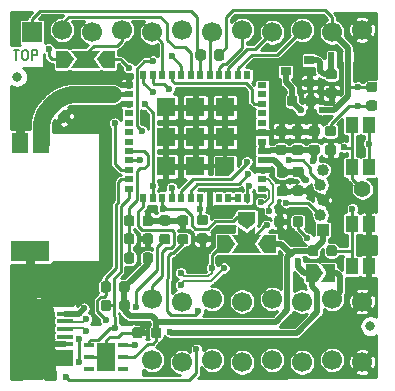
<source format=gbr>
%TF.GenerationSoftware,KiCad,Pcbnew,(5.1.8)-1*%
%TF.CreationDate,2021-03-28T09:39:18+02:00*%
%TF.ProjectId,KETCube_mainboard,4b455443-7562-4655-9f6d-61696e626f61,I*%
%TF.SameCoordinates,Original*%
%TF.FileFunction,Copper,L1,Top*%
%TF.FilePolarity,Positive*%
%FSLAX46Y46*%
G04 Gerber Fmt 4.6, Leading zero omitted, Abs format (unit mm)*
G04 Created by KiCad (PCBNEW (5.1.8)-1) date 2021-03-28 09:39:18*
%MOMM*%
%LPD*%
G01*
G04 APERTURE LIST*
%TA.AperFunction,NonConductor*%
%ADD10C,0.200000*%
%TD*%
%TA.AperFunction,EtchedComponent*%
%ADD11C,0.100000*%
%TD*%
%TA.AperFunction,SMDPad,CuDef*%
%ADD12R,0.600000X0.700000*%
%TD*%
%TA.AperFunction,SMDPad,CuDef*%
%ADD13R,1.000000X1.000000*%
%TD*%
%TA.AperFunction,SMDPad,CuDef*%
%ADD14R,1.600000X1.600000*%
%TD*%
%TA.AperFunction,SMDPad,CuDef*%
%ADD15R,0.500000X0.800000*%
%TD*%
%TA.AperFunction,SMDPad,CuDef*%
%ADD16R,0.800000X0.500000*%
%TD*%
%TA.AperFunction,ComponentPad*%
%ADD17C,1.700000*%
%TD*%
%TA.AperFunction,ComponentPad*%
%ADD18R,1.700000X1.700000*%
%TD*%
%TA.AperFunction,ComponentPad*%
%ADD19C,1.010000*%
%TD*%
%TA.AperFunction,ComponentPad*%
%ADD20R,1.010000X1.010000*%
%TD*%
%TA.AperFunction,SMDPad,CuDef*%
%ADD21C,0.800000*%
%TD*%
%TA.AperFunction,SMDPad,CuDef*%
%ADD22R,1.500000X2.400000*%
%TD*%
%TA.AperFunction,SMDPad,CuDef*%
%ADD23R,0.860000X0.420000*%
%TD*%
%TA.AperFunction,ComponentPad*%
%ADD24C,1.400000*%
%TD*%
%TA.AperFunction,SMDPad,CuDef*%
%ADD25R,1.050000X1.400000*%
%TD*%
%TA.AperFunction,SMDPad,CuDef*%
%ADD26C,0.100000*%
%TD*%
%TA.AperFunction,SMDPad,CuDef*%
%ADD27R,0.900000X0.800000*%
%TD*%
%TA.AperFunction,SMDPad,CuDef*%
%ADD28R,1.300000X1.650000*%
%TD*%
%TA.AperFunction,SMDPad,CuDef*%
%ADD29R,1.900000X1.000000*%
%TD*%
%TA.AperFunction,SMDPad,CuDef*%
%ADD30R,1.900000X1.800000*%
%TD*%
%TA.AperFunction,SMDPad,CuDef*%
%ADD31R,2.100000X1.425000*%
%TD*%
%TA.AperFunction,SMDPad,CuDef*%
%ADD32R,1.380000X0.450000*%
%TD*%
%TA.AperFunction,SMDPad,CuDef*%
%ADD33R,1.450000X1.700000*%
%TD*%
%TA.AperFunction,SMDPad,CuDef*%
%ADD34R,3.200000X1.700000*%
%TD*%
%TA.AperFunction,ViaPad*%
%ADD35C,0.600000*%
%TD*%
%TA.AperFunction,Conductor*%
%ADD36C,0.400000*%
%TD*%
%TA.AperFunction,Conductor*%
%ADD37C,1.400000*%
%TD*%
%TA.AperFunction,Conductor*%
%ADD38C,0.500000*%
%TD*%
%TA.AperFunction,Conductor*%
%ADD39C,0.250000*%
%TD*%
%TA.AperFunction,Conductor*%
%ADD40C,0.350000*%
%TD*%
%TA.AperFunction,Conductor*%
%ADD41C,0.800000*%
%TD*%
%TA.AperFunction,Conductor*%
%ADD42C,1.000000*%
%TD*%
%TA.AperFunction,Conductor*%
%ADD43C,0.200000*%
%TD*%
%TA.AperFunction,Conductor*%
%ADD44C,0.100000*%
%TD*%
G04 APERTURE END LIST*
D10*
X132252380Y-86661904D02*
X132709523Y-86661904D01*
X132480952Y-87461904D02*
X132480952Y-86661904D01*
X133128571Y-86661904D02*
X133280952Y-86661904D01*
X133357142Y-86700000D01*
X133433333Y-86776190D01*
X133471428Y-86928571D01*
X133471428Y-87195238D01*
X133433333Y-87347619D01*
X133357142Y-87423809D01*
X133280952Y-87461904D01*
X133128571Y-87461904D01*
X133052380Y-87423809D01*
X132976190Y-87347619D01*
X132938095Y-87195238D01*
X132938095Y-86928571D01*
X132976190Y-86776190D01*
X133052380Y-86700000D01*
X133128571Y-86661904D01*
X133814285Y-87461904D02*
X133814285Y-86661904D01*
X134119047Y-86661904D01*
X134195238Y-86700000D01*
X134233333Y-86738095D01*
X134271428Y-86814285D01*
X134271428Y-86928571D01*
X134233333Y-87004761D01*
X134195238Y-87042857D01*
X134119047Y-87080952D01*
X133814285Y-87080952D01*
D11*
%TO.C,IC1*%
G36*
X149347660Y-95702860D02*
G01*
X149347660Y-97302860D01*
X150447660Y-97302860D01*
X150947660Y-96802860D01*
X150947660Y-95702860D01*
X149347660Y-95702860D01*
G37*
%TD*%
D12*
%TO.P,D4,2*%
%TO.N,+3V3*%
X160554900Y-87198200D03*
%TO.P,D4,1*%
%TO.N,Net-(C8-Pad1)*%
X159154900Y-87198200D03*
%TD*%
D13*
%TO.P,IC1,49*%
%TO.N,GND*%
X150147660Y-96502860D03*
D14*
%TO.P,IC1,57*%
X145147660Y-91502860D03*
%TO.P,IC1,56*%
X147647660Y-91502860D03*
%TO.P,IC1,55*%
X150147660Y-91502860D03*
%TO.P,IC1,54*%
X145147660Y-94002860D03*
%TO.P,IC1,53*%
X147647660Y-94002860D03*
%TO.P,IC1,52*%
X150147660Y-94002860D03*
%TO.P,IC1,51*%
X145147660Y-96502860D03*
%TO.P,IC1,50*%
X147647660Y-96502860D03*
D15*
%TO.P,IC1,48*%
%TO.N,Net-(IC1-Pad48)*%
X152047660Y-99202860D03*
%TO.P,IC1,47*%
%TO.N,/TCXOMCU_IN*%
X151247660Y-99202860D03*
%TO.P,IC1,46*%
X150447660Y-99202860D03*
%TO.P,IC1,45*%
%TO.N,Net-(IC1-Pad45)*%
X149647660Y-99202860D03*
%TO.P,IC1,44*%
%TO.N,GND*%
X148847660Y-99202860D03*
%TO.P,IC1,43*%
%TO.N,/BOOT*%
X148047660Y-99202860D03*
%TO.P,IC1,42*%
%TO.N,/SWCLK*%
X147247660Y-99202860D03*
%TO.P,IC1,41*%
%TO.N,/SWDAT*%
X146447660Y-99202860D03*
%TO.P,IC1,40*%
%TO.N,/PB5*%
X145647660Y-99202860D03*
%TO.P,IC1,39*%
%TO.N,/PB6*%
X144847660Y-99202860D03*
%TO.P,IC1,38*%
%TO.N,/PB7*%
X144047660Y-99202860D03*
%TO.P,IC1,37*%
%TO.N,/PB2*%
X143247660Y-99202860D03*
D16*
%TO.P,IC1,36*%
%TO.N,/PB9*%
X141997660Y-98402860D03*
%TO.P,IC1,35*%
%TO.N,/PB8*%
X141997660Y-97602860D03*
%TO.P,IC1,34*%
%TO.N,/NRST*%
X141997660Y-96802860D03*
%TO.P,IC1,33*%
%TO.N,/PA0*%
X141997660Y-96002860D03*
%TO.P,IC1,32*%
%TO.N,Net-(C12-Pad1)*%
X141997660Y-95202860D03*
%TO.P,IC1,31*%
%TO.N,/SRST*%
X141997660Y-94402860D03*
%TO.P,IC1,30*%
%TO.N,Net-(IC1-Pad30)*%
X141997660Y-93602860D03*
%TO.P,IC1,29*%
%TO.N,Net-(IC1-Pad29)*%
X141997660Y-92802860D03*
%TO.P,IC1,28*%
%TO.N,Net-(IC1-Pad28)*%
X141997660Y-92002860D03*
%TO.P,IC1,27*%
%TO.N,GND*%
X141997660Y-91202860D03*
%TO.P,IC1,26*%
%TO.N,/ANT*%
X141997660Y-90402860D03*
%TO.P,IC1,25*%
%TO.N,GND*%
X141997660Y-89602860D03*
D15*
%TO.P,IC1,24*%
%TO.N,/PA2*%
X143247660Y-88802860D03*
%TO.P,IC1,23*%
%TO.N,/PA3*%
X144047660Y-88802860D03*
%TO.P,IC1,22*%
%TO.N,/PA4*%
X144847660Y-88802860D03*
%TO.P,IC1,21*%
%TO.N,/DIO4*%
X145647660Y-88802860D03*
%TO.P,IC1,20*%
%TO.N,/PA8*%
X146447660Y-88802860D03*
%TO.P,IC1,19*%
%TO.N,/PA9*%
X147247660Y-88802860D03*
%TO.P,IC1,18*%
%TO.N,/PA10*%
X148047660Y-88802860D03*
%TO.P,IC1,17*%
%TO.N,/PB12*%
X148847660Y-88802860D03*
%TO.P,IC1,16*%
%TO.N,/PB13*%
X149647660Y-88802860D03*
%TO.P,IC1,15*%
%TO.N,/PB14*%
X150447660Y-88802860D03*
%TO.P,IC1,14*%
%TO.N,/PB15*%
X151247660Y-88802860D03*
%TO.P,IC1,13*%
%TO.N,Net-(IC1-Pad13)*%
X152047660Y-88802860D03*
D16*
%TO.P,IC1,12*%
%TO.N,Net-(IC1-Pad12)*%
X153297660Y-89602860D03*
%TO.P,IC1,11*%
%TO.N,Net-(IC1-Pad11)*%
X153297660Y-90402860D03*
%TO.P,IC1,10*%
%TO.N,/DIO4*%
X153297660Y-91202860D03*
%TO.P,IC1,9*%
%TO.N,Net-(IC1-Pad9)*%
X153297660Y-92002860D03*
%TO.P,IC1,8*%
%TO.N,Net-(IC1-Pad8)*%
X153297660Y-92802860D03*
%TO.P,IC1,7*%
%TO.N,GND*%
X153297660Y-93602860D03*
%TO.P,IC1,6*%
%TO.N,+3V3*%
X153297660Y-94402860D03*
%TO.P,IC1,5*%
X153297660Y-95202860D03*
%TO.P,IC1,4*%
X153297660Y-96002860D03*
%TO.P,IC1,3*%
%TO.N,GND*%
X153297660Y-96802860D03*
%TO.P,IC1,2*%
%TO.N,/USB_N*%
X153297660Y-97602860D03*
%TO.P,IC1,1*%
%TO.N,/USB_P*%
X153297660Y-98402860D03*
%TD*%
D17*
%TO.P,J1,20*%
%TO.N,GND*%
X161757660Y-107942860D03*
%TO.P,J1,19*%
%TO.N,+5V*%
X159217660Y-107742860D03*
%TO.P,J1,13*%
%TO.N,/PB2*%
X143977660Y-107742860D03*
%TO.P,J1,18*%
%TO.N,/PB9*%
X156677660Y-107942860D03*
%TO.P,J1,17*%
%TO.N,/PB8*%
X154137660Y-107742860D03*
%TO.P,J1,16*%
%TO.N,/PA2*%
X151597660Y-107942860D03*
%TO.P,J1,14*%
%TO.N,/PB5*%
X146517660Y-107942860D03*
%TO.P,J1,15*%
%TO.N,/PA3*%
X149057660Y-107742860D03*
D18*
%TO.P,J1,1*%
%TO.N,/PA10*%
X133817660Y-85144860D03*
D17*
%TO.P,J1,2*%
%TO.N,/PA9*%
X136357660Y-84944860D03*
%TO.P,J1,3*%
%TO.N,/PA8*%
X138897660Y-85144860D03*
%TO.P,J1,4*%
%TO.N,/PB7\u005CNRST*%
X141437660Y-84944860D03*
%TO.P,J1,5*%
%TO.N,/PA4*%
X143977660Y-85144860D03*
%TO.P,J1,6*%
%TO.N,/PA0*%
X146517660Y-84944860D03*
%TO.P,J1,7*%
%TO.N,/PB12*%
X149057660Y-85144860D03*
%TO.P,J1,8*%
%TO.N,/PB13*%
X151597660Y-84944860D03*
%TO.P,J1,9*%
%TO.N,/PB14*%
X154137660Y-85144860D03*
%TO.P,J1,10*%
%TO.N,/PB15*%
X156677660Y-84944860D03*
%TO.P,J1,11*%
%TO.N,+3V3*%
X159217660Y-85144860D03*
%TO.P,J1,12*%
%TO.N,GND*%
X161757660Y-84944860D03*
%TO.P,J1,13*%
%TO.N,/PB2*%
X143977660Y-112884860D03*
%TO.P,J1,14*%
%TO.N,/PB5*%
X146517660Y-113084860D03*
%TO.P,J1,15*%
%TO.N,/PA3*%
X149057660Y-112884860D03*
%TO.P,J1,16*%
%TO.N,/PA2*%
X151597660Y-113084860D03*
%TO.P,J1,17*%
%TO.N,/PB8*%
X154137660Y-112884860D03*
%TO.P,J1,18*%
%TO.N,/PB9*%
X156677660Y-113084860D03*
%TO.P,J1,19*%
%TO.N,+5V*%
X159217660Y-112884860D03*
%TO.P,J1,20*%
%TO.N,GND*%
X161757660Y-113084860D03*
%TD*%
D19*
%TO.P,J3,05*%
%TO.N,/NRST*%
X158430900Y-96786700D03*
%TO.P,J3,04*%
%TO.N,/SWDAT*%
X158230900Y-98056700D03*
%TO.P,J3,03*%
%TO.N,GND*%
X158430900Y-99326700D03*
%TO.P,J3,02*%
%TO.N,/SWCLK*%
X158230900Y-100596700D03*
D20*
%TO.P,J3,01*%
%TO.N,+3V3*%
X158430900Y-101866700D03*
%TD*%
%TO.P,C4,2*%
%TO.N,GND*%
%TA.AperFunction,SMDPad,CuDef*%
G36*
G01*
X157952150Y-93960200D02*
X157439650Y-93960200D01*
G75*
G02*
X157220900Y-93741450I0J218750D01*
G01*
X157220900Y-93303950D01*
G75*
G02*
X157439650Y-93085200I218750J0D01*
G01*
X157952150Y-93085200D01*
G75*
G02*
X158170900Y-93303950I0J-218750D01*
G01*
X158170900Y-93741450D01*
G75*
G02*
X157952150Y-93960200I-218750J0D01*
G01*
G37*
%TD.AperFunction*%
%TO.P,C4,1*%
%TO.N,+3V3*%
%TA.AperFunction,SMDPad,CuDef*%
G36*
G01*
X157952150Y-95535200D02*
X157439650Y-95535200D01*
G75*
G02*
X157220900Y-95316450I0J218750D01*
G01*
X157220900Y-94878950D01*
G75*
G02*
X157439650Y-94660200I218750J0D01*
G01*
X157952150Y-94660200D01*
G75*
G02*
X158170900Y-94878950I0J-218750D01*
G01*
X158170900Y-95316450D01*
G75*
G02*
X157952150Y-95535200I-218750J0D01*
G01*
G37*
%TD.AperFunction*%
%TD*%
D21*
%TO.P,FID2,*%
%TO.N,*%
X162461400Y-110030200D03*
%TD*%
%TO.P,FID1,*%
%TO.N,*%
X132551400Y-88930200D03*
%TD*%
D22*
%TO.P,IC3,7*%
%TO.N,GND*%
X140106400Y-112661700D03*
D23*
%TO.P,IC3,4*%
%TO.N,Net-(IC3-Pad4)*%
X141541400Y-113661700D03*
%TO.P,IC3,6*%
%TO.N,/PB8*%
X141541400Y-111661700D03*
%TO.P,IC3,5*%
%TO.N,+3V3*%
X141541400Y-112661700D03*
%TO.P,IC3,3*%
%TO.N,Net-(IC3-Pad3)*%
X138671400Y-113661700D03*
%TO.P,IC3,1*%
%TO.N,/PB9*%
X138671400Y-111661700D03*
%TO.P,IC3,2*%
%TO.N,GND*%
X138671400Y-112661700D03*
%TD*%
D24*
%TO.P,TP1,1*%
%TO.N,/BOOT*%
X161791400Y-98440200D03*
%TD*%
%TO.P,D7,2*%
%TO.N,+3V3*%
%TA.AperFunction,SMDPad,CuDef*%
G36*
G01*
X162841650Y-90213700D02*
X162329150Y-90213700D01*
G75*
G02*
X162110400Y-89994950I0J218750D01*
G01*
X162110400Y-89557450D01*
G75*
G02*
X162329150Y-89338700I218750J0D01*
G01*
X162841650Y-89338700D01*
G75*
G02*
X163060400Y-89557450I0J-218750D01*
G01*
X163060400Y-89994950D01*
G75*
G02*
X162841650Y-90213700I-218750J0D01*
G01*
G37*
%TD.AperFunction*%
%TO.P,D7,1*%
%TO.N,Net-(D1-Pad1)*%
%TA.AperFunction,SMDPad,CuDef*%
G36*
G01*
X162841650Y-91788700D02*
X162329150Y-91788700D01*
G75*
G02*
X162110400Y-91569950I0J218750D01*
G01*
X162110400Y-91132450D01*
G75*
G02*
X162329150Y-90913700I218750J0D01*
G01*
X162841650Y-90913700D01*
G75*
G02*
X163060400Y-91132450I0J-218750D01*
G01*
X163060400Y-91569950D01*
G75*
G02*
X162841650Y-91788700I-218750J0D01*
G01*
G37*
%TD.AperFunction*%
%TD*%
D25*
%TO.P,SW2,2*%
%TO.N,GND*%
X162342660Y-101346860D03*
X162342660Y-104946860D03*
%TO.P,SW2,1*%
%TO.N,/NRST*%
X160892660Y-101346860D03*
X160892660Y-104946860D03*
%TD*%
%TO.P,SW1,2*%
%TO.N,+3V3*%
X162342660Y-92964860D03*
X162342660Y-96564860D03*
%TO.P,SW1,1*%
%TO.N,/BOOT*%
X160892660Y-92964860D03*
X160892660Y-96564860D03*
%TD*%
%TA.AperFunction,SMDPad,CuDef*%
D26*
%TO.P,S4,3*%
%TO.N,/PB7*%
G36*
X139328400Y-87452200D02*
G01*
X139828400Y-86702200D01*
X140828400Y-86702200D01*
X140828400Y-88202200D01*
X139828400Y-88202200D01*
X139328400Y-87452200D01*
G37*
%TD.AperFunction*%
%TA.AperFunction,SMDPad,CuDef*%
%TO.P,S4,2*%
%TO.N,/PB7\u005CNRST*%
G36*
X139028400Y-87452200D02*
G01*
X139528400Y-88202200D01*
X137128400Y-88202200D01*
X137628400Y-87452200D01*
X137128400Y-86702200D01*
X139528400Y-86702200D01*
X139028400Y-87452200D01*
G37*
%TD.AperFunction*%
%TA.AperFunction,SMDPad,CuDef*%
%TO.P,S4,1*%
%TO.N,/NRST*%
G36*
X137328400Y-87452200D02*
G01*
X136828400Y-88202200D01*
X135828400Y-88202200D01*
X135828400Y-86702200D01*
X136828400Y-86702200D01*
X137328400Y-87452200D01*
G37*
%TD.AperFunction*%
%TD*%
%TA.AperFunction,SMDPad,CuDef*%
%TO.P,S2,2*%
%TO.N,Net-(IC1-Pad48)*%
G36*
X151230900Y-102774200D02*
G01*
X151230900Y-101624200D01*
X151980900Y-102124200D01*
X152730900Y-101624200D01*
X152730900Y-102774200D01*
X151230900Y-102774200D01*
G37*
%TD.AperFunction*%
%TA.AperFunction,SMDPad,CuDef*%
%TO.P,S2,4*%
%TO.N,/PB6*%
G36*
X151980900Y-101824200D02*
G01*
X151230900Y-101324200D01*
X151230900Y-100324200D01*
X152730900Y-100324200D01*
X152730900Y-101324200D01*
X151980900Y-101824200D01*
G37*
%TD.AperFunction*%
%TA.AperFunction,SMDPad,CuDef*%
%TO.P,S2,3*%
%TO.N,/USB_P*%
G36*
X150980900Y-103073200D02*
G01*
X150480900Y-103823200D01*
X149480900Y-103823200D01*
X149480900Y-102323200D01*
X150480900Y-102323200D01*
X150980900Y-103073200D01*
G37*
%TD.AperFunction*%
%TA.AperFunction,SMDPad,CuDef*%
%TO.P,S2,2*%
%TO.N,Net-(IC1-Pad48)*%
G36*
X151280900Y-103073200D02*
G01*
X150780900Y-102323200D01*
X153180900Y-102323200D01*
X152680900Y-103073200D01*
X153180900Y-103823200D01*
X150780900Y-103823200D01*
X151280900Y-103073200D01*
G37*
%TD.AperFunction*%
%TA.AperFunction,SMDPad,CuDef*%
%TO.P,S2,1*%
%TO.N,+3V3*%
G36*
X152980900Y-103073200D02*
G01*
X153480900Y-102323200D01*
X154480900Y-102323200D01*
X154480900Y-103823200D01*
X153480900Y-103823200D01*
X152980900Y-103073200D01*
G37*
%TD.AperFunction*%
%TD*%
%TA.AperFunction,SMDPad,CuDef*%
%TO.P,S1,1*%
%TO.N,Net-(C7-Pad1)*%
G36*
X158478900Y-105549700D02*
G01*
X157978900Y-106299700D01*
X156978900Y-106299700D01*
X156978900Y-104799700D01*
X157978900Y-104799700D01*
X158478900Y-105549700D01*
G37*
%TD.AperFunction*%
%TA.AperFunction,SMDPad,CuDef*%
%TO.P,S1,2*%
%TO.N,+5V*%
G36*
X159428900Y-106299700D02*
G01*
X158278900Y-106299700D01*
X158778900Y-105549700D01*
X158278900Y-104799700D01*
X159428900Y-104799700D01*
X159428900Y-106299700D01*
G37*
%TD.AperFunction*%
%TD*%
%TO.P,R9,2*%
%TO.N,/NRST*%
%TA.AperFunction,SMDPad,CuDef*%
G36*
G01*
X158744400Y-103911110D02*
X158744400Y-103398610D01*
G75*
G02*
X158963150Y-103179860I218750J0D01*
G01*
X159400650Y-103179860D01*
G75*
G02*
X159619400Y-103398610I0J-218750D01*
G01*
X159619400Y-103911110D01*
G75*
G02*
X159400650Y-104129860I-218750J0D01*
G01*
X158963150Y-104129860D01*
G75*
G02*
X158744400Y-103911110I0J218750D01*
G01*
G37*
%TD.AperFunction*%
%TO.P,R9,1*%
%TO.N,+3V3*%
%TA.AperFunction,SMDPad,CuDef*%
G36*
G01*
X157169400Y-103911110D02*
X157169400Y-103398610D01*
G75*
G02*
X157388150Y-103179860I218750J0D01*
G01*
X157825650Y-103179860D01*
G75*
G02*
X158044400Y-103398610I0J-218750D01*
G01*
X158044400Y-103911110D01*
G75*
G02*
X157825650Y-104129860I-218750J0D01*
G01*
X157388150Y-104129860D01*
G75*
G02*
X157169400Y-103911110I0J218750D01*
G01*
G37*
%TD.AperFunction*%
%TD*%
%TO.P,R8,2*%
%TO.N,/PB8*%
%TA.AperFunction,SMDPad,CuDef*%
G36*
G01*
X140493000Y-106449150D02*
X140493000Y-106961650D01*
G75*
G02*
X140274250Y-107180400I-218750J0D01*
G01*
X139836750Y-107180400D01*
G75*
G02*
X139618000Y-106961650I0J218750D01*
G01*
X139618000Y-106449150D01*
G75*
G02*
X139836750Y-106230400I218750J0D01*
G01*
X140274250Y-106230400D01*
G75*
G02*
X140493000Y-106449150I0J-218750D01*
G01*
G37*
%TD.AperFunction*%
%TO.P,R8,1*%
%TO.N,+3V3*%
%TA.AperFunction,SMDPad,CuDef*%
G36*
G01*
X142068000Y-106449150D02*
X142068000Y-106961650D01*
G75*
G02*
X141849250Y-107180400I-218750J0D01*
G01*
X141411750Y-107180400D01*
G75*
G02*
X141193000Y-106961650I0J218750D01*
G01*
X141193000Y-106449150D01*
G75*
G02*
X141411750Y-106230400I218750J0D01*
G01*
X141849250Y-106230400D01*
G75*
G02*
X142068000Y-106449150I0J-218750D01*
G01*
G37*
%TD.AperFunction*%
%TD*%
%TO.P,R7,2*%
%TO.N,/PB9*%
%TA.AperFunction,SMDPad,CuDef*%
G36*
G01*
X140518400Y-108023950D02*
X140518400Y-108536450D01*
G75*
G02*
X140299650Y-108755200I-218750J0D01*
G01*
X139862150Y-108755200D01*
G75*
G02*
X139643400Y-108536450I0J218750D01*
G01*
X139643400Y-108023950D01*
G75*
G02*
X139862150Y-107805200I218750J0D01*
G01*
X140299650Y-107805200D01*
G75*
G02*
X140518400Y-108023950I0J-218750D01*
G01*
G37*
%TD.AperFunction*%
%TO.P,R7,1*%
%TO.N,+3V3*%
%TA.AperFunction,SMDPad,CuDef*%
G36*
G01*
X142093400Y-108023950D02*
X142093400Y-108536450D01*
G75*
G02*
X141874650Y-108755200I-218750J0D01*
G01*
X141437150Y-108755200D01*
G75*
G02*
X141218400Y-108536450I0J218750D01*
G01*
X141218400Y-108023950D01*
G75*
G02*
X141437150Y-107805200I218750J0D01*
G01*
X141874650Y-107805200D01*
G75*
G02*
X142093400Y-108023950I0J-218750D01*
G01*
G37*
%TD.AperFunction*%
%TD*%
%TO.P,R5,2*%
%TO.N,/PA10*%
%TA.AperFunction,SMDPad,CuDef*%
G36*
G01*
X148519400Y-86814950D02*
X148519400Y-87327450D01*
G75*
G02*
X148300650Y-87546200I-218750J0D01*
G01*
X147863150Y-87546200D01*
G75*
G02*
X147644400Y-87327450I0J218750D01*
G01*
X147644400Y-86814950D01*
G75*
G02*
X147863150Y-86596200I218750J0D01*
G01*
X148300650Y-86596200D01*
G75*
G02*
X148519400Y-86814950I0J-218750D01*
G01*
G37*
%TD.AperFunction*%
%TO.P,R5,1*%
%TO.N,+3V3*%
%TA.AperFunction,SMDPad,CuDef*%
G36*
G01*
X150094400Y-86814950D02*
X150094400Y-87327450D01*
G75*
G02*
X149875650Y-87546200I-218750J0D01*
G01*
X149438150Y-87546200D01*
G75*
G02*
X149219400Y-87327450I0J218750D01*
G01*
X149219400Y-86814950D01*
G75*
G02*
X149438150Y-86596200I218750J0D01*
G01*
X149875650Y-86596200D01*
G75*
G02*
X150094400Y-86814950I0J-218750D01*
G01*
G37*
%TD.AperFunction*%
%TD*%
%TO.P,R4,2*%
%TO.N,GND*%
%TA.AperFunction,SMDPad,CuDef*%
G36*
G01*
X145315650Y-101516700D02*
X144803150Y-101516700D01*
G75*
G02*
X144584400Y-101297950I0J218750D01*
G01*
X144584400Y-100860450D01*
G75*
G02*
X144803150Y-100641700I218750J0D01*
G01*
X145315650Y-100641700D01*
G75*
G02*
X145534400Y-100860450I0J-218750D01*
G01*
X145534400Y-101297950D01*
G75*
G02*
X145315650Y-101516700I-218750J0D01*
G01*
G37*
%TD.AperFunction*%
%TO.P,R4,1*%
%TO.N,Net-(D3-Pad1)*%
%TA.AperFunction,SMDPad,CuDef*%
G36*
G01*
X145315650Y-103091700D02*
X144803150Y-103091700D01*
G75*
G02*
X144584400Y-102872950I0J218750D01*
G01*
X144584400Y-102435450D01*
G75*
G02*
X144803150Y-102216700I218750J0D01*
G01*
X145315650Y-102216700D01*
G75*
G02*
X145534400Y-102435450I0J-218750D01*
G01*
X145534400Y-102872950D01*
G75*
G02*
X145315650Y-103091700I-218750J0D01*
G01*
G37*
%TD.AperFunction*%
%TD*%
%TO.P,R3,2*%
%TO.N,GND*%
%TA.AperFunction,SMDPad,CuDef*%
G36*
G01*
X158836650Y-94660200D02*
X159349150Y-94660200D01*
G75*
G02*
X159567900Y-94878950I0J-218750D01*
G01*
X159567900Y-95316450D01*
G75*
G02*
X159349150Y-95535200I-218750J0D01*
G01*
X158836650Y-95535200D01*
G75*
G02*
X158617900Y-95316450I0J218750D01*
G01*
X158617900Y-94878950D01*
G75*
G02*
X158836650Y-94660200I218750J0D01*
G01*
G37*
%TD.AperFunction*%
%TO.P,R3,1*%
%TO.N,Net-(D1-Pad1)*%
%TA.AperFunction,SMDPad,CuDef*%
G36*
G01*
X158836650Y-93085200D02*
X159349150Y-93085200D01*
G75*
G02*
X159567900Y-93303950I0J-218750D01*
G01*
X159567900Y-93741450D01*
G75*
G02*
X159349150Y-93960200I-218750J0D01*
G01*
X158836650Y-93960200D01*
G75*
G02*
X158617900Y-93741450I0J218750D01*
G01*
X158617900Y-93303950D01*
G75*
G02*
X158836650Y-93085200I218750J0D01*
G01*
G37*
%TD.AperFunction*%
%TD*%
%TO.P,R2,2*%
%TO.N,GND*%
%TA.AperFunction,SMDPad,CuDef*%
G36*
G01*
X146839650Y-101526860D02*
X146327150Y-101526860D01*
G75*
G02*
X146108400Y-101308110I0J218750D01*
G01*
X146108400Y-100870610D01*
G75*
G02*
X146327150Y-100651860I218750J0D01*
G01*
X146839650Y-100651860D01*
G75*
G02*
X147058400Y-100870610I0J-218750D01*
G01*
X147058400Y-101308110D01*
G75*
G02*
X146839650Y-101526860I-218750J0D01*
G01*
G37*
%TD.AperFunction*%
%TO.P,R2,1*%
%TO.N,Net-(D2-Pad1)*%
%TA.AperFunction,SMDPad,CuDef*%
G36*
G01*
X146839650Y-103101860D02*
X146327150Y-103101860D01*
G75*
G02*
X146108400Y-102883110I0J218750D01*
G01*
X146108400Y-102445610D01*
G75*
G02*
X146327150Y-102226860I218750J0D01*
G01*
X146839650Y-102226860D01*
G75*
G02*
X147058400Y-102445610I0J-218750D01*
G01*
X147058400Y-102883110D01*
G75*
G02*
X146839650Y-103101860I-218750J0D01*
G01*
G37*
%TD.AperFunction*%
%TD*%
%TO.P,R1,2*%
%TO.N,GND*%
%TA.AperFunction,SMDPad,CuDef*%
G36*
G01*
X147978150Y-102178700D02*
X148490650Y-102178700D01*
G75*
G02*
X148709400Y-102397450I0J-218750D01*
G01*
X148709400Y-102834950D01*
G75*
G02*
X148490650Y-103053700I-218750J0D01*
G01*
X147978150Y-103053700D01*
G75*
G02*
X147759400Y-102834950I0J218750D01*
G01*
X147759400Y-102397450D01*
G75*
G02*
X147978150Y-102178700I218750J0D01*
G01*
G37*
%TD.AperFunction*%
%TO.P,R1,1*%
%TO.N,/BOOT*%
%TA.AperFunction,SMDPad,CuDef*%
G36*
G01*
X147978150Y-100603700D02*
X148490650Y-100603700D01*
G75*
G02*
X148709400Y-100822450I0J-218750D01*
G01*
X148709400Y-101259950D01*
G75*
G02*
X148490650Y-101478700I-218750J0D01*
G01*
X147978150Y-101478700D01*
G75*
G02*
X147759400Y-101259950I0J218750D01*
G01*
X147759400Y-100822450D01*
G75*
G02*
X147978150Y-100603700I218750J0D01*
G01*
G37*
%TD.AperFunction*%
%TD*%
%TO.P,L1,2*%
%TO.N,+3V3*%
%TA.AperFunction,SMDPad,CuDef*%
G36*
G01*
X143171660Y-104523250D02*
X143171660Y-104010750D01*
G75*
G02*
X143390410Y-103792000I218750J0D01*
G01*
X143827910Y-103792000D01*
G75*
G02*
X144046660Y-104010750I0J-218750D01*
G01*
X144046660Y-104523250D01*
G75*
G02*
X143827910Y-104742000I-218750J0D01*
G01*
X143390410Y-104742000D01*
G75*
G02*
X143171660Y-104523250I0J218750D01*
G01*
G37*
%TD.AperFunction*%
%TO.P,L1,1*%
%TO.N,Net-(C12-Pad1)*%
%TA.AperFunction,SMDPad,CuDef*%
G36*
G01*
X141596660Y-104523250D02*
X141596660Y-104010750D01*
G75*
G02*
X141815410Y-103792000I218750J0D01*
G01*
X142252910Y-103792000D01*
G75*
G02*
X142471660Y-104010750I0J-218750D01*
G01*
X142471660Y-104523250D01*
G75*
G02*
X142252910Y-104742000I-218750J0D01*
G01*
X141815410Y-104742000D01*
G75*
G02*
X141596660Y-104523250I0J218750D01*
G01*
G37*
%TD.AperFunction*%
%TD*%
D27*
%TO.P,IC2,3*%
%TO.N,Net-(C7-Pad1)*%
X155298900Y-88468200D03*
%TO.P,IC2,2*%
%TO.N,Net-(C8-Pad1)*%
X157298900Y-87518200D03*
%TO.P,IC2,1*%
%TO.N,GND*%
X157298900Y-89418200D03*
%TD*%
D28*
%TO.P,H7,11*%
%TO.N,GND*%
X133937660Y-113633860D03*
%TO.P,H7,10*%
X133937660Y-106883860D03*
D29*
%TO.P,H7,9*%
X133937660Y-111808860D03*
D30*
%TO.P,H7,8*%
X133937660Y-109108860D03*
D31*
%TO.P,H7,7*%
X136237660Y-107771860D03*
%TO.P,H7,6*%
X136237660Y-112745860D03*
D32*
%TO.P,H7,5*%
X136596660Y-111558860D03*
%TO.P,H7,4*%
%TO.N,Net-(H7-Pad4)*%
X136596660Y-110908860D03*
%TO.P,H7,3*%
%TO.N,/USB_P*%
X136596660Y-110258860D03*
%TO.P,H7,2*%
%TO.N,/USB_N*%
X136596660Y-109608860D03*
%TO.P,H7,1*%
%TO.N,Net-(C7-Pad1)*%
X136596660Y-108958860D03*
%TD*%
%TO.P,C12,2*%
%TO.N,GND*%
%TA.AperFunction,SMDPad,CuDef*%
G36*
G01*
X143171660Y-102895110D02*
X143171660Y-102382610D01*
G75*
G02*
X143390410Y-102163860I218750J0D01*
G01*
X143827910Y-102163860D01*
G75*
G02*
X144046660Y-102382610I0J-218750D01*
G01*
X144046660Y-102895110D01*
G75*
G02*
X143827910Y-103113860I-218750J0D01*
G01*
X143390410Y-103113860D01*
G75*
G02*
X143171660Y-102895110I0J218750D01*
G01*
G37*
%TD.AperFunction*%
%TO.P,C12,1*%
%TO.N,Net-(C12-Pad1)*%
%TA.AperFunction,SMDPad,CuDef*%
G36*
G01*
X141596660Y-102895110D02*
X141596660Y-102382610D01*
G75*
G02*
X141815410Y-102163860I218750J0D01*
G01*
X142252910Y-102163860D01*
G75*
G02*
X142471660Y-102382610I0J-218750D01*
G01*
X142471660Y-102895110D01*
G75*
G02*
X142252910Y-103113860I-218750J0D01*
G01*
X141815410Y-103113860D01*
G75*
G02*
X141596660Y-102895110I0J218750D01*
G01*
G37*
%TD.AperFunction*%
%TD*%
%TO.P,C11,2*%
%TO.N,GND*%
%TA.AperFunction,SMDPad,CuDef*%
G36*
G01*
X136029951Y-92145544D02*
X136392344Y-91783151D01*
G75*
G02*
X136701704Y-91783151I154680J-154680D01*
G01*
X137011063Y-92092510D01*
G75*
G02*
X137011063Y-92401870I-154680J-154680D01*
G01*
X136648670Y-92764263D01*
G75*
G02*
X136339310Y-92764263I-154680J154680D01*
G01*
X136029951Y-92454904D01*
G75*
G02*
X136029951Y-92145544I154680J154680D01*
G01*
G37*
%TD.AperFunction*%
%TO.P,C11,1*%
%TO.N,/ANT*%
%TA.AperFunction,SMDPad,CuDef*%
G36*
G01*
X134916257Y-91031850D02*
X135278650Y-90669457D01*
G75*
G02*
X135588010Y-90669457I154680J-154680D01*
G01*
X135897369Y-90978816D01*
G75*
G02*
X135897369Y-91288176I-154680J-154680D01*
G01*
X135534976Y-91650569D01*
G75*
G02*
X135225616Y-91650569I-154680J154680D01*
G01*
X134916257Y-91341210D01*
G75*
G02*
X134916257Y-91031850I154680J154680D01*
G01*
G37*
%TD.AperFunction*%
%TD*%
%TO.P,C10,2*%
%TO.N,GND*%
%TA.AperFunction,SMDPad,CuDef*%
G36*
G01*
X155186900Y-100911950D02*
X155186900Y-101424450D01*
G75*
G02*
X154968150Y-101643200I-218750J0D01*
G01*
X154530650Y-101643200D01*
G75*
G02*
X154311900Y-101424450I0J218750D01*
G01*
X154311900Y-100911950D01*
G75*
G02*
X154530650Y-100693200I218750J0D01*
G01*
X154968150Y-100693200D01*
G75*
G02*
X155186900Y-100911950I0J-218750D01*
G01*
G37*
%TD.AperFunction*%
%TO.P,C10,1*%
%TO.N,/NRST*%
%TA.AperFunction,SMDPad,CuDef*%
G36*
G01*
X156761900Y-100911950D02*
X156761900Y-101424450D01*
G75*
G02*
X156543150Y-101643200I-218750J0D01*
G01*
X156105650Y-101643200D01*
G75*
G02*
X155886900Y-101424450I0J218750D01*
G01*
X155886900Y-100911950D01*
G75*
G02*
X156105650Y-100693200I218750J0D01*
G01*
X156543150Y-100693200D01*
G75*
G02*
X156761900Y-100911950I0J-218750D01*
G01*
G37*
%TD.AperFunction*%
%TD*%
%TO.P,C9,2*%
%TO.N,GND*%
%TA.AperFunction,SMDPad,CuDef*%
G36*
G01*
X143171660Y-101371110D02*
X143171660Y-100858610D01*
G75*
G02*
X143390410Y-100639860I218750J0D01*
G01*
X143827910Y-100639860D01*
G75*
G02*
X144046660Y-100858610I0J-218750D01*
G01*
X144046660Y-101371110D01*
G75*
G02*
X143827910Y-101589860I-218750J0D01*
G01*
X143390410Y-101589860D01*
G75*
G02*
X143171660Y-101371110I0J218750D01*
G01*
G37*
%TD.AperFunction*%
%TO.P,C9,1*%
%TO.N,Net-(C12-Pad1)*%
%TA.AperFunction,SMDPad,CuDef*%
G36*
G01*
X141596660Y-101371110D02*
X141596660Y-100858610D01*
G75*
G02*
X141815410Y-100639860I218750J0D01*
G01*
X142252910Y-100639860D01*
G75*
G02*
X142471660Y-100858610I0J-218750D01*
G01*
X142471660Y-101371110D01*
G75*
G02*
X142252910Y-101589860I-218750J0D01*
G01*
X141815410Y-101589860D01*
G75*
G02*
X141596660Y-101371110I0J218750D01*
G01*
G37*
%TD.AperFunction*%
%TD*%
%TO.P,C8,2*%
%TO.N,GND*%
%TA.AperFunction,SMDPad,CuDef*%
G36*
G01*
X158900150Y-89834200D02*
X159412650Y-89834200D01*
G75*
G02*
X159631400Y-90052950I0J-218750D01*
G01*
X159631400Y-90490450D01*
G75*
G02*
X159412650Y-90709200I-218750J0D01*
G01*
X158900150Y-90709200D01*
G75*
G02*
X158681400Y-90490450I0J218750D01*
G01*
X158681400Y-90052950D01*
G75*
G02*
X158900150Y-89834200I218750J0D01*
G01*
G37*
%TD.AperFunction*%
%TO.P,C8,1*%
%TO.N,Net-(C8-Pad1)*%
%TA.AperFunction,SMDPad,CuDef*%
G36*
G01*
X158900150Y-88259200D02*
X159412650Y-88259200D01*
G75*
G02*
X159631400Y-88477950I0J-218750D01*
G01*
X159631400Y-88915450D01*
G75*
G02*
X159412650Y-89134200I-218750J0D01*
G01*
X158900150Y-89134200D01*
G75*
G02*
X158681400Y-88915450I0J218750D01*
G01*
X158681400Y-88477950D01*
G75*
G02*
X158900150Y-88259200I218750J0D01*
G01*
G37*
%TD.AperFunction*%
%TD*%
%TO.P,C7,2*%
%TO.N,GND*%
%TA.AperFunction,SMDPad,CuDef*%
G36*
G01*
X156966400Y-91200950D02*
X156966400Y-90688450D01*
G75*
G02*
X157185150Y-90469700I218750J0D01*
G01*
X157622650Y-90469700D01*
G75*
G02*
X157841400Y-90688450I0J-218750D01*
G01*
X157841400Y-91200950D01*
G75*
G02*
X157622650Y-91419700I-218750J0D01*
G01*
X157185150Y-91419700D01*
G75*
G02*
X156966400Y-91200950I0J218750D01*
G01*
G37*
%TD.AperFunction*%
%TO.P,C7,1*%
%TO.N,Net-(C7-Pad1)*%
%TA.AperFunction,SMDPad,CuDef*%
G36*
G01*
X155391400Y-91200950D02*
X155391400Y-90688450D01*
G75*
G02*
X155610150Y-90469700I218750J0D01*
G01*
X156047650Y-90469700D01*
G75*
G02*
X156266400Y-90688450I0J-218750D01*
G01*
X156266400Y-91200950D01*
G75*
G02*
X156047650Y-91419700I-218750J0D01*
G01*
X155610150Y-91419700D01*
G75*
G02*
X155391400Y-91200950I0J218750D01*
G01*
G37*
%TD.AperFunction*%
%TD*%
%TO.P,C6,2*%
%TO.N,GND*%
%TA.AperFunction,SMDPad,CuDef*%
G36*
G01*
X155158150Y-93960200D02*
X154645650Y-93960200D01*
G75*
G02*
X154426900Y-93741450I0J218750D01*
G01*
X154426900Y-93303950D01*
G75*
G02*
X154645650Y-93085200I218750J0D01*
G01*
X155158150Y-93085200D01*
G75*
G02*
X155376900Y-93303950I0J-218750D01*
G01*
X155376900Y-93741450D01*
G75*
G02*
X155158150Y-93960200I-218750J0D01*
G01*
G37*
%TD.AperFunction*%
%TO.P,C6,1*%
%TO.N,+3V3*%
%TA.AperFunction,SMDPad,CuDef*%
G36*
G01*
X155158150Y-95535200D02*
X154645650Y-95535200D01*
G75*
G02*
X154426900Y-95316450I0J218750D01*
G01*
X154426900Y-94878950D01*
G75*
G02*
X154645650Y-94660200I218750J0D01*
G01*
X155158150Y-94660200D01*
G75*
G02*
X155376900Y-94878950I0J-218750D01*
G01*
X155376900Y-95316450D01*
G75*
G02*
X155158150Y-95535200I-218750J0D01*
G01*
G37*
%TD.AperFunction*%
%TD*%
%TO.P,C5,2*%
%TO.N,GND*%
%TA.AperFunction,SMDPad,CuDef*%
G36*
G01*
X156555150Y-93960200D02*
X156042650Y-93960200D01*
G75*
G02*
X155823900Y-93741450I0J218750D01*
G01*
X155823900Y-93303950D01*
G75*
G02*
X156042650Y-93085200I218750J0D01*
G01*
X156555150Y-93085200D01*
G75*
G02*
X156773900Y-93303950I0J-218750D01*
G01*
X156773900Y-93741450D01*
G75*
G02*
X156555150Y-93960200I-218750J0D01*
G01*
G37*
%TD.AperFunction*%
%TO.P,C5,1*%
%TO.N,+3V3*%
%TA.AperFunction,SMDPad,CuDef*%
G36*
G01*
X156555150Y-95535200D02*
X156042650Y-95535200D01*
G75*
G02*
X155823900Y-95316450I0J218750D01*
G01*
X155823900Y-94878950D01*
G75*
G02*
X156042650Y-94660200I218750J0D01*
G01*
X156555150Y-94660200D01*
G75*
G02*
X156773900Y-94878950I0J-218750D01*
G01*
X156773900Y-95316450D01*
G75*
G02*
X156555150Y-95535200I-218750J0D01*
G01*
G37*
%TD.AperFunction*%
%TD*%
%TO.P,C3,2*%
%TO.N,GND*%
%TA.AperFunction,SMDPad,CuDef*%
G36*
G01*
X154734550Y-98152700D02*
X155247050Y-98152700D01*
G75*
G02*
X155465800Y-98371450I0J-218750D01*
G01*
X155465800Y-98808950D01*
G75*
G02*
X155247050Y-99027700I-218750J0D01*
G01*
X154734550Y-99027700D01*
G75*
G02*
X154515800Y-98808950I0J218750D01*
G01*
X154515800Y-98371450D01*
G75*
G02*
X154734550Y-98152700I218750J0D01*
G01*
G37*
%TD.AperFunction*%
%TO.P,C3,1*%
%TO.N,+3V3*%
%TA.AperFunction,SMDPad,CuDef*%
G36*
G01*
X154734550Y-96577700D02*
X155247050Y-96577700D01*
G75*
G02*
X155465800Y-96796450I0J-218750D01*
G01*
X155465800Y-97233950D01*
G75*
G02*
X155247050Y-97452700I-218750J0D01*
G01*
X154734550Y-97452700D01*
G75*
G02*
X154515800Y-97233950I0J218750D01*
G01*
X154515800Y-96796450D01*
G75*
G02*
X154734550Y-96577700I218750J0D01*
G01*
G37*
%TD.AperFunction*%
%TD*%
%TO.P,C2,2*%
%TO.N,GND*%
%TA.AperFunction,SMDPad,CuDef*%
G36*
G01*
X156080750Y-98114600D02*
X156593250Y-98114600D01*
G75*
G02*
X156812000Y-98333350I0J-218750D01*
G01*
X156812000Y-98770850D01*
G75*
G02*
X156593250Y-98989600I-218750J0D01*
G01*
X156080750Y-98989600D01*
G75*
G02*
X155862000Y-98770850I0J218750D01*
G01*
X155862000Y-98333350D01*
G75*
G02*
X156080750Y-98114600I218750J0D01*
G01*
G37*
%TD.AperFunction*%
%TO.P,C2,1*%
%TO.N,+3V3*%
%TA.AperFunction,SMDPad,CuDef*%
G36*
G01*
X156080750Y-96539600D02*
X156593250Y-96539600D01*
G75*
G02*
X156812000Y-96758350I0J-218750D01*
G01*
X156812000Y-97195850D01*
G75*
G02*
X156593250Y-97414600I-218750J0D01*
G01*
X156080750Y-97414600D01*
G75*
G02*
X155862000Y-97195850I0J218750D01*
G01*
X155862000Y-96758350D01*
G75*
G02*
X156080750Y-96539600I218750J0D01*
G01*
G37*
%TD.AperFunction*%
%TD*%
%TO.P,C1,2*%
%TO.N,GND*%
%TA.AperFunction,SMDPad,CuDef*%
G36*
G01*
X143185400Y-110335350D02*
X143185400Y-110847850D01*
G75*
G02*
X142966650Y-111066600I-218750J0D01*
G01*
X142529150Y-111066600D01*
G75*
G02*
X142310400Y-110847850I0J218750D01*
G01*
X142310400Y-110335350D01*
G75*
G02*
X142529150Y-110116600I218750J0D01*
G01*
X142966650Y-110116600D01*
G75*
G02*
X143185400Y-110335350I0J-218750D01*
G01*
G37*
%TD.AperFunction*%
%TO.P,C1,1*%
%TO.N,+3V3*%
%TA.AperFunction,SMDPad,CuDef*%
G36*
G01*
X144760400Y-110335350D02*
X144760400Y-110847850D01*
G75*
G02*
X144541650Y-111066600I-218750J0D01*
G01*
X144104150Y-111066600D01*
G75*
G02*
X143885400Y-110847850I0J218750D01*
G01*
X143885400Y-110335350D01*
G75*
G02*
X144104150Y-110116600I218750J0D01*
G01*
X144541650Y-110116600D01*
G75*
G02*
X144760400Y-110335350I0J-218750D01*
G01*
G37*
%TD.AperFunction*%
%TD*%
D33*
%TO.P,AN2,2*%
%TO.N,/ANT*%
X134577660Y-94482860D03*
%TO.P,AN2,1*%
%TO.N,GND*%
X132777660Y-94482860D03*
D34*
%TO.P,AN2,3*%
X133677660Y-103682860D03*
%TD*%
D35*
%TO.N,GND*%
X157454608Y-92316300D03*
X158394408Y-104330500D03*
X155587708Y-92481400D03*
X138074408Y-86233000D03*
X150317208Y-111607600D03*
X150266408Y-108712000D03*
X158026108Y-114033300D03*
X156260808Y-106337100D03*
X155486108Y-109728000D03*
X155384508Y-111518700D03*
X160528008Y-110413800D03*
X162128208Y-103124000D03*
X154317708Y-104686100D03*
X154228808Y-106121200D03*
X150469608Y-106273600D03*
X149733008Y-101777800D03*
X143281408Y-92379800D03*
X132359408Y-83781900D03*
X135216908Y-83997800D03*
X161569408Y-95211900D03*
X162052008Y-87312500D03*
X153517608Y-88201500D03*
X154635208Y-90919300D03*
X157873708Y-86309200D03*
X144703800Y-111658400D03*
X142798800Y-103454200D03*
X146050000Y-104546400D03*
X148869400Y-92722700D03*
X148932900Y-95199200D03*
X142519408Y-86499700D03*
X152742908Y-105613200D03*
X133146800Y-92989400D03*
X140740680Y-89002860D03*
X140766080Y-91771460D03*
X137565680Y-91771460D03*
X135990880Y-93244660D03*
X135813800Y-89230200D03*
X134467600Y-90017600D03*
X133502400Y-91363800D03*
X137185400Y-93230700D03*
X138328400Y-93230700D03*
X139661900Y-93230700D03*
X139915900Y-94310200D03*
X139915900Y-95643700D03*
X139915900Y-97167700D03*
X139915900Y-98691700D03*
X139915900Y-100215700D03*
X139915900Y-101739700D03*
X139915900Y-103517700D03*
X139915900Y-104787700D03*
X138709400Y-104978200D03*
X137375900Y-105105200D03*
X135851900Y-105105200D03*
X132486400Y-105168700D03*
X134264400Y-105168700D03*
X138582400Y-91770200D03*
X139674600Y-91770200D03*
X139597680Y-89002860D03*
X138463960Y-89002860D03*
X137236200Y-89027000D03*
X151980900Y-93611700D03*
X145122900Y-92722700D03*
X155409900Y-102247700D03*
X145122900Y-95262700D03*
X149377400Y-100406200D03*
X143484600Y-109880400D03*
%TO.N,+3V3*%
X162342660Y-94575460D03*
X161416902Y-89776200D03*
X158330900Y-91706700D03*
X156997400Y-97675700D03*
X157581600Y-96012000D03*
%TO.N,Net-(C7-Pad1)*%
X156552900Y-91770206D03*
X156298888Y-104533700D03*
X145465800Y-110515400D03*
X138201400Y-108508800D03*
%TO.N,/NRST*%
X140804900Y-92849700D03*
X160934400Y-100088700D03*
X157120308Y-102572401D03*
X135216900Y-86563186D03*
%TO.N,Net-(D1-Pad1)*%
X161391600Y-91389198D03*
%TO.N,/PB6*%
X144868900Y-100088700D03*
%TO.N,Net-(D2-Pad1)*%
X147878800Y-108788200D03*
X147726400Y-111988600D03*
X136652000Y-114300000D03*
%TO.N,/PB7*%
X142003627Y-88143233D03*
X143347667Y-91262200D03*
X144047660Y-98179440D03*
%TO.N,Net-(D3-Pad1)*%
X142595600Y-108407200D03*
X137820400Y-111125000D03*
X137769600Y-113080800D03*
%TO.N,/SWDAT*%
X155543355Y-95999530D03*
X151993600Y-96113600D03*
%TO.N,/SWCLK*%
X155321000Y-99593400D03*
X152095200Y-97180400D03*
%TO.N,/USB_P*%
X138404600Y-110464600D03*
X153171768Y-99552368D03*
X149030200Y-105105200D03*
X146405600Y-105494600D03*
%TO.N,/USB_N*%
X138404600Y-109397800D03*
X153914232Y-100294832D03*
X150080200Y-105105200D03*
X146405600Y-106544600D03*
%TO.N,Net-(IC1-Pad48)*%
X152171400Y-98171000D03*
X153670000Y-101498400D03*
%TO.N,/BOOT*%
X160235900Y-94881700D03*
X148035156Y-100097422D03*
%TO.N,/PB5*%
X145630900Y-98310700D03*
%TO.N,/PB9*%
X140868400Y-110159800D03*
%TO.N,/PB8*%
X142494000Y-111633000D03*
X140055600Y-109474000D03*
%TO.N,/PA0*%
X144043400Y-87579200D03*
X143090900Y-93484730D03*
X142923890Y-96002859D03*
%TO.N,/PA2*%
X144022667Y-90211978D03*
%TO.N,/PA3*%
X145407595Y-89961505D03*
%TO.N,/PA8*%
X145630900Y-87198200D03*
%TD*%
D36*
%TO.N,/ANT*%
X141997660Y-90402860D02*
X140731400Y-90402860D01*
D37*
X135623133Y-91109966D02*
X135708952Y-91028258D01*
X135708952Y-91028258D02*
X135798678Y-90950860D01*
X135798678Y-90950860D02*
X135892094Y-90877958D01*
X135892094Y-90877958D02*
X135988974Y-90809727D01*
X135988974Y-90809727D02*
X136089085Y-90746332D01*
X136089085Y-90746332D02*
X136192187Y-90687926D01*
X136192187Y-90687926D02*
X136298030Y-90634649D01*
X136298030Y-90634649D02*
X136406360Y-90586630D01*
X136406360Y-90586630D02*
X136516915Y-90543984D01*
X136516915Y-90543984D02*
X136629430Y-90506814D01*
X136629430Y-90506814D02*
X136743633Y-90475210D01*
X136743633Y-90475210D02*
X136859250Y-90449247D01*
X136859250Y-90449247D02*
X136976001Y-90428989D01*
X136976001Y-90428989D02*
X137093605Y-90414484D01*
X137093605Y-90414484D02*
X137211780Y-90405767D01*
X137211780Y-90405767D02*
X137330240Y-90402860D01*
X137330240Y-90402860D02*
X140631400Y-90402860D01*
X134577660Y-93155440D02*
X134577660Y-94482860D01*
X134577660Y-93155440D02*
X134580567Y-93036980D01*
X134580567Y-93036980D02*
X134589284Y-92918805D01*
X134589284Y-92918805D02*
X134603789Y-92801201D01*
X134603789Y-92801201D02*
X134624047Y-92684449D01*
X134624047Y-92684449D02*
X134650010Y-92568833D01*
X134650010Y-92568833D02*
X134681614Y-92454630D01*
X134681614Y-92454630D02*
X134718784Y-92342115D01*
X134718784Y-92342115D02*
X134761430Y-92231559D01*
X134761430Y-92231559D02*
X134809449Y-92123229D01*
X134809449Y-92123229D02*
X134862726Y-92017386D01*
X134862726Y-92017386D02*
X134921132Y-91914285D01*
X134921132Y-91914285D02*
X134984527Y-91814173D01*
X134984527Y-91814173D02*
X135052757Y-91717293D01*
X135052757Y-91717293D02*
X135125660Y-91623877D01*
X135125660Y-91623877D02*
X135203058Y-91534151D01*
X135203058Y-91534151D02*
X135284766Y-91448332D01*
X135284766Y-91448332D02*
X135623133Y-91109966D01*
D38*
%TO.N,GND*%
X136237660Y-107771860D02*
X134825660Y-107771860D01*
X136237660Y-112745860D02*
X135386740Y-112745860D01*
X134498740Y-113633860D02*
X133937660Y-113633860D01*
X135386740Y-112745860D02*
X134498740Y-113633860D01*
X134187660Y-111558860D02*
X133937660Y-111808860D01*
X136596660Y-111558860D02*
X134187660Y-111558860D01*
D39*
X151989740Y-93602860D02*
X151980900Y-93611700D01*
X153297660Y-93602860D02*
X151989740Y-93602860D01*
X148847660Y-98795252D02*
X148847712Y-98795200D01*
X148847660Y-99202860D02*
X148847660Y-98795252D01*
D40*
X150147660Y-96502860D02*
X150147660Y-94002860D01*
X150147660Y-96502860D02*
X147647660Y-96502860D01*
X145147660Y-92697940D02*
X145122900Y-92722700D01*
X145147660Y-91502860D02*
X145147660Y-92697940D01*
X132777660Y-93358540D02*
X133146800Y-92989400D01*
D41*
X132777660Y-94482860D02*
X132777660Y-93358540D01*
X133677660Y-103682860D02*
X133677660Y-105089960D01*
D40*
X133756400Y-105168700D02*
X134264400Y-105168700D01*
X133677660Y-105089960D02*
X133756400Y-105168700D01*
X154749400Y-101587200D02*
X155409900Y-102247700D01*
X154749400Y-101168200D02*
X154749400Y-101587200D01*
D39*
X148847660Y-99202860D02*
X148847660Y-98673716D01*
X148847660Y-98673716D02*
X148826826Y-98652882D01*
X138671400Y-112661700D02*
X140106400Y-112661700D01*
X142747900Y-110248700D02*
X142747900Y-110655200D01*
D38*
X142697200Y-110540900D02*
X142747900Y-110591600D01*
D39*
X142747900Y-110591600D02*
X141452600Y-110591600D01*
X141452600Y-110591600D02*
X141122400Y-110921800D01*
X141122400Y-110921800D02*
X140411200Y-110921800D01*
X140106400Y-111226600D02*
X140106400Y-112661700D01*
X140411200Y-110921800D02*
X140106400Y-111226600D01*
D38*
X142747900Y-110591600D02*
X142966210Y-110591600D01*
X143459100Y-109880400D02*
X142747900Y-110591600D01*
X143484600Y-109880400D02*
X143459100Y-109880400D01*
D42*
X133871360Y-106883860D02*
X133173200Y-106185700D01*
X133937660Y-106883860D02*
X133871360Y-106883860D01*
D38*
X133937660Y-106883860D02*
X133937660Y-106175460D01*
X133937660Y-106175460D02*
X134144320Y-105968800D01*
X134144320Y-105968800D02*
X134467600Y-105968800D01*
X134467600Y-105968800D02*
X134658100Y-106159300D01*
X134658100Y-106159300D02*
X134658100Y-107505500D01*
X134658100Y-107505500D02*
X134886700Y-107505500D01*
X134886700Y-107505500D02*
X135089900Y-107302300D01*
X135089900Y-107302300D02*
X135089900Y-107035600D01*
X135089900Y-107035600D02*
X135153400Y-106972100D01*
X135153400Y-106972100D02*
X137388600Y-106972100D01*
X137388600Y-106972100D02*
X137325100Y-107035600D01*
X137325100Y-107035600D02*
X137325100Y-108191300D01*
X136905660Y-107771860D02*
X136237660Y-107771860D01*
X137325100Y-108191300D02*
X136905660Y-107771860D01*
X133415500Y-105943400D02*
X133173200Y-106185700D01*
X133604000Y-105943400D02*
X133415500Y-105943400D01*
X133937660Y-106883860D02*
X133196940Y-106883860D01*
X133196940Y-106883860D02*
X133184900Y-106895900D01*
X133184900Y-106895900D02*
X133184900Y-107886500D01*
X133937660Y-109108860D02*
X133937660Y-107953460D01*
X133870700Y-107886500D02*
X133184900Y-107886500D01*
X133937660Y-107953460D02*
X133870700Y-107886500D01*
X134644060Y-107953460D02*
X134825660Y-107771860D01*
X133937660Y-107953460D02*
X134644060Y-107953460D01*
X134644060Y-107953460D02*
X134839360Y-107953460D01*
X134839360Y-107953460D02*
X135445500Y-108559600D01*
X135445500Y-108559600D02*
X135445500Y-108864400D01*
X135445500Y-108864400D02*
X135343900Y-108762800D01*
X135343900Y-108762800D02*
X135115300Y-108762800D01*
X134769240Y-109108860D02*
X133937660Y-109108860D01*
X135115300Y-108762800D02*
X134769240Y-109108860D01*
X133937660Y-109108860D02*
X133175360Y-109108860D01*
X132918200Y-108153200D02*
X133184900Y-107886500D01*
X132918200Y-108851700D02*
X132918200Y-108153200D01*
X133737920Y-108153200D02*
X133937660Y-107953460D01*
X132918200Y-108153200D02*
X133737920Y-108153200D01*
X134639620Y-108153200D02*
X134839360Y-107953460D01*
X133737920Y-108153200D02*
X134639620Y-108153200D01*
X134639620Y-108153200D02*
X134639620Y-108274420D01*
X135115300Y-108750100D02*
X135115300Y-108762800D01*
X134639620Y-108274420D02*
X135115300Y-108750100D01*
X135115300Y-108750100D02*
X135115300Y-109829600D01*
X135115300Y-109829600D02*
X134835900Y-110109000D01*
X132943600Y-109080300D02*
X133045200Y-108978700D01*
X132943600Y-110109000D02*
X132943600Y-109080300D01*
X133045200Y-108978700D02*
X132918200Y-108851700D01*
X133175360Y-109108860D02*
X133045200Y-108978700D01*
X133756400Y-110109000D02*
X133756400Y-110921800D01*
X134835900Y-110109000D02*
X133756400Y-110109000D01*
X133756400Y-110109000D02*
X132943600Y-110109000D01*
X133756400Y-110921800D02*
X134035800Y-111201200D01*
X134035800Y-111201200D02*
X134874000Y-111201200D01*
X134874000Y-111201200D02*
X135051800Y-111379000D01*
X135051800Y-112519720D02*
X133937660Y-113633860D01*
X135051800Y-111379000D02*
X135051800Y-112519720D01*
X133937660Y-113633860D02*
X133937660Y-112785240D01*
X133937660Y-112785240D02*
X134366000Y-112356900D01*
X134366000Y-112356900D02*
X134670800Y-112356900D01*
X134670800Y-112356900D02*
X134327900Y-112699800D01*
X135051800Y-111379000D02*
X135051800Y-111556800D01*
X135051800Y-111556800D02*
X135343900Y-111848900D01*
X135343900Y-111852100D02*
X136237660Y-112745860D01*
X135343900Y-111848900D02*
X135343900Y-111852100D01*
X133937660Y-111808860D02*
X133937660Y-111484060D01*
X133937660Y-111484060D02*
X133705600Y-111252000D01*
X133705600Y-111252000D02*
X132969000Y-111252000D01*
X132969000Y-111252000D02*
X132880100Y-111340900D01*
X132880100Y-111340900D02*
X132880100Y-112204500D01*
X132880100Y-112204500D02*
X133083300Y-112407700D01*
X133083300Y-112407700D02*
X133560120Y-112407700D01*
X133937660Y-113633860D02*
X133483960Y-113633860D01*
X133483960Y-113633860D02*
X133159500Y-113309400D01*
X133159500Y-113309400D02*
X133159500Y-112776000D01*
X133296310Y-112639190D02*
X133791610Y-112639190D01*
X133159500Y-112776000D02*
X133296310Y-112639190D01*
X133791610Y-112639190D02*
X133937660Y-112785240D01*
X133560120Y-112407700D02*
X133791610Y-112639190D01*
X133937660Y-113633860D02*
X133444640Y-113633860D01*
X133444640Y-113633860D02*
X133007100Y-114071400D01*
X133007100Y-114071400D02*
X133007100Y-114312700D01*
X133007100Y-114312700D02*
X133413500Y-113906300D01*
X133413500Y-113906300D02*
X134594600Y-113906300D01*
X134594600Y-113906300D02*
X134696200Y-114007900D01*
X134696200Y-114007900D02*
X134696200Y-114363500D01*
X134696200Y-114363500D02*
X132689600Y-114363500D01*
X132689600Y-114363500D02*
X132575300Y-114249200D01*
X132575300Y-114249200D02*
X132575300Y-112941100D01*
X133707540Y-111808860D02*
X133937660Y-111808860D01*
X132575300Y-112941100D02*
X133707540Y-111808860D01*
X136237660Y-112745860D02*
X135945540Y-112745860D01*
X135945540Y-112745860D02*
X135572500Y-113118900D01*
X135572500Y-113118900D02*
X135572500Y-113842800D01*
X135572500Y-113842800D02*
X135483600Y-113931700D01*
X135483600Y-113931700D02*
X135140700Y-113931700D01*
X135140700Y-113931700D02*
X135204200Y-113868200D01*
X135204200Y-112672120D02*
X135051800Y-112519720D01*
X135204200Y-113868200D02*
X135204200Y-112672120D01*
D39*
%TO.N,+3V3*%
X144322900Y-110248700D02*
X144322900Y-110731200D01*
D38*
X157695900Y-95097700D02*
X154050900Y-95097700D01*
X153945740Y-95202860D02*
X153297660Y-95202860D01*
X154050900Y-95097700D02*
X153945740Y-95202860D01*
X153297660Y-94402860D02*
X153297660Y-95202860D01*
X159217660Y-85144860D02*
X160553400Y-86480600D01*
X160553400Y-87196700D02*
X160554900Y-87198200D01*
X160553400Y-86480600D02*
X160553400Y-87196700D01*
X160554900Y-87198200D02*
X160554900Y-89927200D01*
D39*
X162342660Y-92964860D02*
X162342660Y-92540460D01*
X162342660Y-92964860D02*
X162342660Y-92797460D01*
X159217660Y-83893960D02*
X159217660Y-85144860D01*
X158623910Y-83300210D02*
X159217660Y-83893960D01*
X150798890Y-83300210D02*
X158623910Y-83300210D01*
X150266400Y-86436200D02*
X150266400Y-83832700D01*
X149656900Y-87045700D02*
X150266400Y-86436200D01*
X150266400Y-83832700D02*
X150798890Y-83300210D01*
X149656900Y-87071200D02*
X149656900Y-87045700D01*
D38*
X158415660Y-102846100D02*
X157606900Y-103654860D01*
X158415660Y-101876860D02*
X158415660Y-102846100D01*
X157606900Y-103654860D02*
X156034740Y-103654860D01*
X156034740Y-103654860D02*
X155971240Y-103654860D01*
D40*
X155437661Y-107299939D02*
X155437661Y-108315939D01*
X155437661Y-108315939D02*
X155437661Y-108506439D01*
D38*
X154901900Y-103073200D02*
X155727400Y-103898700D01*
X153980900Y-103073200D02*
X154901900Y-103073200D01*
X155971240Y-103654860D02*
X155727400Y-103898700D01*
D39*
X162342660Y-94575460D02*
X162342660Y-96564860D01*
X162342660Y-92964860D02*
X162342660Y-94575460D01*
X162585400Y-89776200D02*
X161416902Y-89776200D01*
X160554900Y-89927200D02*
X160705900Y-89776200D01*
X160705900Y-89776200D02*
X161416902Y-89776200D01*
D38*
X155437661Y-107332857D02*
X155427659Y-107342859D01*
X155437661Y-107299939D02*
X155437661Y-107332857D01*
X155427659Y-107881441D02*
X155427659Y-108506439D01*
X155427659Y-107342859D02*
X155427659Y-107881441D01*
X155435398Y-107297676D02*
X155437661Y-107299939D01*
X155435398Y-104190702D02*
X155435398Y-107297676D01*
X155727400Y-103898700D02*
X155435398Y-104190702D01*
X154901900Y-96596200D02*
X154901900Y-97015200D01*
X154308560Y-96002860D02*
X154901900Y-96596200D01*
X153297660Y-96002860D02*
X154308560Y-96002860D01*
X160554900Y-89927200D02*
X160554900Y-90556385D01*
X160554900Y-90556385D02*
X159404585Y-91706700D01*
X159404585Y-91706700D02*
X158330900Y-91706700D01*
X141630500Y-108254800D02*
X141655900Y-108280200D01*
X141630500Y-106705400D02*
X141630500Y-108254800D01*
X142237259Y-106098641D02*
X141630500Y-106705400D01*
X143609160Y-104726740D02*
X142237259Y-106098641D01*
X143609160Y-104162860D02*
X143609160Y-104726740D01*
X156959400Y-97675700D02*
X156298900Y-97015200D01*
X156997400Y-97675700D02*
X156959400Y-97675700D01*
X156298900Y-97015200D02*
X154901900Y-97015200D01*
X155427659Y-108678959D02*
X154429418Y-109677200D01*
X155427659Y-107881441D02*
X155427659Y-108678959D01*
X144322900Y-109677300D02*
X144322800Y-109677200D01*
X144322900Y-110591600D02*
X144322900Y-109677300D01*
X154429418Y-109677200D02*
X144322800Y-109677200D01*
D39*
X142468600Y-112661700D02*
X141541400Y-112661700D01*
X144018000Y-111506000D02*
X143624300Y-111506000D01*
X143624300Y-111506000D02*
X142468600Y-112661700D01*
X144322900Y-111201100D02*
X144018000Y-111506000D01*
X144322900Y-110591600D02*
X144322900Y-111201100D01*
D38*
X143941800Y-109169200D02*
X142087600Y-109169200D01*
X141655900Y-108737500D02*
X142087600Y-109169200D01*
X144322800Y-109550200D02*
X143941800Y-109169200D01*
X144322800Y-109677200D02*
X144322800Y-109550200D01*
X141655900Y-108280200D02*
X141655900Y-108737500D01*
X157695900Y-95897700D02*
X157581600Y-96012000D01*
X157695900Y-95097700D02*
X157695900Y-95897700D01*
%TO.N,Net-(C7-Pad1)*%
X155298900Y-88468200D02*
X155298900Y-89373200D01*
X155828900Y-89903200D02*
X155828900Y-90944700D01*
X155298900Y-89373200D02*
X155828900Y-89903200D01*
X155828900Y-90944700D02*
X155828900Y-91046206D01*
X155828900Y-91046206D02*
X156552900Y-91770206D01*
X156298888Y-105041688D02*
X156298888Y-104533700D01*
X156806900Y-105549700D02*
X156298888Y-105041688D01*
X157478900Y-105549700D02*
X156806900Y-105549700D01*
X157478900Y-106654100D02*
X157478900Y-105549700D01*
X157967659Y-107142859D02*
X157478900Y-106654100D01*
X157967659Y-108859341D02*
X157967659Y-107142859D01*
X156235400Y-110591600D02*
X157967659Y-108859341D01*
X145542000Y-110591600D02*
X156235400Y-110591600D01*
X145465800Y-110515400D02*
X145542000Y-110591600D01*
X137751340Y-108958860D02*
X136596660Y-108958860D01*
X138201400Y-108508800D02*
X137751340Y-108958860D01*
%TO.N,Net-(C8-Pad1)*%
X159154900Y-88695200D02*
X159156400Y-88696700D01*
X159154900Y-87198200D02*
X159154900Y-88695200D01*
X159156400Y-88696700D02*
X158495900Y-88696700D01*
X158495900Y-88696700D02*
X158203900Y-88404700D01*
X158203900Y-88404700D02*
X158203900Y-87706200D01*
X158015900Y-87518200D02*
X157298900Y-87518200D01*
X158203900Y-87706200D02*
X158015900Y-87518200D01*
D39*
%TO.N,Net-(C12-Pad1)*%
X142034160Y-104162860D02*
X142034160Y-101114860D01*
X142034160Y-100002440D02*
X142034160Y-101114860D01*
X142722659Y-99313941D02*
X142034160Y-100002440D01*
X142722659Y-96900941D02*
X142722659Y-99313941D01*
X142945731Y-96677869D02*
X142722659Y-96900941D01*
X143326731Y-96677869D02*
X142945731Y-96677869D01*
X143598900Y-96405700D02*
X143326731Y-96677869D01*
X143598900Y-95530036D02*
X143598900Y-96405700D01*
X143271724Y-95202860D02*
X143598900Y-95530036D01*
X141997660Y-95202860D02*
X143271724Y-95202860D01*
%TO.N,/NRST*%
X160860740Y-103654860D02*
X160892660Y-103622940D01*
X159181900Y-103654860D02*
X160860740Y-103654860D01*
X160892660Y-103622940D02*
X160892660Y-104946860D01*
X160892660Y-101346860D02*
X160892660Y-103622940D01*
X141347660Y-96802860D02*
X141997660Y-96802860D01*
X140804900Y-96260100D02*
X141347660Y-96802860D01*
X140804900Y-92849700D02*
X140804900Y-96260100D01*
X160892660Y-100130440D02*
X160934400Y-100088700D01*
X160892660Y-101346860D02*
X160892660Y-100130440D01*
X156324400Y-101776493D02*
X157120308Y-102572401D01*
X156324400Y-101168200D02*
X156324400Y-101776493D01*
X135216900Y-87198200D02*
X135216900Y-86563186D01*
X135470900Y-87452200D02*
X135216900Y-87198200D01*
X136328400Y-87452200D02*
X135470900Y-87452200D01*
%TO.N,Net-(D1-Pad1)*%
X162585400Y-91351200D02*
X161429598Y-91351200D01*
X161429598Y-91351200D02*
X161391600Y-91389198D01*
X159092900Y-93522700D02*
X159092900Y-92954618D01*
X159092900Y-92954618D02*
X160658320Y-91389198D01*
X160658320Y-91389198D02*
X161391600Y-91389198D01*
%TO.N,/PB6*%
X144847660Y-99813460D02*
X144847660Y-99202860D01*
X145122900Y-100088700D02*
X144847660Y-99813460D01*
X145122900Y-100088700D02*
X144868900Y-100088700D01*
X146756024Y-100088700D02*
X145122900Y-100088700D01*
X147345400Y-100678076D02*
X146756024Y-100088700D01*
X147345400Y-101500644D02*
X147345400Y-100678076D01*
X147646626Y-101801870D02*
X147345400Y-101500644D01*
X148692930Y-101801870D02*
X147646626Y-101801870D01*
X149337399Y-101157401D02*
X148692930Y-101801870D01*
X150810599Y-101157401D02*
X149337399Y-101157401D01*
X151143800Y-100824200D02*
X150810599Y-101157401D01*
X151980900Y-100824200D02*
X151143800Y-100824200D01*
%TO.N,Net-(D2-Pad1)*%
X145592800Y-103860600D02*
X145745200Y-103860600D01*
X145745200Y-103860600D02*
X146583400Y-103022400D01*
X145338800Y-105943400D02*
X145338800Y-104114600D01*
X145338800Y-104114600D02*
X145592800Y-103860600D01*
X145237200Y-106045000D02*
X145338800Y-105943400D01*
X146583400Y-103022400D02*
X146583400Y-102664360D01*
X145237200Y-108762800D02*
X145237200Y-106045000D01*
X145567400Y-109093000D02*
X145237200Y-108762800D01*
X147599400Y-109093000D02*
X145567400Y-109093000D01*
X147878800Y-108813600D02*
X147599400Y-109093000D01*
X147878800Y-108788200D02*
X147878800Y-108813600D01*
X147726400Y-113995200D02*
X147726400Y-111988600D01*
X136956800Y-114604800D02*
X147116800Y-114604800D01*
X136652000Y-114300000D02*
X136956800Y-114604800D01*
X147116800Y-114604800D02*
X147726400Y-113995200D01*
%TO.N,/PB7*%
X141376094Y-87515700D02*
X142003627Y-88143233D01*
X144047660Y-91962193D02*
X143347667Y-91262200D01*
X144047660Y-99202860D02*
X144047660Y-98179440D01*
X144047660Y-98179440D02*
X144047660Y-91962193D01*
X141312594Y-87452200D02*
X141376094Y-87515700D01*
X140328400Y-87452200D02*
X141312594Y-87452200D01*
%TO.N,Net-(D3-Pad1)*%
X142595600Y-107061000D02*
X144399000Y-105257600D01*
X144399000Y-103314600D02*
X145059400Y-102654200D01*
X142595600Y-108407200D02*
X142595600Y-107061000D01*
X144399000Y-105257600D02*
X144399000Y-103314600D01*
X137820400Y-113030000D02*
X137820400Y-111125000D01*
X137769600Y-113080800D02*
X137820400Y-113030000D01*
%TO.N,/SWDAT*%
X146447660Y-98552860D02*
X146447660Y-99202860D01*
X147422659Y-97577861D02*
X146447660Y-98552860D01*
X150656339Y-97577861D02*
X147422659Y-97577861D01*
X151993600Y-96240600D02*
X150656339Y-97577861D01*
X151993600Y-96113600D02*
X151993600Y-96240600D01*
X158215660Y-97916060D02*
X158215660Y-98066860D01*
X157330092Y-97030492D02*
X158215660Y-97916060D01*
X157330092Y-96598692D02*
X157330092Y-97030492D01*
X156730930Y-95999530D02*
X157330092Y-96598692D01*
X155543355Y-95999530D02*
X156730930Y-95999530D01*
%TO.N,/SWCLK*%
X155321000Y-99593400D02*
X157202200Y-99593400D01*
X157202200Y-99593400D02*
X158215660Y-100606860D01*
X147247660Y-98552860D02*
X147247660Y-99202860D01*
X147822648Y-97977872D02*
X147247660Y-98552860D01*
X151297728Y-97977872D02*
X147822648Y-97977872D01*
X152095200Y-97180400D02*
X151297728Y-97977872D01*
D43*
%TO.N,/USB_P*%
X153461263Y-98402860D02*
X153597499Y-98539096D01*
X153297660Y-98402860D02*
X153461263Y-98402860D01*
X148754403Y-105794600D02*
X146705600Y-105794600D01*
X149030200Y-105105200D02*
X149030200Y-105518803D01*
X149030200Y-105518803D02*
X148754403Y-105794600D01*
X146705600Y-105794600D02*
X146405600Y-105494600D01*
X138404600Y-110456200D02*
X138104600Y-110156200D01*
X137061660Y-110258860D02*
X137161660Y-110158860D01*
X136596660Y-110258860D02*
X137061660Y-110258860D01*
X136699320Y-110156200D02*
X136596660Y-110258860D01*
X138104600Y-110156200D02*
X136699320Y-110156200D01*
X153297660Y-98402860D02*
X153447660Y-98402860D01*
D39*
X149030200Y-104023900D02*
X149980900Y-103073200D01*
X149030200Y-105105200D02*
X149030200Y-104023900D01*
D43*
X153558632Y-99552368D02*
X153898600Y-99212400D01*
X153171768Y-99552368D02*
X153558632Y-99552368D01*
X153898600Y-98552000D02*
X153749460Y-98402860D01*
X153749460Y-98402860D02*
X153297660Y-98402860D01*
X153898600Y-99212400D02*
X153898600Y-98552000D01*
%TO.N,/USB_N*%
X137061660Y-109608860D02*
X137161660Y-109708860D01*
X136596660Y-109608860D02*
X137061660Y-109608860D01*
X138404600Y-109406200D02*
X138104600Y-109706200D01*
X146705600Y-106244600D02*
X146405600Y-106544600D01*
X148940800Y-106244600D02*
X146705600Y-106244600D01*
X150080200Y-105105200D02*
X148940800Y-106244600D01*
X136694000Y-109706200D02*
X136596660Y-109608860D01*
X138104600Y-109706200D02*
X136694000Y-109706200D01*
X153297660Y-97602860D02*
X153447660Y-97602860D01*
X153787660Y-97602860D02*
X153297660Y-97602860D01*
X154250600Y-98065800D02*
X153787660Y-97602860D01*
X154250600Y-99534199D02*
X154250600Y-98065800D01*
X153914232Y-99870567D02*
X154250600Y-99534199D01*
X153914232Y-100294832D02*
X153914232Y-99870567D01*
D39*
%TO.N,Net-(IC1-Pad48)*%
X151980900Y-103073200D02*
X151980900Y-102274200D01*
X152047660Y-99202860D02*
X152047660Y-99495060D01*
X152047660Y-98294740D02*
X152171400Y-98171000D01*
X152047660Y-99202860D02*
X152047660Y-98294740D01*
X153555700Y-101498400D02*
X151980900Y-103073200D01*
X153670000Y-101498400D02*
X153555700Y-101498400D01*
%TO.N,/TCXOMCU_IN*%
X150447660Y-99202860D02*
X151247660Y-99202860D01*
%TO.N,/BOOT*%
X160892660Y-97541460D02*
X161791400Y-98440200D01*
X148047660Y-99202860D02*
X148035156Y-99215364D01*
X148035156Y-101080616D02*
X148043900Y-101089360D01*
X148035156Y-99215364D02*
X148035156Y-100097444D01*
X148035156Y-100097444D02*
X148035156Y-101080616D01*
X160341140Y-94986940D02*
X160892660Y-94986940D01*
X160892660Y-94986940D02*
X160892660Y-97541460D01*
X160235900Y-94881700D02*
X160341140Y-94986940D01*
X160892660Y-92964860D02*
X160892660Y-94986940D01*
X148035156Y-100097444D02*
X148035156Y-100097422D01*
%TO.N,/PB5*%
X145647660Y-98327460D02*
X145630900Y-98310700D01*
X145647660Y-99202860D02*
X145647660Y-98327460D01*
%TO.N,/PB2*%
X143247660Y-99868440D02*
X143247660Y-99202860D01*
X142746670Y-101522470D02*
X142746670Y-100369430D01*
X145669000Y-101879400D02*
X143103600Y-101879400D01*
X145821400Y-103149400D02*
X145821400Y-102031800D01*
X145821400Y-102031800D02*
X145669000Y-101879400D01*
X145542000Y-103428800D02*
X145821400Y-103149400D01*
X145186400Y-103428800D02*
X145542000Y-103428800D01*
X142746670Y-100369430D02*
X143247660Y-99868440D01*
X144856200Y-103759000D02*
X145186400Y-103428800D01*
X143103600Y-101879400D02*
X142746670Y-101522470D01*
X144856200Y-105765600D02*
X144856200Y-103759000D01*
X143977660Y-106644140D02*
X144856200Y-105765600D01*
X143977660Y-107742860D02*
X143977660Y-106644140D01*
%TO.N,/PB9*%
X140716000Y-108280200D02*
X140768010Y-108332210D01*
X140080900Y-108280200D02*
X140716000Y-108280200D01*
X140768010Y-107593090D02*
X140768010Y-108332210D01*
X140768010Y-105967590D02*
X140768010Y-107593090D01*
X141312900Y-105422700D02*
X140768010Y-105967590D01*
X141312900Y-99898200D02*
X141312900Y-105422700D01*
X141997660Y-99213440D02*
X141312900Y-99898200D01*
X141997660Y-98402860D02*
X141997660Y-99213440D01*
X140768010Y-108659990D02*
X140768010Y-108332210D01*
X140868400Y-110159800D02*
X140868400Y-109245400D01*
X140768010Y-109145010D02*
X140768010Y-108659990D01*
X140868400Y-109245400D02*
X140768010Y-109145010D01*
X138671400Y-111442400D02*
X138671400Y-111661700D01*
X138671400Y-111315400D02*
X138671400Y-111442400D01*
X138811000Y-111175800D02*
X138671400Y-111315400D01*
X139369800Y-111175800D02*
X138811000Y-111175800D01*
X140385800Y-110159800D02*
X139369800Y-111175800D01*
X140868400Y-110159800D02*
X140385800Y-110159800D01*
%TO.N,/PB8*%
X154137660Y-112884860D02*
X154137660Y-113489440D01*
X140055500Y-105943500D02*
X140055500Y-106705400D01*
X140912890Y-99732511D02*
X140912890Y-105086110D01*
X140912890Y-105086110D02*
X140055500Y-105943500D01*
X141122400Y-99523001D02*
X140912890Y-99732511D01*
X141347660Y-97602860D02*
X141122400Y-97828120D01*
X141122400Y-97828120D02*
X141122400Y-99523001D01*
X141997660Y-97602860D02*
X141347660Y-97602860D01*
X142341400Y-111633000D02*
X142494000Y-111633000D01*
X142465300Y-111661700D02*
X142494000Y-111633000D01*
X141541400Y-111661700D02*
X142465300Y-111661700D01*
X139344400Y-108762800D02*
X139344400Y-107843416D01*
X140055600Y-109474000D02*
X139344400Y-108762800D01*
X140055500Y-106705400D02*
X140055500Y-107416700D01*
X139943792Y-107528408D02*
X139659408Y-107528408D01*
X140055500Y-107416700D02*
X139943792Y-107528408D01*
X139344400Y-107843416D02*
X139659408Y-107528408D01*
%TO.N,/PA0*%
X142647661Y-96002859D02*
X142923890Y-96002859D01*
X141997660Y-96002860D02*
X142647661Y-96002859D01*
X142672661Y-93066491D02*
X143090900Y-93484730D01*
X144043400Y-87579200D02*
X143326318Y-87579200D01*
X142672661Y-88232857D02*
X142672661Y-93066491D01*
X143326318Y-87579200D02*
X142672661Y-88232857D01*
%TO.N,/PA2*%
X143247660Y-89436971D02*
X143247660Y-88802860D01*
X144022667Y-90211978D02*
X143247660Y-89436971D01*
%TO.N,/PA3*%
X144047660Y-88802860D02*
X144047660Y-89452860D01*
X144142500Y-89547700D02*
X144993790Y-89547700D01*
X144993790Y-89547700D02*
X145407595Y-89961505D01*
X144047660Y-89452860D02*
X144142500Y-89547700D01*
%TO.N,/PA4*%
X144847660Y-86014860D02*
X143977660Y-85144860D01*
X144847660Y-88802860D02*
X144847660Y-86014860D01*
%TO.N,/DIO4*%
X152647660Y-91202860D02*
X153297660Y-91202860D01*
X152425400Y-90980600D02*
X152647660Y-91202860D01*
X152425400Y-89992200D02*
X152425400Y-90980600D01*
X151917400Y-89484200D02*
X152425400Y-89992200D01*
X145884900Y-89484200D02*
X151917400Y-89484200D01*
X145647660Y-88802860D02*
X145647660Y-89246960D01*
X145647660Y-89246960D02*
X145884900Y-89484200D01*
%TO.N,/PA8*%
X146447660Y-88014960D02*
X145630900Y-87198200D01*
X146447660Y-88802860D02*
X146447660Y-88014960D01*
%TO.N,/PA9*%
X136357660Y-84380758D02*
X136357660Y-84944860D01*
X136918559Y-83819859D02*
X136357660Y-84380758D01*
X144665559Y-83819859D02*
X136918559Y-83819859D01*
X145249900Y-84404200D02*
X144665559Y-83819859D01*
X145249900Y-85801200D02*
X145249900Y-84404200D01*
X145884900Y-86436200D02*
X145249900Y-85801200D01*
X146773900Y-86436200D02*
X145884900Y-86436200D01*
X147247660Y-86909960D02*
X146773900Y-86436200D01*
X147247660Y-88802860D02*
X147247660Y-86909960D01*
%TO.N,/PA10*%
X148047660Y-87105440D02*
X148081900Y-87071200D01*
X148047660Y-88802860D02*
X148047660Y-87105440D01*
X148081900Y-87071200D02*
X147789900Y-86779200D01*
X147789900Y-86779200D02*
X147789900Y-83832700D01*
X147789900Y-83832700D02*
X147281900Y-83324700D01*
X147281900Y-83324700D02*
X134518400Y-83324700D01*
X133817660Y-84025440D02*
X133817660Y-85144860D01*
X134518400Y-83324700D02*
X133817660Y-84025440D01*
%TO.N,/PB12*%
X148847660Y-85354860D02*
X149057660Y-85144860D01*
X148847660Y-88802860D02*
X148847660Y-85354860D01*
%TO.N,/PB13*%
X151597660Y-86444240D02*
X151597660Y-84944860D01*
X150220690Y-87821210D02*
X151597660Y-86444240D01*
X149960890Y-87821210D02*
X150220690Y-87821210D01*
X149647660Y-88134440D02*
X149960890Y-87821210D01*
X149647660Y-88802860D02*
X149647660Y-88134440D01*
%TO.N,/PB14*%
X152026982Y-86580618D02*
X152701902Y-86580618D01*
X150447660Y-88159940D02*
X152026982Y-86580618D01*
X150447660Y-88802860D02*
X150447660Y-88159940D01*
X152701902Y-86580618D02*
X154137660Y-85144860D01*
%TO.N,/PB15*%
X151247660Y-88802860D02*
X151247660Y-88204268D01*
X154591892Y-87030628D02*
X156677660Y-84944860D01*
X152421300Y-87030628D02*
X154591892Y-87030628D01*
X151247660Y-88204268D02*
X152421300Y-87030628D01*
D38*
%TO.N,+5V*%
X158928900Y-105549700D02*
X159600900Y-105549700D01*
X159600900Y-105549700D02*
X159854900Y-105803700D01*
X159854900Y-107105620D02*
X159217660Y-107742860D01*
X159854900Y-105803700D02*
X159854900Y-107105620D01*
D39*
%TO.N,/PB7\u005CNRST*%
X138328400Y-86969600D02*
X138328400Y-87452200D01*
X139028139Y-86269861D02*
X138328400Y-86969600D01*
X141034739Y-86269861D02*
X139028139Y-86269861D01*
X141437660Y-85866940D02*
X141034739Y-86269861D01*
X141437660Y-84944860D02*
X141437660Y-85866940D01*
%TD*%
%TO.N,GND*%
X142122660Y-91077860D02*
X142142660Y-91077860D01*
X142142660Y-91327860D01*
X142122660Y-91327860D01*
X142122660Y-91347860D01*
X141872660Y-91347860D01*
X141872660Y-91327860D01*
X141353910Y-91327860D01*
X141272660Y-91409110D01*
X141271087Y-91452860D01*
X141277362Y-91516571D01*
X141295946Y-91577834D01*
X141326124Y-91634294D01*
X141340820Y-91652202D01*
X141326640Y-91698951D01*
X141321330Y-91752860D01*
X141321330Y-92252860D01*
X141326640Y-92306769D01*
X141342364Y-92358607D01*
X141366018Y-92402860D01*
X141342364Y-92447113D01*
X141326640Y-92498951D01*
X141321330Y-92552860D01*
X141321330Y-92593925D01*
X141314458Y-92577335D01*
X141251532Y-92483159D01*
X141171441Y-92403068D01*
X141077265Y-92340142D01*
X140972621Y-92296797D01*
X140861533Y-92274700D01*
X140748267Y-92274700D01*
X140637179Y-92296797D01*
X140532535Y-92340142D01*
X140438359Y-92403068D01*
X140358268Y-92483159D01*
X140295342Y-92577335D01*
X140251997Y-92681979D01*
X140229900Y-92793067D01*
X140229900Y-92906333D01*
X140251997Y-93017421D01*
X140295342Y-93122065D01*
X140358268Y-93216241D01*
X140404900Y-93262873D01*
X140404901Y-96240444D01*
X140402965Y-96260100D01*
X140410688Y-96338513D01*
X140433561Y-96413914D01*
X140470703Y-96483402D01*
X140508165Y-96529050D01*
X140508168Y-96529053D01*
X140520690Y-96544311D01*
X140535948Y-96556833D01*
X141050923Y-97071808D01*
X141063449Y-97087071D01*
X141124357Y-97137057D01*
X141193846Y-97174200D01*
X141269246Y-97197072D01*
X141328013Y-97202860D01*
X141269246Y-97208648D01*
X141193846Y-97231520D01*
X141124357Y-97268663D01*
X141063449Y-97318649D01*
X141050923Y-97333912D01*
X140853452Y-97531383D01*
X140838189Y-97543909D01*
X140788203Y-97604818D01*
X140751060Y-97674307D01*
X140734460Y-97729030D01*
X140728188Y-97749707D01*
X140720465Y-97828120D01*
X140722400Y-97847767D01*
X140722401Y-99357315D01*
X140643942Y-99435774D01*
X140628679Y-99448300D01*
X140578693Y-99509209D01*
X140541550Y-99578698D01*
X140525654Y-99631100D01*
X140518678Y-99654098D01*
X140510955Y-99732511D01*
X140512890Y-99752157D01*
X140512891Y-104920424D01*
X139786552Y-105646763D01*
X139771289Y-105659289D01*
X139721303Y-105720198D01*
X139684160Y-105789687D01*
X139667680Y-105844015D01*
X139661288Y-105865087D01*
X139653565Y-105943500D01*
X139655500Y-105963147D01*
X139655500Y-105989266D01*
X139647291Y-105991756D01*
X139561698Y-106037506D01*
X139486676Y-106099076D01*
X139425106Y-106174098D01*
X139379356Y-106259691D01*
X139351183Y-106352565D01*
X139341670Y-106449150D01*
X139341670Y-106961650D01*
X139351183Y-107058235D01*
X139379356Y-107151109D01*
X139412673Y-107213441D01*
X139375197Y-107244197D01*
X139362673Y-107259458D01*
X139075448Y-107546683D01*
X139060190Y-107559205D01*
X139047668Y-107574463D01*
X139047665Y-107574466D01*
X139010203Y-107620114D01*
X138973061Y-107689602D01*
X138950188Y-107765003D01*
X138942465Y-107843416D01*
X138944401Y-107863072D01*
X138944400Y-108743153D01*
X138942465Y-108762800D01*
X138948498Y-108824050D01*
X138950188Y-108841213D01*
X138973060Y-108916613D01*
X139010203Y-108986102D01*
X139060189Y-109047011D01*
X139075452Y-109059537D01*
X139480600Y-109464685D01*
X139480600Y-109530633D01*
X139502697Y-109641721D01*
X139546042Y-109746365D01*
X139586022Y-109806200D01*
X138809373Y-109806200D01*
X138851232Y-109764341D01*
X138914158Y-109670165D01*
X138957503Y-109565521D01*
X138979600Y-109454433D01*
X138979600Y-109341167D01*
X138957503Y-109230079D01*
X138914158Y-109125435D01*
X138851232Y-109031259D01*
X138771141Y-108951168D01*
X138676965Y-108888242D01*
X138647384Y-108875989D01*
X138648032Y-108875341D01*
X138710958Y-108781165D01*
X138754303Y-108676521D01*
X138776400Y-108565433D01*
X138776400Y-108452167D01*
X138754303Y-108341079D01*
X138710958Y-108236435D01*
X138648032Y-108142259D01*
X138567941Y-108062168D01*
X138473765Y-107999242D01*
X138369121Y-107955897D01*
X138258033Y-107933800D01*
X138144767Y-107933800D01*
X138033679Y-107955897D01*
X137929035Y-107999242D01*
X137834859Y-108062168D01*
X137754768Y-108142259D01*
X137691842Y-108236435D01*
X137663939Y-108303800D01*
X137613828Y-108353911D01*
X137612660Y-107978110D01*
X137531410Y-107896860D01*
X136362660Y-107896860D01*
X136362660Y-107916860D01*
X136112660Y-107916860D01*
X136112660Y-107896860D01*
X136092660Y-107896860D01*
X136092660Y-107646860D01*
X136112660Y-107646860D01*
X136112660Y-106815610D01*
X136362660Y-106815610D01*
X136362660Y-107646860D01*
X137531410Y-107646860D01*
X137612660Y-107565610D01*
X137614233Y-107059360D01*
X137607958Y-106995649D01*
X137589374Y-106934386D01*
X137559196Y-106877926D01*
X137518582Y-106828438D01*
X137469094Y-106787824D01*
X137412634Y-106757646D01*
X137351371Y-106739062D01*
X137287660Y-106732787D01*
X136443910Y-106734360D01*
X136362660Y-106815610D01*
X136112660Y-106815610D01*
X136031410Y-106734360D01*
X135187660Y-106732787D01*
X135123949Y-106739062D01*
X135062686Y-106757646D01*
X135006226Y-106787824D01*
X134956738Y-106828438D01*
X134916124Y-106877926D01*
X134885946Y-106934386D01*
X134867362Y-106995649D01*
X134862954Y-107040404D01*
X134831410Y-107008860D01*
X134062660Y-107008860D01*
X134062660Y-107952610D01*
X134068910Y-107958860D01*
X134062660Y-107965110D01*
X134062660Y-108983860D01*
X135131410Y-108983860D01*
X135212660Y-108902610D01*
X135212868Y-108810886D01*
X135630330Y-108810108D01*
X135630330Y-109183860D01*
X135635640Y-109237769D01*
X135649621Y-109283860D01*
X135635640Y-109329951D01*
X135630330Y-109383860D01*
X135630330Y-109833860D01*
X135635640Y-109887769D01*
X135649621Y-109933860D01*
X135635640Y-109979951D01*
X135630330Y-110033860D01*
X135630330Y-110483860D01*
X135635640Y-110537769D01*
X135649621Y-110583860D01*
X135635640Y-110629951D01*
X135630330Y-110683860D01*
X135630330Y-111133860D01*
X135632620Y-111157110D01*
X135604946Y-111208886D01*
X135586362Y-111270149D01*
X135580087Y-111333860D01*
X135581660Y-111377610D01*
X135662910Y-111458860D01*
X135771053Y-111458860D01*
X135768521Y-111658860D01*
X135662910Y-111658860D01*
X135614188Y-111707582D01*
X135212660Y-111706834D01*
X135212660Y-111683858D01*
X135131412Y-111683858D01*
X135212660Y-111602610D01*
X135214233Y-111308860D01*
X135207958Y-111245149D01*
X135189374Y-111183886D01*
X135159196Y-111127426D01*
X135118582Y-111077938D01*
X135069094Y-111037324D01*
X135012634Y-111007146D01*
X134951371Y-110988562D01*
X134887660Y-110982287D01*
X134143910Y-110983860D01*
X134062660Y-111065110D01*
X134062660Y-111683860D01*
X134082660Y-111683860D01*
X134082660Y-111933860D01*
X134062660Y-111933860D01*
X134062660Y-112552610D01*
X134068910Y-112558860D01*
X134062660Y-112565110D01*
X134062660Y-113508860D01*
X134831410Y-113508860D01*
X134862954Y-113477316D01*
X134867362Y-113522071D01*
X134885946Y-113583334D01*
X134916124Y-113639794D01*
X134956738Y-113689282D01*
X135006226Y-113729896D01*
X135062686Y-113760074D01*
X135123949Y-113778658D01*
X135187660Y-113784933D01*
X135741622Y-113783900D01*
X135733029Y-114462714D01*
X134913595Y-114465341D01*
X134914233Y-114458860D01*
X134912660Y-113840110D01*
X134831410Y-113758860D01*
X134062660Y-113758860D01*
X134062660Y-113778860D01*
X133812660Y-113778860D01*
X133812660Y-113758860D01*
X133043910Y-113758860D01*
X132962660Y-113840110D01*
X132961087Y-114458860D01*
X132962341Y-114471595D01*
X132025000Y-114474599D01*
X132025000Y-112308860D01*
X132661087Y-112308860D01*
X132667362Y-112372571D01*
X132685946Y-112433834D01*
X132716124Y-112490294D01*
X132756738Y-112539782D01*
X132806226Y-112580396D01*
X132862686Y-112610574D01*
X132923949Y-112629158D01*
X132987660Y-112635433D01*
X133011872Y-112635382D01*
X132985946Y-112683886D01*
X132967362Y-112745149D01*
X132961087Y-112808860D01*
X132962660Y-113427610D01*
X133043910Y-113508860D01*
X133812660Y-113508860D01*
X133812660Y-112565110D01*
X133806410Y-112558860D01*
X133812660Y-112552610D01*
X133812660Y-111933860D01*
X132743910Y-111933860D01*
X132662660Y-112015110D01*
X132661087Y-112308860D01*
X132025000Y-112308860D01*
X132025000Y-111308860D01*
X132661087Y-111308860D01*
X132662660Y-111602610D01*
X132743910Y-111683860D01*
X133812660Y-111683860D01*
X133812660Y-111065110D01*
X133731410Y-110983860D01*
X132987660Y-110982287D01*
X132923949Y-110988562D01*
X132862686Y-111007146D01*
X132806226Y-111037324D01*
X132756738Y-111077938D01*
X132716124Y-111127426D01*
X132685946Y-111183886D01*
X132667362Y-111245149D01*
X132661087Y-111308860D01*
X132025000Y-111308860D01*
X132025000Y-110008860D01*
X132661087Y-110008860D01*
X132667362Y-110072571D01*
X132685946Y-110133834D01*
X132716124Y-110190294D01*
X132756738Y-110239782D01*
X132806226Y-110280396D01*
X132862686Y-110310574D01*
X132923949Y-110329158D01*
X132987660Y-110335433D01*
X133731410Y-110333860D01*
X133812660Y-110252610D01*
X133812660Y-109233860D01*
X134062660Y-109233860D01*
X134062660Y-110252610D01*
X134143910Y-110333860D01*
X134887660Y-110335433D01*
X134951371Y-110329158D01*
X135012634Y-110310574D01*
X135069094Y-110280396D01*
X135118582Y-110239782D01*
X135159196Y-110190294D01*
X135189374Y-110133834D01*
X135207958Y-110072571D01*
X135214233Y-110008860D01*
X135212660Y-109315110D01*
X135131410Y-109233860D01*
X134062660Y-109233860D01*
X133812660Y-109233860D01*
X132743910Y-109233860D01*
X132662660Y-109315110D01*
X132661087Y-110008860D01*
X132025000Y-110008860D01*
X132025000Y-108208860D01*
X132661087Y-108208860D01*
X132662660Y-108902610D01*
X132743910Y-108983860D01*
X133812660Y-108983860D01*
X133812660Y-107965110D01*
X133806410Y-107958860D01*
X133812660Y-107952610D01*
X133812660Y-107008860D01*
X133043910Y-107008860D01*
X132962660Y-107090110D01*
X132961087Y-107708860D01*
X132967362Y-107772571D01*
X132985946Y-107833834D01*
X133011872Y-107882338D01*
X132987660Y-107882287D01*
X132923949Y-107888562D01*
X132862686Y-107907146D01*
X132806226Y-107937324D01*
X132756738Y-107977938D01*
X132716124Y-108027426D01*
X132685946Y-108083886D01*
X132667362Y-108145149D01*
X132661087Y-108208860D01*
X132025000Y-108208860D01*
X132025000Y-106058860D01*
X132961087Y-106058860D01*
X132962660Y-106677610D01*
X133043910Y-106758860D01*
X133812660Y-106758860D01*
X133812660Y-105815110D01*
X134062660Y-105815110D01*
X134062660Y-106758860D01*
X134831410Y-106758860D01*
X134912660Y-106677610D01*
X134914233Y-106058860D01*
X134907958Y-105995149D01*
X134889374Y-105933886D01*
X134859196Y-105877426D01*
X134818582Y-105827938D01*
X134769094Y-105787324D01*
X134712634Y-105757146D01*
X134651371Y-105738562D01*
X134587660Y-105732287D01*
X134143910Y-105733860D01*
X134062660Y-105815110D01*
X133812660Y-105815110D01*
X133731410Y-105733860D01*
X133287660Y-105732287D01*
X133223949Y-105738562D01*
X133162686Y-105757146D01*
X133106226Y-105787324D01*
X133056738Y-105827938D01*
X133016124Y-105877426D01*
X132985946Y-105933886D01*
X132967362Y-105995149D01*
X132961087Y-106058860D01*
X132025000Y-106058860D01*
X132025000Y-104854246D01*
X132077660Y-104859433D01*
X133471410Y-104857860D01*
X133552660Y-104776610D01*
X133552660Y-104595200D01*
X133802660Y-104595200D01*
X133802660Y-104776610D01*
X133883910Y-104857860D01*
X135277660Y-104859433D01*
X135341371Y-104853158D01*
X135402634Y-104834574D01*
X135459094Y-104804396D01*
X135508582Y-104763782D01*
X135549196Y-104714294D01*
X135579374Y-104657834D01*
X135597958Y-104596571D01*
X135598093Y-104595200D01*
X139471400Y-104595200D01*
X139495786Y-104592798D01*
X139519235Y-104585685D01*
X139540846Y-104574134D01*
X139559788Y-104558588D01*
X139575334Y-104539646D01*
X139586885Y-104518035D01*
X139593998Y-104494586D01*
X139596400Y-104470200D01*
X139596400Y-93675200D01*
X139593998Y-93650814D01*
X139586885Y-93627365D01*
X139575334Y-93605754D01*
X139559788Y-93586812D01*
X139540846Y-93571266D01*
X139519235Y-93559715D01*
X139495786Y-93552602D01*
X139471400Y-93550200D01*
X135564959Y-93550200D01*
X135557956Y-93527113D01*
X135552660Y-93517205D01*
X135552660Y-93167377D01*
X135554686Y-93084836D01*
X135559881Y-93014403D01*
X135568529Y-92944290D01*
X135580599Y-92874725D01*
X135581586Y-92870328D01*
X136100662Y-92870328D01*
X136100662Y-92985233D01*
X136263069Y-93149864D01*
X136312556Y-93190477D01*
X136369016Y-93220656D01*
X136430279Y-93239240D01*
X136493990Y-93245515D01*
X136557702Y-93239240D01*
X136618965Y-93220656D01*
X136675425Y-93190477D01*
X136724912Y-93149864D01*
X136913835Y-92958717D01*
X136913835Y-92843812D01*
X136520507Y-92450484D01*
X136100662Y-92870328D01*
X135581586Y-92870328D01*
X135596074Y-92805810D01*
X135614914Y-92737733D01*
X135637063Y-92670688D01*
X135662482Y-92604792D01*
X135679678Y-92565996D01*
X135808981Y-92693552D01*
X135923886Y-92693552D01*
X136343730Y-92273707D01*
X136697284Y-92273707D01*
X137090612Y-92667035D01*
X137205517Y-92667035D01*
X137396664Y-92478112D01*
X137437277Y-92428625D01*
X137467456Y-92372165D01*
X137486040Y-92310902D01*
X137492315Y-92247190D01*
X137486040Y-92183479D01*
X137467456Y-92122216D01*
X137437277Y-92065756D01*
X137396664Y-92016269D01*
X137232033Y-91853862D01*
X137117128Y-91853862D01*
X136697284Y-92273707D01*
X136343730Y-92273707D01*
X136329588Y-92259565D01*
X136506365Y-92082788D01*
X136520507Y-92096930D01*
X136940352Y-91677086D01*
X136940352Y-91562181D01*
X136842805Y-91463298D01*
X136845491Y-91462262D01*
X136912537Y-91440113D01*
X136980605Y-91421276D01*
X137049520Y-91405800D01*
X137119096Y-91393728D01*
X137189203Y-91385081D01*
X137259636Y-91379886D01*
X137342177Y-91377860D01*
X140679292Y-91377860D01*
X140822533Y-91363752D01*
X141006321Y-91308000D01*
X141175702Y-91217465D01*
X141324165Y-91095625D01*
X141345580Y-91069530D01*
X141353910Y-91077860D01*
X141872660Y-91077860D01*
X141872660Y-91057860D01*
X142122660Y-91057860D01*
X142122660Y-91077860D01*
%TA.AperFunction,Conductor*%
D44*
G36*
X142122660Y-91077860D02*
G01*
X142142660Y-91077860D01*
X142142660Y-91327860D01*
X142122660Y-91327860D01*
X142122660Y-91347860D01*
X141872660Y-91347860D01*
X141872660Y-91327860D01*
X141353910Y-91327860D01*
X141272660Y-91409110D01*
X141271087Y-91452860D01*
X141277362Y-91516571D01*
X141295946Y-91577834D01*
X141326124Y-91634294D01*
X141340820Y-91652202D01*
X141326640Y-91698951D01*
X141321330Y-91752860D01*
X141321330Y-92252860D01*
X141326640Y-92306769D01*
X141342364Y-92358607D01*
X141366018Y-92402860D01*
X141342364Y-92447113D01*
X141326640Y-92498951D01*
X141321330Y-92552860D01*
X141321330Y-92593925D01*
X141314458Y-92577335D01*
X141251532Y-92483159D01*
X141171441Y-92403068D01*
X141077265Y-92340142D01*
X140972621Y-92296797D01*
X140861533Y-92274700D01*
X140748267Y-92274700D01*
X140637179Y-92296797D01*
X140532535Y-92340142D01*
X140438359Y-92403068D01*
X140358268Y-92483159D01*
X140295342Y-92577335D01*
X140251997Y-92681979D01*
X140229900Y-92793067D01*
X140229900Y-92906333D01*
X140251997Y-93017421D01*
X140295342Y-93122065D01*
X140358268Y-93216241D01*
X140404900Y-93262873D01*
X140404901Y-96240444D01*
X140402965Y-96260100D01*
X140410688Y-96338513D01*
X140433561Y-96413914D01*
X140470703Y-96483402D01*
X140508165Y-96529050D01*
X140508168Y-96529053D01*
X140520690Y-96544311D01*
X140535948Y-96556833D01*
X141050923Y-97071808D01*
X141063449Y-97087071D01*
X141124357Y-97137057D01*
X141193846Y-97174200D01*
X141269246Y-97197072D01*
X141328013Y-97202860D01*
X141269246Y-97208648D01*
X141193846Y-97231520D01*
X141124357Y-97268663D01*
X141063449Y-97318649D01*
X141050923Y-97333912D01*
X140853452Y-97531383D01*
X140838189Y-97543909D01*
X140788203Y-97604818D01*
X140751060Y-97674307D01*
X140734460Y-97729030D01*
X140728188Y-97749707D01*
X140720465Y-97828120D01*
X140722400Y-97847767D01*
X140722401Y-99357315D01*
X140643942Y-99435774D01*
X140628679Y-99448300D01*
X140578693Y-99509209D01*
X140541550Y-99578698D01*
X140525654Y-99631100D01*
X140518678Y-99654098D01*
X140510955Y-99732511D01*
X140512890Y-99752157D01*
X140512891Y-104920424D01*
X139786552Y-105646763D01*
X139771289Y-105659289D01*
X139721303Y-105720198D01*
X139684160Y-105789687D01*
X139667680Y-105844015D01*
X139661288Y-105865087D01*
X139653565Y-105943500D01*
X139655500Y-105963147D01*
X139655500Y-105989266D01*
X139647291Y-105991756D01*
X139561698Y-106037506D01*
X139486676Y-106099076D01*
X139425106Y-106174098D01*
X139379356Y-106259691D01*
X139351183Y-106352565D01*
X139341670Y-106449150D01*
X139341670Y-106961650D01*
X139351183Y-107058235D01*
X139379356Y-107151109D01*
X139412673Y-107213441D01*
X139375197Y-107244197D01*
X139362673Y-107259458D01*
X139075448Y-107546683D01*
X139060190Y-107559205D01*
X139047668Y-107574463D01*
X139047665Y-107574466D01*
X139010203Y-107620114D01*
X138973061Y-107689602D01*
X138950188Y-107765003D01*
X138942465Y-107843416D01*
X138944401Y-107863072D01*
X138944400Y-108743153D01*
X138942465Y-108762800D01*
X138948498Y-108824050D01*
X138950188Y-108841213D01*
X138973060Y-108916613D01*
X139010203Y-108986102D01*
X139060189Y-109047011D01*
X139075452Y-109059537D01*
X139480600Y-109464685D01*
X139480600Y-109530633D01*
X139502697Y-109641721D01*
X139546042Y-109746365D01*
X139586022Y-109806200D01*
X138809373Y-109806200D01*
X138851232Y-109764341D01*
X138914158Y-109670165D01*
X138957503Y-109565521D01*
X138979600Y-109454433D01*
X138979600Y-109341167D01*
X138957503Y-109230079D01*
X138914158Y-109125435D01*
X138851232Y-109031259D01*
X138771141Y-108951168D01*
X138676965Y-108888242D01*
X138647384Y-108875989D01*
X138648032Y-108875341D01*
X138710958Y-108781165D01*
X138754303Y-108676521D01*
X138776400Y-108565433D01*
X138776400Y-108452167D01*
X138754303Y-108341079D01*
X138710958Y-108236435D01*
X138648032Y-108142259D01*
X138567941Y-108062168D01*
X138473765Y-107999242D01*
X138369121Y-107955897D01*
X138258033Y-107933800D01*
X138144767Y-107933800D01*
X138033679Y-107955897D01*
X137929035Y-107999242D01*
X137834859Y-108062168D01*
X137754768Y-108142259D01*
X137691842Y-108236435D01*
X137663939Y-108303800D01*
X137613828Y-108353911D01*
X137612660Y-107978110D01*
X137531410Y-107896860D01*
X136362660Y-107896860D01*
X136362660Y-107916860D01*
X136112660Y-107916860D01*
X136112660Y-107896860D01*
X136092660Y-107896860D01*
X136092660Y-107646860D01*
X136112660Y-107646860D01*
X136112660Y-106815610D01*
X136362660Y-106815610D01*
X136362660Y-107646860D01*
X137531410Y-107646860D01*
X137612660Y-107565610D01*
X137614233Y-107059360D01*
X137607958Y-106995649D01*
X137589374Y-106934386D01*
X137559196Y-106877926D01*
X137518582Y-106828438D01*
X137469094Y-106787824D01*
X137412634Y-106757646D01*
X137351371Y-106739062D01*
X137287660Y-106732787D01*
X136443910Y-106734360D01*
X136362660Y-106815610D01*
X136112660Y-106815610D01*
X136031410Y-106734360D01*
X135187660Y-106732787D01*
X135123949Y-106739062D01*
X135062686Y-106757646D01*
X135006226Y-106787824D01*
X134956738Y-106828438D01*
X134916124Y-106877926D01*
X134885946Y-106934386D01*
X134867362Y-106995649D01*
X134862954Y-107040404D01*
X134831410Y-107008860D01*
X134062660Y-107008860D01*
X134062660Y-107952610D01*
X134068910Y-107958860D01*
X134062660Y-107965110D01*
X134062660Y-108983860D01*
X135131410Y-108983860D01*
X135212660Y-108902610D01*
X135212868Y-108810886D01*
X135630330Y-108810108D01*
X135630330Y-109183860D01*
X135635640Y-109237769D01*
X135649621Y-109283860D01*
X135635640Y-109329951D01*
X135630330Y-109383860D01*
X135630330Y-109833860D01*
X135635640Y-109887769D01*
X135649621Y-109933860D01*
X135635640Y-109979951D01*
X135630330Y-110033860D01*
X135630330Y-110483860D01*
X135635640Y-110537769D01*
X135649621Y-110583860D01*
X135635640Y-110629951D01*
X135630330Y-110683860D01*
X135630330Y-111133860D01*
X135632620Y-111157110D01*
X135604946Y-111208886D01*
X135586362Y-111270149D01*
X135580087Y-111333860D01*
X135581660Y-111377610D01*
X135662910Y-111458860D01*
X135771053Y-111458860D01*
X135768521Y-111658860D01*
X135662910Y-111658860D01*
X135614188Y-111707582D01*
X135212660Y-111706834D01*
X135212660Y-111683858D01*
X135131412Y-111683858D01*
X135212660Y-111602610D01*
X135214233Y-111308860D01*
X135207958Y-111245149D01*
X135189374Y-111183886D01*
X135159196Y-111127426D01*
X135118582Y-111077938D01*
X135069094Y-111037324D01*
X135012634Y-111007146D01*
X134951371Y-110988562D01*
X134887660Y-110982287D01*
X134143910Y-110983860D01*
X134062660Y-111065110D01*
X134062660Y-111683860D01*
X134082660Y-111683860D01*
X134082660Y-111933860D01*
X134062660Y-111933860D01*
X134062660Y-112552610D01*
X134068910Y-112558860D01*
X134062660Y-112565110D01*
X134062660Y-113508860D01*
X134831410Y-113508860D01*
X134862954Y-113477316D01*
X134867362Y-113522071D01*
X134885946Y-113583334D01*
X134916124Y-113639794D01*
X134956738Y-113689282D01*
X135006226Y-113729896D01*
X135062686Y-113760074D01*
X135123949Y-113778658D01*
X135187660Y-113784933D01*
X135741622Y-113783900D01*
X135733029Y-114462714D01*
X134913595Y-114465341D01*
X134914233Y-114458860D01*
X134912660Y-113840110D01*
X134831410Y-113758860D01*
X134062660Y-113758860D01*
X134062660Y-113778860D01*
X133812660Y-113778860D01*
X133812660Y-113758860D01*
X133043910Y-113758860D01*
X132962660Y-113840110D01*
X132961087Y-114458860D01*
X132962341Y-114471595D01*
X132025000Y-114474599D01*
X132025000Y-112308860D01*
X132661087Y-112308860D01*
X132667362Y-112372571D01*
X132685946Y-112433834D01*
X132716124Y-112490294D01*
X132756738Y-112539782D01*
X132806226Y-112580396D01*
X132862686Y-112610574D01*
X132923949Y-112629158D01*
X132987660Y-112635433D01*
X133011872Y-112635382D01*
X132985946Y-112683886D01*
X132967362Y-112745149D01*
X132961087Y-112808860D01*
X132962660Y-113427610D01*
X133043910Y-113508860D01*
X133812660Y-113508860D01*
X133812660Y-112565110D01*
X133806410Y-112558860D01*
X133812660Y-112552610D01*
X133812660Y-111933860D01*
X132743910Y-111933860D01*
X132662660Y-112015110D01*
X132661087Y-112308860D01*
X132025000Y-112308860D01*
X132025000Y-111308860D01*
X132661087Y-111308860D01*
X132662660Y-111602610D01*
X132743910Y-111683860D01*
X133812660Y-111683860D01*
X133812660Y-111065110D01*
X133731410Y-110983860D01*
X132987660Y-110982287D01*
X132923949Y-110988562D01*
X132862686Y-111007146D01*
X132806226Y-111037324D01*
X132756738Y-111077938D01*
X132716124Y-111127426D01*
X132685946Y-111183886D01*
X132667362Y-111245149D01*
X132661087Y-111308860D01*
X132025000Y-111308860D01*
X132025000Y-110008860D01*
X132661087Y-110008860D01*
X132667362Y-110072571D01*
X132685946Y-110133834D01*
X132716124Y-110190294D01*
X132756738Y-110239782D01*
X132806226Y-110280396D01*
X132862686Y-110310574D01*
X132923949Y-110329158D01*
X132987660Y-110335433D01*
X133731410Y-110333860D01*
X133812660Y-110252610D01*
X133812660Y-109233860D01*
X134062660Y-109233860D01*
X134062660Y-110252610D01*
X134143910Y-110333860D01*
X134887660Y-110335433D01*
X134951371Y-110329158D01*
X135012634Y-110310574D01*
X135069094Y-110280396D01*
X135118582Y-110239782D01*
X135159196Y-110190294D01*
X135189374Y-110133834D01*
X135207958Y-110072571D01*
X135214233Y-110008860D01*
X135212660Y-109315110D01*
X135131410Y-109233860D01*
X134062660Y-109233860D01*
X133812660Y-109233860D01*
X132743910Y-109233860D01*
X132662660Y-109315110D01*
X132661087Y-110008860D01*
X132025000Y-110008860D01*
X132025000Y-108208860D01*
X132661087Y-108208860D01*
X132662660Y-108902610D01*
X132743910Y-108983860D01*
X133812660Y-108983860D01*
X133812660Y-107965110D01*
X133806410Y-107958860D01*
X133812660Y-107952610D01*
X133812660Y-107008860D01*
X133043910Y-107008860D01*
X132962660Y-107090110D01*
X132961087Y-107708860D01*
X132967362Y-107772571D01*
X132985946Y-107833834D01*
X133011872Y-107882338D01*
X132987660Y-107882287D01*
X132923949Y-107888562D01*
X132862686Y-107907146D01*
X132806226Y-107937324D01*
X132756738Y-107977938D01*
X132716124Y-108027426D01*
X132685946Y-108083886D01*
X132667362Y-108145149D01*
X132661087Y-108208860D01*
X132025000Y-108208860D01*
X132025000Y-106058860D01*
X132961087Y-106058860D01*
X132962660Y-106677610D01*
X133043910Y-106758860D01*
X133812660Y-106758860D01*
X133812660Y-105815110D01*
X134062660Y-105815110D01*
X134062660Y-106758860D01*
X134831410Y-106758860D01*
X134912660Y-106677610D01*
X134914233Y-106058860D01*
X134907958Y-105995149D01*
X134889374Y-105933886D01*
X134859196Y-105877426D01*
X134818582Y-105827938D01*
X134769094Y-105787324D01*
X134712634Y-105757146D01*
X134651371Y-105738562D01*
X134587660Y-105732287D01*
X134143910Y-105733860D01*
X134062660Y-105815110D01*
X133812660Y-105815110D01*
X133731410Y-105733860D01*
X133287660Y-105732287D01*
X133223949Y-105738562D01*
X133162686Y-105757146D01*
X133106226Y-105787324D01*
X133056738Y-105827938D01*
X133016124Y-105877426D01*
X132985946Y-105933886D01*
X132967362Y-105995149D01*
X132961087Y-106058860D01*
X132025000Y-106058860D01*
X132025000Y-104854246D01*
X132077660Y-104859433D01*
X133471410Y-104857860D01*
X133552660Y-104776610D01*
X133552660Y-104595200D01*
X133802660Y-104595200D01*
X133802660Y-104776610D01*
X133883910Y-104857860D01*
X135277660Y-104859433D01*
X135341371Y-104853158D01*
X135402634Y-104834574D01*
X135459094Y-104804396D01*
X135508582Y-104763782D01*
X135549196Y-104714294D01*
X135579374Y-104657834D01*
X135597958Y-104596571D01*
X135598093Y-104595200D01*
X139471400Y-104595200D01*
X139495786Y-104592798D01*
X139519235Y-104585685D01*
X139540846Y-104574134D01*
X139559788Y-104558588D01*
X139575334Y-104539646D01*
X139586885Y-104518035D01*
X139593998Y-104494586D01*
X139596400Y-104470200D01*
X139596400Y-93675200D01*
X139593998Y-93650814D01*
X139586885Y-93627365D01*
X139575334Y-93605754D01*
X139559788Y-93586812D01*
X139540846Y-93571266D01*
X139519235Y-93559715D01*
X139495786Y-93552602D01*
X139471400Y-93550200D01*
X135564959Y-93550200D01*
X135557956Y-93527113D01*
X135552660Y-93517205D01*
X135552660Y-93167377D01*
X135554686Y-93084836D01*
X135559881Y-93014403D01*
X135568529Y-92944290D01*
X135580599Y-92874725D01*
X135581586Y-92870328D01*
X136100662Y-92870328D01*
X136100662Y-92985233D01*
X136263069Y-93149864D01*
X136312556Y-93190477D01*
X136369016Y-93220656D01*
X136430279Y-93239240D01*
X136493990Y-93245515D01*
X136557702Y-93239240D01*
X136618965Y-93220656D01*
X136675425Y-93190477D01*
X136724912Y-93149864D01*
X136913835Y-92958717D01*
X136913835Y-92843812D01*
X136520507Y-92450484D01*
X136100662Y-92870328D01*
X135581586Y-92870328D01*
X135596074Y-92805810D01*
X135614914Y-92737733D01*
X135637063Y-92670688D01*
X135662482Y-92604792D01*
X135679678Y-92565996D01*
X135808981Y-92693552D01*
X135923886Y-92693552D01*
X136343730Y-92273707D01*
X136697284Y-92273707D01*
X137090612Y-92667035D01*
X137205517Y-92667035D01*
X137396664Y-92478112D01*
X137437277Y-92428625D01*
X137467456Y-92372165D01*
X137486040Y-92310902D01*
X137492315Y-92247190D01*
X137486040Y-92183479D01*
X137467456Y-92122216D01*
X137437277Y-92065756D01*
X137396664Y-92016269D01*
X137232033Y-91853862D01*
X137117128Y-91853862D01*
X136697284Y-92273707D01*
X136343730Y-92273707D01*
X136329588Y-92259565D01*
X136506365Y-92082788D01*
X136520507Y-92096930D01*
X136940352Y-91677086D01*
X136940352Y-91562181D01*
X136842805Y-91463298D01*
X136845491Y-91462262D01*
X136912537Y-91440113D01*
X136980605Y-91421276D01*
X137049520Y-91405800D01*
X137119096Y-91393728D01*
X137189203Y-91385081D01*
X137259636Y-91379886D01*
X137342177Y-91377860D01*
X140679292Y-91377860D01*
X140822533Y-91363752D01*
X141006321Y-91308000D01*
X141175702Y-91217465D01*
X141324165Y-91095625D01*
X141345580Y-91069530D01*
X141353910Y-91077860D01*
X141872660Y-91077860D01*
X141872660Y-91057860D01*
X142122660Y-91057860D01*
X142122660Y-91077860D01*
G37*
%TD.AperFunction*%
D39*
X158817660Y-84059646D02*
X158817660Y-84092854D01*
X158684773Y-84147898D01*
X158500515Y-84271016D01*
X158343816Y-84427715D01*
X158220698Y-84611973D01*
X158135893Y-84816710D01*
X158092660Y-85034057D01*
X158092660Y-85255663D01*
X158135893Y-85473010D01*
X158220698Y-85677747D01*
X158343816Y-85862005D01*
X158500515Y-86018704D01*
X158684773Y-86141822D01*
X158889510Y-86226627D01*
X159106857Y-86269860D01*
X159328463Y-86269860D01*
X159545810Y-86226627D01*
X159553698Y-86223360D01*
X160025097Y-86694759D01*
X159999604Y-86742453D01*
X159983880Y-86794291D01*
X159978570Y-86848200D01*
X159978570Y-87548200D01*
X159983880Y-87602109D01*
X159999604Y-87653947D01*
X160025140Y-87701721D01*
X160029900Y-87707521D01*
X160029901Y-89901403D01*
X160029900Y-89901413D01*
X160029900Y-90338923D01*
X159923637Y-90445187D01*
X159875150Y-90396700D01*
X159281400Y-90396700D01*
X159281400Y-90952950D01*
X159348637Y-91020187D01*
X159187124Y-91181700D01*
X158565985Y-91181700D01*
X158498621Y-91153797D01*
X158387533Y-91131700D01*
X158274267Y-91131700D01*
X158166413Y-91153154D01*
X158166400Y-91150950D01*
X158085150Y-91069700D01*
X157528900Y-91069700D01*
X157528900Y-91663450D01*
X157610150Y-91744700D01*
X157755900Y-91745691D01*
X157755900Y-91763333D01*
X157777997Y-91874421D01*
X157821342Y-91979065D01*
X157884268Y-92073241D01*
X157964359Y-92153332D01*
X158058535Y-92216258D01*
X158163179Y-92259603D01*
X158274267Y-92281700D01*
X158387533Y-92281700D01*
X158498621Y-92259603D01*
X158565985Y-92231700D01*
X159250133Y-92231700D01*
X158823948Y-92657885D01*
X158808690Y-92670407D01*
X158796168Y-92685665D01*
X158796165Y-92685668D01*
X158758703Y-92731316D01*
X158721561Y-92800804D01*
X158713813Y-92826347D01*
X158647191Y-92846556D01*
X158561598Y-92892306D01*
X158486576Y-92953876D01*
X158474976Y-92968011D01*
X158472614Y-92960226D01*
X158442436Y-92903766D01*
X158401822Y-92854278D01*
X158352334Y-92813664D01*
X158295874Y-92783486D01*
X158234611Y-92764902D01*
X158170900Y-92758627D01*
X157902150Y-92760200D01*
X157820900Y-92841450D01*
X157820900Y-93397700D01*
X157840900Y-93397700D01*
X157840900Y-93647700D01*
X157820900Y-93647700D01*
X157820900Y-94203950D01*
X157902150Y-94285200D01*
X158170900Y-94286773D01*
X158234611Y-94280498D01*
X158295874Y-94261914D01*
X158352334Y-94231736D01*
X158401822Y-94191122D01*
X158442436Y-94141634D01*
X158472614Y-94085174D01*
X158474976Y-94077389D01*
X158486576Y-94091524D01*
X158561598Y-94153094D01*
X158647191Y-94198844D01*
X158740065Y-94227017D01*
X158836650Y-94236530D01*
X159349150Y-94236530D01*
X159445735Y-94227017D01*
X159538609Y-94198844D01*
X159624202Y-94153094D01*
X159699224Y-94091524D01*
X159760794Y-94016502D01*
X159806544Y-93930909D01*
X159834717Y-93838035D01*
X159844230Y-93741450D01*
X159844230Y-93303950D01*
X159834717Y-93207365D01*
X159806544Y-93114491D01*
X159760794Y-93028898D01*
X159699224Y-92953876D01*
X159677311Y-92935892D01*
X160091330Y-92521873D01*
X160091330Y-93664860D01*
X160096640Y-93718769D01*
X160112364Y-93770607D01*
X160137900Y-93818381D01*
X160172265Y-93860255D01*
X160214139Y-93894620D01*
X160261913Y-93920156D01*
X160313751Y-93935880D01*
X160367660Y-93941190D01*
X160492660Y-93941190D01*
X160492661Y-94365678D01*
X160403621Y-94328797D01*
X160292533Y-94306700D01*
X160179267Y-94306700D01*
X160068179Y-94328797D01*
X159963535Y-94372142D01*
X159869359Y-94435068D01*
X159833227Y-94471200D01*
X159798822Y-94429278D01*
X159749334Y-94388664D01*
X159692874Y-94358486D01*
X159631611Y-94339902D01*
X159567900Y-94333627D01*
X159299150Y-94335200D01*
X159217900Y-94416450D01*
X159217900Y-94972700D01*
X159237900Y-94972700D01*
X159237900Y-95222700D01*
X159217900Y-95222700D01*
X159217900Y-95778950D01*
X159299150Y-95860200D01*
X159567900Y-95861773D01*
X159631611Y-95855498D01*
X159692874Y-95836914D01*
X159749334Y-95806736D01*
X159798822Y-95766122D01*
X159839436Y-95716634D01*
X159869614Y-95660174D01*
X159888198Y-95598911D01*
X159894473Y-95535200D01*
X159893174Y-95344245D01*
X159963535Y-95391258D01*
X160068179Y-95434603D01*
X160179267Y-95456700D01*
X160292533Y-95456700D01*
X160403621Y-95434603D01*
X160492660Y-95397722D01*
X160492660Y-95588530D01*
X160367660Y-95588530D01*
X160313751Y-95593840D01*
X160261913Y-95609564D01*
X160214139Y-95635100D01*
X160172265Y-95669465D01*
X160137900Y-95711339D01*
X160112364Y-95759113D01*
X160096640Y-95810951D01*
X160091330Y-95864860D01*
X160091330Y-97264860D01*
X160096640Y-97318769D01*
X160112364Y-97370607D01*
X160137900Y-97418381D01*
X160172265Y-97460255D01*
X160214139Y-97494620D01*
X160261913Y-97520156D01*
X160313751Y-97535880D01*
X160367660Y-97541190D01*
X160490752Y-97541190D01*
X160490725Y-97541460D01*
X160498448Y-97619873D01*
X160521321Y-97695274D01*
X160558463Y-97764762D01*
X160595925Y-97810410D01*
X160595928Y-97810413D01*
X160608450Y-97825671D01*
X160623708Y-97838193D01*
X160879482Y-98093967D01*
X160853868Y-98155803D01*
X160816400Y-98344171D01*
X160816400Y-98536229D01*
X160853868Y-98724597D01*
X160927366Y-98902036D01*
X161034068Y-99061727D01*
X161169873Y-99197532D01*
X161329564Y-99304234D01*
X161507003Y-99377732D01*
X161695371Y-99415200D01*
X161887429Y-99415200D01*
X162075797Y-99377732D01*
X162253236Y-99304234D01*
X162412927Y-99197532D01*
X162548732Y-99061727D01*
X162655434Y-98902036D01*
X162728932Y-98724597D01*
X162766400Y-98536229D01*
X162766400Y-98344171D01*
X162728932Y-98155803D01*
X162655434Y-97978364D01*
X162548732Y-97818673D01*
X162412927Y-97682868D01*
X162253236Y-97576166D01*
X162168797Y-97541190D01*
X162867660Y-97541190D01*
X162921569Y-97535880D01*
X162973407Y-97520156D01*
X162975000Y-97519305D01*
X162975000Y-100339797D01*
X162931371Y-100326562D01*
X162867660Y-100320287D01*
X162548910Y-100321860D01*
X162467660Y-100403110D01*
X162467660Y-101221860D01*
X162487660Y-101221860D01*
X162487660Y-101471860D01*
X162467660Y-101471860D01*
X162467660Y-102290610D01*
X162548910Y-102371860D01*
X162867660Y-102373433D01*
X162931371Y-102367158D01*
X162975000Y-102353923D01*
X162975000Y-103939797D01*
X162931371Y-103926562D01*
X162867660Y-103920287D01*
X162548910Y-103921860D01*
X162467660Y-104003110D01*
X162467660Y-104821860D01*
X162487660Y-104821860D01*
X162487660Y-105071860D01*
X162467660Y-105071860D01*
X162467660Y-105890610D01*
X162548910Y-105971860D01*
X162867660Y-105973433D01*
X162931371Y-105967158D01*
X162975000Y-105953923D01*
X162975000Y-109260888D01*
X162899552Y-109210475D01*
X162731213Y-109140747D01*
X162552505Y-109105200D01*
X162370295Y-109105200D01*
X162191587Y-109140747D01*
X162023248Y-109210475D01*
X161871747Y-109311705D01*
X161742905Y-109440547D01*
X161641675Y-109592048D01*
X161571947Y-109760387D01*
X161536400Y-109939095D01*
X161536400Y-110121305D01*
X161571947Y-110300013D01*
X161641675Y-110468352D01*
X161742905Y-110619853D01*
X161871747Y-110748695D01*
X162023248Y-110849925D01*
X162191587Y-110919653D01*
X162370295Y-110955200D01*
X162552505Y-110955200D01*
X162731213Y-110919653D01*
X162899552Y-110849925D01*
X162975000Y-110799512D01*
X162975000Y-114375400D01*
X147863450Y-114423835D01*
X147995349Y-114291936D01*
X148010611Y-114279411D01*
X148060597Y-114218503D01*
X148097740Y-114149014D01*
X148120612Y-114073614D01*
X148126400Y-114014847D01*
X148126400Y-114014846D01*
X148128335Y-113995200D01*
X148126400Y-113975553D01*
X148126400Y-113516076D01*
X148183816Y-113602005D01*
X148340515Y-113758704D01*
X148524773Y-113881822D01*
X148729510Y-113966627D01*
X148946857Y-114009860D01*
X149168463Y-114009860D01*
X149385810Y-113966627D01*
X149590547Y-113881822D01*
X149774805Y-113758704D01*
X149931504Y-113602005D01*
X150054622Y-113417747D01*
X150139427Y-113213010D01*
X150182660Y-112995663D01*
X150182660Y-112974057D01*
X150472660Y-112974057D01*
X150472660Y-113195663D01*
X150515893Y-113413010D01*
X150600698Y-113617747D01*
X150723816Y-113802005D01*
X150880515Y-113958704D01*
X151064773Y-114081822D01*
X151269510Y-114166627D01*
X151486857Y-114209860D01*
X151708463Y-114209860D01*
X151925810Y-114166627D01*
X152130547Y-114081822D01*
X152314805Y-113958704D01*
X152471504Y-113802005D01*
X152594622Y-113617747D01*
X152679427Y-113413010D01*
X152722660Y-113195663D01*
X152722660Y-112974057D01*
X152682878Y-112774057D01*
X153012660Y-112774057D01*
X153012660Y-112995663D01*
X153055893Y-113213010D01*
X153140698Y-113417747D01*
X153263816Y-113602005D01*
X153420515Y-113758704D01*
X153604773Y-113881822D01*
X153809510Y-113966627D01*
X154026857Y-114009860D01*
X154248463Y-114009860D01*
X154465810Y-113966627D01*
X154670547Y-113881822D01*
X154854805Y-113758704D01*
X155011504Y-113602005D01*
X155134622Y-113417747D01*
X155219427Y-113213010D01*
X155262660Y-112995663D01*
X155262660Y-112974057D01*
X155552660Y-112974057D01*
X155552660Y-113195663D01*
X155595893Y-113413010D01*
X155680698Y-113617747D01*
X155803816Y-113802005D01*
X155960515Y-113958704D01*
X156144773Y-114081822D01*
X156349510Y-114166627D01*
X156566857Y-114209860D01*
X156788463Y-114209860D01*
X157005810Y-114166627D01*
X157210547Y-114081822D01*
X157394805Y-113958704D01*
X157551504Y-113802005D01*
X157674622Y-113617747D01*
X157759427Y-113413010D01*
X157802660Y-113195663D01*
X157802660Y-112974057D01*
X157762878Y-112774057D01*
X158092660Y-112774057D01*
X158092660Y-112995663D01*
X158135893Y-113213010D01*
X158220698Y-113417747D01*
X158343816Y-113602005D01*
X158500515Y-113758704D01*
X158684773Y-113881822D01*
X158889510Y-113966627D01*
X159106857Y-114009860D01*
X159328463Y-114009860D01*
X159545810Y-113966627D01*
X159596513Y-113945625D01*
X161073671Y-113945625D01*
X161168699Y-114108159D01*
X161379651Y-114203397D01*
X161605130Y-114255651D01*
X161836471Y-114262911D01*
X162064783Y-114224900D01*
X162281292Y-114143078D01*
X162346621Y-114108159D01*
X162441649Y-113945625D01*
X161757660Y-113261637D01*
X161073671Y-113945625D01*
X159596513Y-113945625D01*
X159750547Y-113881822D01*
X159934805Y-113758704D01*
X160091504Y-113602005D01*
X160214622Y-113417747D01*
X160299427Y-113213010D01*
X160309241Y-113163671D01*
X160579609Y-113163671D01*
X160617620Y-113391983D01*
X160699442Y-113608492D01*
X160734361Y-113673821D01*
X160896895Y-113768849D01*
X161580883Y-113084860D01*
X161934437Y-113084860D01*
X162618425Y-113768849D01*
X162780959Y-113673821D01*
X162876197Y-113462869D01*
X162928451Y-113237390D01*
X162935711Y-113006049D01*
X162897700Y-112777737D01*
X162815878Y-112561228D01*
X162780959Y-112495899D01*
X162618425Y-112400871D01*
X161934437Y-113084860D01*
X161580883Y-113084860D01*
X160896895Y-112400871D01*
X160734361Y-112495899D01*
X160639123Y-112706851D01*
X160586869Y-112932330D01*
X160579609Y-113163671D01*
X160309241Y-113163671D01*
X160342660Y-112995663D01*
X160342660Y-112774057D01*
X160299427Y-112556710D01*
X160214622Y-112351973D01*
X160129177Y-112224095D01*
X161073671Y-112224095D01*
X161757660Y-112908083D01*
X162441649Y-112224095D01*
X162346621Y-112061561D01*
X162135669Y-111966323D01*
X161910190Y-111914069D01*
X161678849Y-111906809D01*
X161450537Y-111944820D01*
X161234028Y-112026642D01*
X161168699Y-112061561D01*
X161073671Y-112224095D01*
X160129177Y-112224095D01*
X160091504Y-112167715D01*
X159934805Y-112011016D01*
X159750547Y-111887898D01*
X159545810Y-111803093D01*
X159328463Y-111759860D01*
X159106857Y-111759860D01*
X158889510Y-111803093D01*
X158684773Y-111887898D01*
X158500515Y-112011016D01*
X158343816Y-112167715D01*
X158220698Y-112351973D01*
X158135893Y-112556710D01*
X158092660Y-112774057D01*
X157762878Y-112774057D01*
X157759427Y-112756710D01*
X157674622Y-112551973D01*
X157551504Y-112367715D01*
X157394805Y-112211016D01*
X157210547Y-112087898D01*
X157005810Y-112003093D01*
X156788463Y-111959860D01*
X156566857Y-111959860D01*
X156349510Y-112003093D01*
X156144773Y-112087898D01*
X155960515Y-112211016D01*
X155803816Y-112367715D01*
X155680698Y-112551973D01*
X155595893Y-112756710D01*
X155552660Y-112974057D01*
X155262660Y-112974057D01*
X155262660Y-112774057D01*
X155219427Y-112556710D01*
X155134622Y-112351973D01*
X155011504Y-112167715D01*
X154854805Y-112011016D01*
X154670547Y-111887898D01*
X154465810Y-111803093D01*
X154248463Y-111759860D01*
X154026857Y-111759860D01*
X153809510Y-111803093D01*
X153604773Y-111887898D01*
X153420515Y-112011016D01*
X153263816Y-112167715D01*
X153140698Y-112351973D01*
X153055893Y-112556710D01*
X153012660Y-112774057D01*
X152682878Y-112774057D01*
X152679427Y-112756710D01*
X152594622Y-112551973D01*
X152471504Y-112367715D01*
X152314805Y-112211016D01*
X152130547Y-112087898D01*
X151925810Y-112003093D01*
X151708463Y-111959860D01*
X151486857Y-111959860D01*
X151269510Y-112003093D01*
X151064773Y-112087898D01*
X150880515Y-112211016D01*
X150723816Y-112367715D01*
X150600698Y-112551973D01*
X150515893Y-112756710D01*
X150472660Y-112974057D01*
X150182660Y-112974057D01*
X150182660Y-112774057D01*
X150139427Y-112556710D01*
X150054622Y-112351973D01*
X149931504Y-112167715D01*
X149774805Y-112011016D01*
X149590547Y-111887898D01*
X149385810Y-111803093D01*
X149168463Y-111759860D01*
X148946857Y-111759860D01*
X148729510Y-111803093D01*
X148524773Y-111887898D01*
X148340515Y-112011016D01*
X148300184Y-112051347D01*
X148301400Y-112045233D01*
X148301400Y-111931967D01*
X148279303Y-111820879D01*
X148235958Y-111716235D01*
X148173032Y-111622059D01*
X148092941Y-111541968D01*
X147998765Y-111479042D01*
X147894121Y-111435697D01*
X147783033Y-111413600D01*
X147669767Y-111413600D01*
X147558679Y-111435697D01*
X147454035Y-111479042D01*
X147359859Y-111541968D01*
X147279768Y-111622059D01*
X147216842Y-111716235D01*
X147173497Y-111820879D01*
X147151400Y-111931967D01*
X147151400Y-112045233D01*
X147173497Y-112156321D01*
X147181361Y-112175305D01*
X147050547Y-112087898D01*
X146845810Y-112003093D01*
X146628463Y-111959860D01*
X146406857Y-111959860D01*
X146189510Y-112003093D01*
X145984773Y-112087898D01*
X145800515Y-112211016D01*
X145643816Y-112367715D01*
X145520698Y-112551973D01*
X145435893Y-112756710D01*
X145392660Y-112974057D01*
X145392660Y-113195663D01*
X145435893Y-113413010D01*
X145520698Y-113617747D01*
X145643816Y-113802005D01*
X145800515Y-113958704D01*
X145984773Y-114081822D01*
X146189510Y-114166627D01*
X146381419Y-114204800D01*
X143215900Y-114204800D01*
X143215900Y-113714089D01*
X143260515Y-113758704D01*
X143444773Y-113881822D01*
X143649510Y-113966627D01*
X143866857Y-114009860D01*
X144088463Y-114009860D01*
X144305810Y-113966627D01*
X144510547Y-113881822D01*
X144694805Y-113758704D01*
X144851504Y-113602005D01*
X144974622Y-113417747D01*
X145059427Y-113213010D01*
X145102660Y-112995663D01*
X145102660Y-112774057D01*
X145059427Y-112556710D01*
X144974622Y-112351973D01*
X144851504Y-112167715D01*
X144694805Y-112011016D01*
X144510547Y-111887898D01*
X144305810Y-111803093D01*
X144290279Y-111800004D01*
X144302211Y-111790211D01*
X144314737Y-111774948D01*
X144591848Y-111497837D01*
X144607111Y-111485311D01*
X144657097Y-111424403D01*
X144694240Y-111354914D01*
X144707098Y-111312528D01*
X144731109Y-111305244D01*
X144816702Y-111259494D01*
X144891724Y-111197924D01*
X144953294Y-111122902D01*
X144999044Y-111037309D01*
X145027217Y-110944435D01*
X145032099Y-110894872D01*
X145099259Y-110962032D01*
X145193435Y-111024958D01*
X145298079Y-111068303D01*
X145333213Y-111075292D01*
X145340119Y-111078983D01*
X145439082Y-111109003D01*
X145516212Y-111116600D01*
X145516219Y-111116600D01*
X145541999Y-111119139D01*
X145567779Y-111116600D01*
X156209620Y-111116600D01*
X156235400Y-111119139D01*
X156261180Y-111116600D01*
X156261188Y-111116600D01*
X156338318Y-111109003D01*
X156437281Y-111078983D01*
X156528486Y-111030233D01*
X156608427Y-110964627D01*
X156624871Y-110944590D01*
X158320655Y-109248807D01*
X158340686Y-109232368D01*
X158406292Y-109152427D01*
X158455042Y-109061222D01*
X158485062Y-108962259D01*
X158492659Y-108885129D01*
X158492659Y-108885122D01*
X158495198Y-108859342D01*
X158492659Y-108833562D01*
X158492659Y-108608848D01*
X158500515Y-108616704D01*
X158684773Y-108739822D01*
X158889510Y-108824627D01*
X159106857Y-108867860D01*
X159328463Y-108867860D01*
X159545810Y-108824627D01*
X159596513Y-108803625D01*
X161073671Y-108803625D01*
X161168699Y-108966159D01*
X161379651Y-109061397D01*
X161605130Y-109113651D01*
X161836471Y-109120911D01*
X162064783Y-109082900D01*
X162281292Y-109001078D01*
X162346621Y-108966159D01*
X162441649Y-108803625D01*
X161757660Y-108119637D01*
X161073671Y-108803625D01*
X159596513Y-108803625D01*
X159750547Y-108739822D01*
X159934805Y-108616704D01*
X160091504Y-108460005D01*
X160214622Y-108275747D01*
X160299427Y-108071010D01*
X160309241Y-108021671D01*
X160579609Y-108021671D01*
X160617620Y-108249983D01*
X160699442Y-108466492D01*
X160734361Y-108531821D01*
X160896895Y-108626849D01*
X161580883Y-107942860D01*
X161934437Y-107942860D01*
X162618425Y-108626849D01*
X162780959Y-108531821D01*
X162876197Y-108320869D01*
X162928451Y-108095390D01*
X162935711Y-107864049D01*
X162897700Y-107635737D01*
X162815878Y-107419228D01*
X162780959Y-107353899D01*
X162618425Y-107258871D01*
X161934437Y-107942860D01*
X161580883Y-107942860D01*
X160896895Y-107258871D01*
X160734361Y-107353899D01*
X160639123Y-107564851D01*
X160586869Y-107790330D01*
X160579609Y-108021671D01*
X160309241Y-108021671D01*
X160342660Y-107853663D01*
X160342660Y-107632057D01*
X160299427Y-107414710D01*
X160293044Y-107399301D01*
X160293533Y-107398706D01*
X160342283Y-107307501D01*
X160372303Y-107208538D01*
X160379900Y-107131408D01*
X160379900Y-107131401D01*
X160382439Y-107105621D01*
X160380122Y-107082095D01*
X161073671Y-107082095D01*
X161757660Y-107766083D01*
X162441649Y-107082095D01*
X162346621Y-106919561D01*
X162135669Y-106824323D01*
X161910190Y-106772069D01*
X161678849Y-106764809D01*
X161450537Y-106802820D01*
X161234028Y-106884642D01*
X161168699Y-106919561D01*
X161073671Y-107082095D01*
X160380122Y-107082095D01*
X160379900Y-107079841D01*
X160379900Y-105923190D01*
X161417660Y-105923190D01*
X161471569Y-105917880D01*
X161523407Y-105902156D01*
X161571181Y-105876620D01*
X161579907Y-105869459D01*
X161586738Y-105877782D01*
X161636226Y-105918396D01*
X161692686Y-105948574D01*
X161753949Y-105967158D01*
X161817660Y-105973433D01*
X162136410Y-105971860D01*
X162217660Y-105890610D01*
X162217660Y-105071860D01*
X162197660Y-105071860D01*
X162197660Y-104821860D01*
X162217660Y-104821860D01*
X162217660Y-104003110D01*
X162136410Y-103921860D01*
X161817660Y-103920287D01*
X161753949Y-103926562D01*
X161692686Y-103945146D01*
X161636226Y-103975324D01*
X161586738Y-104015938D01*
X161579907Y-104024261D01*
X161571181Y-104017100D01*
X161523407Y-103991564D01*
X161471569Y-103975840D01*
X161417660Y-103970530D01*
X161292660Y-103970530D01*
X161292660Y-103642586D01*
X161294595Y-103622940D01*
X161292660Y-103603293D01*
X161292660Y-102323190D01*
X161417660Y-102323190D01*
X161471569Y-102317880D01*
X161523407Y-102302156D01*
X161571181Y-102276620D01*
X161579907Y-102269459D01*
X161586738Y-102277782D01*
X161636226Y-102318396D01*
X161692686Y-102348574D01*
X161753949Y-102367158D01*
X161817660Y-102373433D01*
X162136410Y-102371860D01*
X162217660Y-102290610D01*
X162217660Y-101471860D01*
X162197660Y-101471860D01*
X162197660Y-101221860D01*
X162217660Y-101221860D01*
X162217660Y-100403110D01*
X162136410Y-100321860D01*
X161817660Y-100320287D01*
X161753949Y-100326562D01*
X161692686Y-100345146D01*
X161636226Y-100375324D01*
X161586738Y-100415938D01*
X161579907Y-100424261D01*
X161571181Y-100417100D01*
X161523407Y-100391564D01*
X161471569Y-100375840D01*
X161436400Y-100372376D01*
X161443958Y-100361065D01*
X161487303Y-100256421D01*
X161509400Y-100145333D01*
X161509400Y-100032067D01*
X161487303Y-99920979D01*
X161443958Y-99816335D01*
X161381032Y-99722159D01*
X161300941Y-99642068D01*
X161206765Y-99579142D01*
X161102121Y-99535797D01*
X160991033Y-99513700D01*
X160877767Y-99513700D01*
X160766679Y-99535797D01*
X160662035Y-99579142D01*
X160567859Y-99642068D01*
X160487768Y-99722159D01*
X160424842Y-99816335D01*
X160381497Y-99920979D01*
X160359400Y-100032067D01*
X160359400Y-100145333D01*
X160381497Y-100256421D01*
X160424842Y-100361065D01*
X160431166Y-100370530D01*
X160367660Y-100370530D01*
X160313751Y-100375840D01*
X160261913Y-100391564D01*
X160214139Y-100417100D01*
X160172265Y-100451465D01*
X160137900Y-100493339D01*
X160112364Y-100541113D01*
X160096640Y-100592951D01*
X160091330Y-100646860D01*
X160091330Y-102046860D01*
X160096640Y-102100769D01*
X160112364Y-102152607D01*
X160137900Y-102200381D01*
X160172265Y-102242255D01*
X160214139Y-102276620D01*
X160261913Y-102302156D01*
X160313751Y-102317880D01*
X160367660Y-102323190D01*
X160492660Y-102323190D01*
X160492661Y-103254860D01*
X159871910Y-103254860D01*
X159858044Y-103209151D01*
X159812294Y-103123558D01*
X159750724Y-103048536D01*
X159675702Y-102986966D01*
X159590109Y-102941216D01*
X159497235Y-102913043D01*
X159400650Y-102903530D01*
X158963150Y-102903530D01*
X158937293Y-102906077D01*
X158940660Y-102871888D01*
X158940660Y-102871881D01*
X158943199Y-102846101D01*
X158940660Y-102820321D01*
X158940660Y-102647561D01*
X158989809Y-102642720D01*
X159041647Y-102626996D01*
X159089421Y-102601460D01*
X159131295Y-102567095D01*
X159165660Y-102525221D01*
X159191196Y-102477447D01*
X159206920Y-102425609D01*
X159212230Y-102371700D01*
X159212230Y-101361700D01*
X159206920Y-101307791D01*
X159191196Y-101255953D01*
X159165660Y-101208179D01*
X159131295Y-101166305D01*
X159089421Y-101131940D01*
X159041647Y-101106404D01*
X158989809Y-101090680D01*
X158935900Y-101085370D01*
X158842479Y-101085370D01*
X158922127Y-100966169D01*
X158980925Y-100824218D01*
X159010900Y-100673523D01*
X159010900Y-100519877D01*
X158980925Y-100369182D01*
X158922127Y-100227231D01*
X158836765Y-100099479D01*
X158807467Y-100070181D01*
X158814458Y-100067285D01*
X158867408Y-99939984D01*
X158430900Y-99503477D01*
X158416758Y-99517619D01*
X158239981Y-99340842D01*
X158254123Y-99326700D01*
X158607677Y-99326700D01*
X159044184Y-99763208D01*
X159171485Y-99710258D01*
X159232083Y-99558408D01*
X159261893Y-99397652D01*
X159259767Y-99234170D01*
X159225789Y-99074244D01*
X159171485Y-98943142D01*
X159044184Y-98890192D01*
X158607677Y-99326700D01*
X158254123Y-99326700D01*
X157817616Y-98890192D01*
X157690315Y-98943142D01*
X157629717Y-99094992D01*
X157599907Y-99255748D01*
X157602033Y-99419230D01*
X157604277Y-99429792D01*
X157498937Y-99324452D01*
X157486411Y-99309189D01*
X157425503Y-99259203D01*
X157356014Y-99222060D01*
X157280614Y-99199188D01*
X157221847Y-99193400D01*
X157221846Y-99193400D01*
X157202200Y-99191465D01*
X157182554Y-99193400D01*
X157065181Y-99193400D01*
X157083536Y-99171034D01*
X157113714Y-99114574D01*
X157132298Y-99053311D01*
X157138573Y-98989600D01*
X157137000Y-98758350D01*
X157055750Y-98677100D01*
X156462000Y-98677100D01*
X156462000Y-98697100D01*
X156212000Y-98697100D01*
X156212000Y-98677100D01*
X155618250Y-98677100D01*
X155580150Y-98715200D01*
X155115800Y-98715200D01*
X155115800Y-98735200D01*
X154865800Y-98735200D01*
X154865800Y-98715200D01*
X154845800Y-98715200D01*
X154845800Y-98465200D01*
X154865800Y-98465200D01*
X154865800Y-97908950D01*
X154784550Y-97827700D01*
X154539133Y-97826264D01*
X154517048Y-97799352D01*
X154502739Y-97787609D01*
X154065855Y-97350726D01*
X154054108Y-97336412D01*
X153997007Y-97289551D01*
X153959795Y-97269661D01*
X153954500Y-97252202D01*
X153969196Y-97234294D01*
X153999374Y-97177834D01*
X154017958Y-97116571D01*
X154024233Y-97052860D01*
X154022660Y-97009110D01*
X153941410Y-96927860D01*
X153422660Y-96927860D01*
X153422660Y-96947860D01*
X153172660Y-96947860D01*
X153172660Y-96927860D01*
X152653910Y-96927860D01*
X152624961Y-96956809D01*
X152604758Y-96908035D01*
X152541832Y-96813859D01*
X152461741Y-96733768D01*
X152367565Y-96670842D01*
X152262921Y-96627497D01*
X152257901Y-96626498D01*
X152265965Y-96623158D01*
X152360141Y-96560232D01*
X152440232Y-96480141D01*
X152503158Y-96385965D01*
X152546503Y-96281321D01*
X152568600Y-96170233D01*
X152568600Y-96056967D01*
X152546503Y-95945879D01*
X152503158Y-95841235D01*
X152440232Y-95747059D01*
X152360141Y-95666968D01*
X152265965Y-95604042D01*
X152161321Y-95560697D01*
X152050233Y-95538600D01*
X151936967Y-95538600D01*
X151825879Y-95560697D01*
X151721235Y-95604042D01*
X151627059Y-95666968D01*
X151546968Y-95747059D01*
X151484042Y-95841235D01*
X151440697Y-95945879D01*
X151418600Y-96056967D01*
X151418600Y-96170233D01*
X151431820Y-96236695D01*
X151222660Y-96445855D01*
X151222660Y-95702860D01*
X151220131Y-95677064D01*
X151217789Y-95651330D01*
X151217517Y-95650406D01*
X151217423Y-95649446D01*
X151209955Y-95624710D01*
X151202636Y-95599843D01*
X151202188Y-95598985D01*
X151201910Y-95598066D01*
X151189787Y-95575266D01*
X151177770Y-95552280D01*
X151177166Y-95551528D01*
X151176713Y-95550677D01*
X151160354Y-95530619D01*
X151144140Y-95510453D01*
X151143402Y-95509833D01*
X151142792Y-95509086D01*
X151122859Y-95492596D01*
X151103026Y-95475954D01*
X151102180Y-95475489D01*
X151101438Y-95474875D01*
X151078684Y-95462572D01*
X151055994Y-95450098D01*
X151055075Y-95449806D01*
X151054227Y-95449348D01*
X151029564Y-95441714D01*
X151004836Y-95433869D01*
X151003874Y-95433761D01*
X151002956Y-95433477D01*
X150977274Y-95430778D01*
X150951500Y-95427887D01*
X150949646Y-95427874D01*
X150949580Y-95427867D01*
X150949514Y-95427873D01*
X150947660Y-95427860D01*
X149347660Y-95427860D01*
X149321864Y-95430389D01*
X149296130Y-95432731D01*
X149295206Y-95433003D01*
X149294246Y-95433097D01*
X149269510Y-95440565D01*
X149244643Y-95447884D01*
X149243785Y-95448332D01*
X149242866Y-95448610D01*
X149220066Y-95460733D01*
X149197080Y-95472750D01*
X149196328Y-95473354D01*
X149195477Y-95473807D01*
X149175419Y-95490166D01*
X149155253Y-95506380D01*
X149154633Y-95507118D01*
X149153886Y-95507728D01*
X149137396Y-95527661D01*
X149120754Y-95547494D01*
X149120289Y-95548340D01*
X149119675Y-95549082D01*
X149107372Y-95571836D01*
X149094898Y-95594526D01*
X149094606Y-95595445D01*
X149094148Y-95596293D01*
X149086514Y-95620956D01*
X149078669Y-95645684D01*
X149078561Y-95646646D01*
X149078277Y-95647564D01*
X149075578Y-95673246D01*
X149072687Y-95699020D01*
X149072674Y-95700874D01*
X149072667Y-95700940D01*
X149072673Y-95701006D01*
X149072660Y-95702860D01*
X149072660Y-97177861D01*
X148773902Y-97177861D01*
X148772660Y-96709110D01*
X148691410Y-96627860D01*
X147772660Y-96627860D01*
X147772660Y-96647860D01*
X147522660Y-96647860D01*
X147522660Y-96627860D01*
X146603910Y-96627860D01*
X146522660Y-96709110D01*
X146521087Y-97302860D01*
X146527362Y-97366571D01*
X146545946Y-97427834D01*
X146576124Y-97484294D01*
X146616738Y-97533782D01*
X146666226Y-97574396D01*
X146722686Y-97604574D01*
X146783949Y-97623158D01*
X146809190Y-97625644D01*
X146201730Y-98233105D01*
X146183803Y-98142979D01*
X146140458Y-98038335D01*
X146077532Y-97944159D01*
X145997441Y-97864068D01*
X145903265Y-97801142D01*
X145798621Y-97757797D01*
X145687533Y-97735700D01*
X145574267Y-97735700D01*
X145463179Y-97757797D01*
X145358535Y-97801142D01*
X145264359Y-97864068D01*
X145184268Y-97944159D01*
X145121342Y-98038335D01*
X145077997Y-98142979D01*
X145055900Y-98254067D01*
X145055900Y-98367333D01*
X145077997Y-98478421D01*
X145097936Y-98526557D01*
X145097660Y-98526530D01*
X144597660Y-98526530D01*
X144543751Y-98531840D01*
X144493056Y-98547217D01*
X144494292Y-98545981D01*
X144557218Y-98451805D01*
X144600563Y-98347161D01*
X144622660Y-98236073D01*
X144622660Y-98122807D01*
X144600563Y-98011719D01*
X144557218Y-97907075D01*
X144494292Y-97812899D01*
X144447660Y-97766267D01*
X144447660Y-97629168D01*
X144941410Y-97627860D01*
X145022660Y-97546610D01*
X145022660Y-96627860D01*
X145272660Y-96627860D01*
X145272660Y-97546610D01*
X145353910Y-97627860D01*
X145947660Y-97629433D01*
X146011371Y-97623158D01*
X146072634Y-97604574D01*
X146129094Y-97574396D01*
X146178582Y-97533782D01*
X146219196Y-97484294D01*
X146249374Y-97427834D01*
X146267958Y-97366571D01*
X146274233Y-97302860D01*
X146272660Y-96709110D01*
X146191410Y-96627860D01*
X145272660Y-96627860D01*
X145022660Y-96627860D01*
X145002660Y-96627860D01*
X145002660Y-96377860D01*
X145022660Y-96377860D01*
X145022660Y-95459110D01*
X145272660Y-95459110D01*
X145272660Y-96377860D01*
X146191410Y-96377860D01*
X146272660Y-96296610D01*
X146274233Y-95702860D01*
X146521087Y-95702860D01*
X146522660Y-96296610D01*
X146603910Y-96377860D01*
X147522660Y-96377860D01*
X147522660Y-95459110D01*
X147772660Y-95459110D01*
X147772660Y-96377860D01*
X148691410Y-96377860D01*
X148772660Y-96296610D01*
X148774233Y-95702860D01*
X148767958Y-95639149D01*
X148749374Y-95577886D01*
X148719196Y-95521426D01*
X148678582Y-95471938D01*
X148629094Y-95431324D01*
X148572634Y-95401146D01*
X148511371Y-95382562D01*
X148447660Y-95376287D01*
X147853910Y-95377860D01*
X147772660Y-95459110D01*
X147522660Y-95459110D01*
X147441410Y-95377860D01*
X146847660Y-95376287D01*
X146783949Y-95382562D01*
X146722686Y-95401146D01*
X146666226Y-95431324D01*
X146616738Y-95471938D01*
X146576124Y-95521426D01*
X146545946Y-95577886D01*
X146527362Y-95639149D01*
X146521087Y-95702860D01*
X146274233Y-95702860D01*
X146267958Y-95639149D01*
X146249374Y-95577886D01*
X146219196Y-95521426D01*
X146178582Y-95471938D01*
X146129094Y-95431324D01*
X146072634Y-95401146D01*
X146011371Y-95382562D01*
X145947660Y-95376287D01*
X145353910Y-95377860D01*
X145272660Y-95459110D01*
X145022660Y-95459110D01*
X144941410Y-95377860D01*
X144447660Y-95376552D01*
X144447660Y-95129168D01*
X144941410Y-95127860D01*
X145022660Y-95046610D01*
X145022660Y-94127860D01*
X145272660Y-94127860D01*
X145272660Y-95046610D01*
X145353910Y-95127860D01*
X145947660Y-95129433D01*
X146011371Y-95123158D01*
X146072634Y-95104574D01*
X146129094Y-95074396D01*
X146178582Y-95033782D01*
X146219196Y-94984294D01*
X146249374Y-94927834D01*
X146267958Y-94866571D01*
X146274233Y-94802860D01*
X146521087Y-94802860D01*
X146527362Y-94866571D01*
X146545946Y-94927834D01*
X146576124Y-94984294D01*
X146616738Y-95033782D01*
X146666226Y-95074396D01*
X146722686Y-95104574D01*
X146783949Y-95123158D01*
X146847660Y-95129433D01*
X147441410Y-95127860D01*
X147522660Y-95046610D01*
X147522660Y-94127860D01*
X147772660Y-94127860D01*
X147772660Y-95046610D01*
X147853910Y-95127860D01*
X148447660Y-95129433D01*
X148511371Y-95123158D01*
X148572634Y-95104574D01*
X148629094Y-95074396D01*
X148678582Y-95033782D01*
X148719196Y-94984294D01*
X148749374Y-94927834D01*
X148767958Y-94866571D01*
X148774233Y-94802860D01*
X149021087Y-94802860D01*
X149027362Y-94866571D01*
X149045946Y-94927834D01*
X149076124Y-94984294D01*
X149116738Y-95033782D01*
X149166226Y-95074396D01*
X149222686Y-95104574D01*
X149283949Y-95123158D01*
X149347660Y-95129433D01*
X149941410Y-95127860D01*
X150022660Y-95046610D01*
X150022660Y-94127860D01*
X150272660Y-94127860D01*
X150272660Y-95046610D01*
X150353910Y-95127860D01*
X150947660Y-95129433D01*
X151011371Y-95123158D01*
X151072634Y-95104574D01*
X151129094Y-95074396D01*
X151178582Y-95033782D01*
X151219196Y-94984294D01*
X151249374Y-94927834D01*
X151267958Y-94866571D01*
X151274233Y-94802860D01*
X151272660Y-94209110D01*
X151191410Y-94127860D01*
X150272660Y-94127860D01*
X150022660Y-94127860D01*
X149103910Y-94127860D01*
X149022660Y-94209110D01*
X149021087Y-94802860D01*
X148774233Y-94802860D01*
X148772660Y-94209110D01*
X148691410Y-94127860D01*
X147772660Y-94127860D01*
X147522660Y-94127860D01*
X146603910Y-94127860D01*
X146522660Y-94209110D01*
X146521087Y-94802860D01*
X146274233Y-94802860D01*
X146272660Y-94209110D01*
X146191410Y-94127860D01*
X145272660Y-94127860D01*
X145022660Y-94127860D01*
X145002660Y-94127860D01*
X145002660Y-93877860D01*
X145022660Y-93877860D01*
X145022660Y-92959110D01*
X145272660Y-92959110D01*
X145272660Y-93877860D01*
X146191410Y-93877860D01*
X146272660Y-93796610D01*
X146274233Y-93202860D01*
X146521087Y-93202860D01*
X146522660Y-93796610D01*
X146603910Y-93877860D01*
X147522660Y-93877860D01*
X147522660Y-92959110D01*
X147772660Y-92959110D01*
X147772660Y-93877860D01*
X148691410Y-93877860D01*
X148772660Y-93796610D01*
X148774233Y-93202860D01*
X149021087Y-93202860D01*
X149022660Y-93796610D01*
X149103910Y-93877860D01*
X150022660Y-93877860D01*
X150022660Y-92959110D01*
X150272660Y-92959110D01*
X150272660Y-93877860D01*
X151191410Y-93877860D01*
X151216410Y-93852860D01*
X152571087Y-93852860D01*
X152577362Y-93916571D01*
X152595946Y-93977834D01*
X152626124Y-94034294D01*
X152640820Y-94052202D01*
X152626640Y-94098951D01*
X152621330Y-94152860D01*
X152621330Y-94652860D01*
X152626640Y-94706769D01*
X152642364Y-94758607D01*
X152666018Y-94802860D01*
X152642364Y-94847113D01*
X152626640Y-94898951D01*
X152621330Y-94952860D01*
X152621330Y-95452860D01*
X152626640Y-95506769D01*
X152642364Y-95558607D01*
X152666018Y-95602860D01*
X152642364Y-95647113D01*
X152626640Y-95698951D01*
X152621330Y-95752860D01*
X152621330Y-96252860D01*
X152626640Y-96306769D01*
X152640820Y-96353518D01*
X152626124Y-96371426D01*
X152595946Y-96427886D01*
X152577362Y-96489149D01*
X152571087Y-96552860D01*
X152572660Y-96596610D01*
X152653910Y-96677860D01*
X153172660Y-96677860D01*
X153172660Y-96657860D01*
X153422660Y-96657860D01*
X153422660Y-96677860D01*
X153941410Y-96677860D01*
X154022660Y-96596610D01*
X154024233Y-96552860D01*
X154021771Y-96527860D01*
X154091099Y-96527860D01*
X154252269Y-96689031D01*
X154248983Y-96699865D01*
X154239470Y-96796450D01*
X154239470Y-97233950D01*
X154248983Y-97330535D01*
X154277156Y-97423409D01*
X154322906Y-97509002D01*
X154384476Y-97584024D01*
X154459498Y-97645594D01*
X154545091Y-97691344D01*
X154637965Y-97719517D01*
X154734550Y-97729030D01*
X155247050Y-97729030D01*
X155343635Y-97719517D01*
X155436509Y-97691344D01*
X155522102Y-97645594D01*
X155597124Y-97584024D01*
X155633090Y-97540200D01*
X155725978Y-97540200D01*
X155730676Y-97545924D01*
X155805698Y-97607494D01*
X155891291Y-97653244D01*
X155984165Y-97681417D01*
X156080750Y-97690930D01*
X156232169Y-97690930D01*
X156330839Y-97789600D01*
X156211998Y-97789600D01*
X156211998Y-97870848D01*
X156130750Y-97789600D01*
X155862000Y-97788027D01*
X155798289Y-97794302D01*
X155737026Y-97812886D01*
X155680566Y-97843064D01*
X155639305Y-97876926D01*
X155590774Y-97850986D01*
X155529511Y-97832402D01*
X155465800Y-97826127D01*
X155197050Y-97827700D01*
X155115800Y-97908950D01*
X155115800Y-98465200D01*
X155709550Y-98465200D01*
X155747650Y-98427100D01*
X156212000Y-98427100D01*
X156212000Y-98407100D01*
X156462000Y-98407100D01*
X156462000Y-98427100D01*
X157055750Y-98427100D01*
X157137000Y-98345850D01*
X157137761Y-98234045D01*
X157165121Y-98228603D01*
X157269765Y-98185258D01*
X157363941Y-98122332D01*
X157444032Y-98042241D01*
X157450900Y-98031962D01*
X157450900Y-98133523D01*
X157480875Y-98284218D01*
X157539673Y-98426169D01*
X157625035Y-98553921D01*
X157733679Y-98662565D01*
X157861431Y-98747927D01*
X158003382Y-98806725D01*
X158108638Y-98827662D01*
X158430900Y-99149923D01*
X158867408Y-98713416D01*
X158814458Y-98586115D01*
X158807391Y-98583295D01*
X158836765Y-98553921D01*
X158922127Y-98426169D01*
X158980925Y-98284218D01*
X159010900Y-98133523D01*
X159010900Y-97979877D01*
X158980925Y-97829182D01*
X158922127Y-97687231D01*
X158836765Y-97559479D01*
X158768439Y-97491153D01*
X158800369Y-97477927D01*
X158928121Y-97392565D01*
X159036765Y-97283921D01*
X159122127Y-97156169D01*
X159180925Y-97014218D01*
X159210900Y-96863523D01*
X159210900Y-96709877D01*
X159180925Y-96559182D01*
X159122127Y-96417231D01*
X159036765Y-96289479D01*
X158928121Y-96180835D01*
X158800369Y-96095473D01*
X158658418Y-96036675D01*
X158507723Y-96006700D01*
X158354077Y-96006700D01*
X158203382Y-96036675D01*
X158202219Y-96037157D01*
X158213303Y-96000618D01*
X158220900Y-95923488D01*
X158223440Y-95897700D01*
X158220900Y-95871912D01*
X158220900Y-95731462D01*
X158227202Y-95728094D01*
X158302224Y-95666524D01*
X158313824Y-95652389D01*
X158316186Y-95660174D01*
X158346364Y-95716634D01*
X158386978Y-95766122D01*
X158436466Y-95806736D01*
X158492926Y-95836914D01*
X158554189Y-95855498D01*
X158617900Y-95861773D01*
X158886650Y-95860200D01*
X158967900Y-95778950D01*
X158967900Y-95222700D01*
X158947900Y-95222700D01*
X158947900Y-94972700D01*
X158967900Y-94972700D01*
X158967900Y-94416450D01*
X158886650Y-94335200D01*
X158617900Y-94333627D01*
X158554189Y-94339902D01*
X158492926Y-94358486D01*
X158436466Y-94388664D01*
X158386978Y-94429278D01*
X158346364Y-94478766D01*
X158316186Y-94535226D01*
X158313824Y-94543011D01*
X158302224Y-94528876D01*
X158227202Y-94467306D01*
X158141609Y-94421556D01*
X158048735Y-94393383D01*
X157952150Y-94383870D01*
X157439650Y-94383870D01*
X157343065Y-94393383D01*
X157250191Y-94421556D01*
X157164598Y-94467306D01*
X157089576Y-94528876D01*
X157053610Y-94572700D01*
X156941190Y-94572700D01*
X156905224Y-94528876D01*
X156830202Y-94467306D01*
X156744609Y-94421556D01*
X156651735Y-94393383D01*
X156555150Y-94383870D01*
X156042650Y-94383870D01*
X155946065Y-94393383D01*
X155853191Y-94421556D01*
X155767598Y-94467306D01*
X155692576Y-94528876D01*
X155656610Y-94572700D01*
X155544190Y-94572700D01*
X155508224Y-94528876D01*
X155433202Y-94467306D01*
X155347609Y-94421556D01*
X155254735Y-94393383D01*
X155158150Y-94383870D01*
X154645650Y-94383870D01*
X154549065Y-94393383D01*
X154456191Y-94421556D01*
X154370598Y-94467306D01*
X154295576Y-94528876D01*
X154259610Y-94572700D01*
X154076688Y-94572700D01*
X154050900Y-94570160D01*
X154025112Y-94572700D01*
X153973990Y-94577735D01*
X153973990Y-94152860D01*
X153968680Y-94098951D01*
X153954500Y-94052202D01*
X153969196Y-94034294D01*
X153999374Y-93977834D01*
X154004723Y-93960200D01*
X154100327Y-93960200D01*
X154106602Y-94023911D01*
X154125186Y-94085174D01*
X154155364Y-94141634D01*
X154195978Y-94191122D01*
X154245466Y-94231736D01*
X154301926Y-94261914D01*
X154363189Y-94280498D01*
X154426900Y-94286773D01*
X154695650Y-94285200D01*
X154776900Y-94203950D01*
X154776900Y-93647700D01*
X155026900Y-93647700D01*
X155026900Y-94203950D01*
X155108150Y-94285200D01*
X155376900Y-94286773D01*
X155440611Y-94280498D01*
X155501874Y-94261914D01*
X155558334Y-94231736D01*
X155600400Y-94197213D01*
X155642466Y-94231736D01*
X155698926Y-94261914D01*
X155760189Y-94280498D01*
X155823900Y-94286773D01*
X156092650Y-94285200D01*
X156173900Y-94203950D01*
X156173900Y-93647700D01*
X156423900Y-93647700D01*
X156423900Y-94203950D01*
X156505150Y-94285200D01*
X156773900Y-94286773D01*
X156837611Y-94280498D01*
X156898874Y-94261914D01*
X156955334Y-94231736D01*
X156997400Y-94197213D01*
X157039466Y-94231736D01*
X157095926Y-94261914D01*
X157157189Y-94280498D01*
X157220900Y-94286773D01*
X157489650Y-94285200D01*
X157570900Y-94203950D01*
X157570900Y-93647700D01*
X156423900Y-93647700D01*
X156173900Y-93647700D01*
X155026900Y-93647700D01*
X154776900Y-93647700D01*
X154183150Y-93647700D01*
X154101900Y-93728950D01*
X154100327Y-93960200D01*
X154004723Y-93960200D01*
X154017958Y-93916571D01*
X154024233Y-93852860D01*
X154022660Y-93809110D01*
X153941410Y-93727860D01*
X153422660Y-93727860D01*
X153422660Y-93747860D01*
X153172660Y-93747860D01*
X153172660Y-93727860D01*
X152653910Y-93727860D01*
X152572660Y-93809110D01*
X152571087Y-93852860D01*
X151216410Y-93852860D01*
X151272660Y-93796610D01*
X151274233Y-93202860D01*
X151267958Y-93139149D01*
X151249374Y-93077886D01*
X151219196Y-93021426D01*
X151178582Y-92971938D01*
X151129094Y-92931324D01*
X151072634Y-92901146D01*
X151011371Y-92882562D01*
X150947660Y-92876287D01*
X150353910Y-92877860D01*
X150272660Y-92959110D01*
X150022660Y-92959110D01*
X149941410Y-92877860D01*
X149347660Y-92876287D01*
X149283949Y-92882562D01*
X149222686Y-92901146D01*
X149166226Y-92931324D01*
X149116738Y-92971938D01*
X149076124Y-93021426D01*
X149045946Y-93077886D01*
X149027362Y-93139149D01*
X149021087Y-93202860D01*
X148774233Y-93202860D01*
X148767958Y-93139149D01*
X148749374Y-93077886D01*
X148719196Y-93021426D01*
X148678582Y-92971938D01*
X148629094Y-92931324D01*
X148572634Y-92901146D01*
X148511371Y-92882562D01*
X148447660Y-92876287D01*
X147853910Y-92877860D01*
X147772660Y-92959110D01*
X147522660Y-92959110D01*
X147441410Y-92877860D01*
X146847660Y-92876287D01*
X146783949Y-92882562D01*
X146722686Y-92901146D01*
X146666226Y-92931324D01*
X146616738Y-92971938D01*
X146576124Y-93021426D01*
X146545946Y-93077886D01*
X146527362Y-93139149D01*
X146521087Y-93202860D01*
X146274233Y-93202860D01*
X146267958Y-93139149D01*
X146249374Y-93077886D01*
X146219196Y-93021426D01*
X146178582Y-92971938D01*
X146129094Y-92931324D01*
X146072634Y-92901146D01*
X146011371Y-92882562D01*
X145947660Y-92876287D01*
X145353910Y-92877860D01*
X145272660Y-92959110D01*
X145022660Y-92959110D01*
X144941410Y-92877860D01*
X144447660Y-92876552D01*
X144447660Y-92629168D01*
X144941410Y-92627860D01*
X145022660Y-92546610D01*
X145022660Y-91627860D01*
X145272660Y-91627860D01*
X145272660Y-92546610D01*
X145353910Y-92627860D01*
X145947660Y-92629433D01*
X146011371Y-92623158D01*
X146072634Y-92604574D01*
X146129094Y-92574396D01*
X146178582Y-92533782D01*
X146219196Y-92484294D01*
X146249374Y-92427834D01*
X146267958Y-92366571D01*
X146274233Y-92302860D01*
X146521087Y-92302860D01*
X146527362Y-92366571D01*
X146545946Y-92427834D01*
X146576124Y-92484294D01*
X146616738Y-92533782D01*
X146666226Y-92574396D01*
X146722686Y-92604574D01*
X146783949Y-92623158D01*
X146847660Y-92629433D01*
X147441410Y-92627860D01*
X147522660Y-92546610D01*
X147522660Y-91627860D01*
X147772660Y-91627860D01*
X147772660Y-92546610D01*
X147853910Y-92627860D01*
X148447660Y-92629433D01*
X148511371Y-92623158D01*
X148572634Y-92604574D01*
X148629094Y-92574396D01*
X148678582Y-92533782D01*
X148719196Y-92484294D01*
X148749374Y-92427834D01*
X148767958Y-92366571D01*
X148774233Y-92302860D01*
X149021087Y-92302860D01*
X149027362Y-92366571D01*
X149045946Y-92427834D01*
X149076124Y-92484294D01*
X149116738Y-92533782D01*
X149166226Y-92574396D01*
X149222686Y-92604574D01*
X149283949Y-92623158D01*
X149347660Y-92629433D01*
X149941410Y-92627860D01*
X150022660Y-92546610D01*
X150022660Y-91627860D01*
X150272660Y-91627860D01*
X150272660Y-92546610D01*
X150353910Y-92627860D01*
X150947660Y-92629433D01*
X151011371Y-92623158D01*
X151072634Y-92604574D01*
X151129094Y-92574396D01*
X151178582Y-92533782D01*
X151219196Y-92484294D01*
X151249374Y-92427834D01*
X151267958Y-92366571D01*
X151274233Y-92302860D01*
X151272660Y-91709110D01*
X151191410Y-91627860D01*
X150272660Y-91627860D01*
X150022660Y-91627860D01*
X149103910Y-91627860D01*
X149022660Y-91709110D01*
X149021087Y-92302860D01*
X148774233Y-92302860D01*
X148772660Y-91709110D01*
X148691410Y-91627860D01*
X147772660Y-91627860D01*
X147522660Y-91627860D01*
X146603910Y-91627860D01*
X146522660Y-91709110D01*
X146521087Y-92302860D01*
X146274233Y-92302860D01*
X146272660Y-91709110D01*
X146191410Y-91627860D01*
X145272660Y-91627860D01*
X145022660Y-91627860D01*
X145002660Y-91627860D01*
X145002660Y-91377860D01*
X145022660Y-91377860D01*
X145022660Y-91357860D01*
X145272660Y-91357860D01*
X145272660Y-91377860D01*
X146191410Y-91377860D01*
X146272660Y-91296610D01*
X146274233Y-90702860D01*
X146521087Y-90702860D01*
X146522660Y-91296610D01*
X146603910Y-91377860D01*
X147522660Y-91377860D01*
X147522660Y-90459110D01*
X147772660Y-90459110D01*
X147772660Y-91377860D01*
X148691410Y-91377860D01*
X148772660Y-91296610D01*
X148774233Y-90702860D01*
X149021087Y-90702860D01*
X149022660Y-91296610D01*
X149103910Y-91377860D01*
X150022660Y-91377860D01*
X150022660Y-90459110D01*
X150272660Y-90459110D01*
X150272660Y-91377860D01*
X151191410Y-91377860D01*
X151272660Y-91296610D01*
X151274233Y-90702860D01*
X151267958Y-90639149D01*
X151249374Y-90577886D01*
X151219196Y-90521426D01*
X151178582Y-90471938D01*
X151129094Y-90431324D01*
X151072634Y-90401146D01*
X151011371Y-90382562D01*
X150947660Y-90376287D01*
X150353910Y-90377860D01*
X150272660Y-90459110D01*
X150022660Y-90459110D01*
X149941410Y-90377860D01*
X149347660Y-90376287D01*
X149283949Y-90382562D01*
X149222686Y-90401146D01*
X149166226Y-90431324D01*
X149116738Y-90471938D01*
X149076124Y-90521426D01*
X149045946Y-90577886D01*
X149027362Y-90639149D01*
X149021087Y-90702860D01*
X148774233Y-90702860D01*
X148767958Y-90639149D01*
X148749374Y-90577886D01*
X148719196Y-90521426D01*
X148678582Y-90471938D01*
X148629094Y-90431324D01*
X148572634Y-90401146D01*
X148511371Y-90382562D01*
X148447660Y-90376287D01*
X147853910Y-90377860D01*
X147772660Y-90459110D01*
X147522660Y-90459110D01*
X147441410Y-90377860D01*
X146847660Y-90376287D01*
X146783949Y-90382562D01*
X146722686Y-90401146D01*
X146666226Y-90431324D01*
X146616738Y-90471938D01*
X146576124Y-90521426D01*
X146545946Y-90577886D01*
X146527362Y-90639149D01*
X146521087Y-90702860D01*
X146274233Y-90702860D01*
X146267958Y-90639149D01*
X146249374Y-90577886D01*
X146219196Y-90521426D01*
X146178582Y-90471938D01*
X146129094Y-90431324D01*
X146072634Y-90401146D01*
X146011371Y-90382562D01*
X145947660Y-90376287D01*
X145805610Y-90376663D01*
X145854227Y-90328046D01*
X145917153Y-90233870D01*
X145960498Y-90129226D01*
X145982595Y-90018138D01*
X145982595Y-89904872D01*
X145978483Y-89884200D01*
X151751715Y-89884200D01*
X152025400Y-90157885D01*
X152025401Y-90960944D01*
X152023465Y-90980600D01*
X152031188Y-91059013D01*
X152054061Y-91134414D01*
X152091203Y-91203902D01*
X152128665Y-91249550D01*
X152128668Y-91249553D01*
X152141190Y-91264811D01*
X152156448Y-91277333D01*
X152350923Y-91471808D01*
X152363449Y-91487071D01*
X152424357Y-91537057D01*
X152493846Y-91574200D01*
X152569246Y-91597072D01*
X152628013Y-91602860D01*
X152628023Y-91602860D01*
X152647659Y-91604794D01*
X152665947Y-91602993D01*
X152642364Y-91647113D01*
X152626640Y-91698951D01*
X152621330Y-91752860D01*
X152621330Y-92252860D01*
X152626640Y-92306769D01*
X152642364Y-92358607D01*
X152666018Y-92402860D01*
X152642364Y-92447113D01*
X152626640Y-92498951D01*
X152621330Y-92552860D01*
X152621330Y-93052860D01*
X152626640Y-93106769D01*
X152640820Y-93153518D01*
X152626124Y-93171426D01*
X152595946Y-93227886D01*
X152577362Y-93289149D01*
X152571087Y-93352860D01*
X152572660Y-93396610D01*
X152653910Y-93477860D01*
X153172660Y-93477860D01*
X153172660Y-93457860D01*
X153422660Y-93457860D01*
X153422660Y-93477860D01*
X153941410Y-93477860D01*
X154022660Y-93396610D01*
X154024233Y-93352860D01*
X154017958Y-93289149D01*
X153999374Y-93227886D01*
X153969196Y-93171426D01*
X153954500Y-93153518D01*
X153968680Y-93106769D01*
X153970804Y-93085200D01*
X154100327Y-93085200D01*
X154101900Y-93316450D01*
X154183150Y-93397700D01*
X154776900Y-93397700D01*
X154776900Y-92841450D01*
X155026900Y-92841450D01*
X155026900Y-93397700D01*
X156173900Y-93397700D01*
X156173900Y-92841450D01*
X156423900Y-92841450D01*
X156423900Y-93397700D01*
X157570900Y-93397700D01*
X157570900Y-92841450D01*
X157489650Y-92760200D01*
X157220900Y-92758627D01*
X157157189Y-92764902D01*
X157095926Y-92783486D01*
X157039466Y-92813664D01*
X156997400Y-92848187D01*
X156955334Y-92813664D01*
X156898874Y-92783486D01*
X156837611Y-92764902D01*
X156773900Y-92758627D01*
X156505150Y-92760200D01*
X156423900Y-92841450D01*
X156173900Y-92841450D01*
X156092650Y-92760200D01*
X155823900Y-92758627D01*
X155760189Y-92764902D01*
X155698926Y-92783486D01*
X155642466Y-92813664D01*
X155600400Y-92848187D01*
X155558334Y-92813664D01*
X155501874Y-92783486D01*
X155440611Y-92764902D01*
X155376900Y-92758627D01*
X155108150Y-92760200D01*
X155026900Y-92841450D01*
X154776900Y-92841450D01*
X154695650Y-92760200D01*
X154426900Y-92758627D01*
X154363189Y-92764902D01*
X154301926Y-92783486D01*
X154245466Y-92813664D01*
X154195978Y-92854278D01*
X154155364Y-92903766D01*
X154125186Y-92960226D01*
X154106602Y-93021489D01*
X154100327Y-93085200D01*
X153970804Y-93085200D01*
X153973990Y-93052860D01*
X153973990Y-92552860D01*
X153968680Y-92498951D01*
X153952956Y-92447113D01*
X153929302Y-92402860D01*
X153952956Y-92358607D01*
X153968680Y-92306769D01*
X153973990Y-92252860D01*
X153973990Y-91752860D01*
X153968680Y-91698951D01*
X153952956Y-91647113D01*
X153929302Y-91602860D01*
X153952956Y-91558607D01*
X153968680Y-91506769D01*
X153973990Y-91452860D01*
X153973990Y-90952860D01*
X153968680Y-90898951D01*
X153952956Y-90847113D01*
X153929302Y-90802860D01*
X153952956Y-90758607D01*
X153968680Y-90706769D01*
X153973990Y-90652860D01*
X153973990Y-90152860D01*
X153968680Y-90098951D01*
X153952956Y-90047113D01*
X153929302Y-90002860D01*
X153952956Y-89958607D01*
X153968680Y-89906769D01*
X153973990Y-89852860D01*
X153973990Y-89352860D01*
X153968680Y-89298951D01*
X153952956Y-89247113D01*
X153927420Y-89199339D01*
X153893055Y-89157465D01*
X153851181Y-89123100D01*
X153803407Y-89097564D01*
X153751569Y-89081840D01*
X153697660Y-89076530D01*
X152897660Y-89076530D01*
X152843751Y-89081840D01*
X152791913Y-89097564D01*
X152744139Y-89123100D01*
X152702265Y-89157465D01*
X152667900Y-89199339D01*
X152642364Y-89247113D01*
X152626640Y-89298951D01*
X152621330Y-89352860D01*
X152621330Y-89622445D01*
X152438359Y-89439474D01*
X152451181Y-89432620D01*
X152493055Y-89398255D01*
X152527420Y-89356381D01*
X152552956Y-89308607D01*
X152568680Y-89256769D01*
X152573990Y-89202860D01*
X152573990Y-88402860D01*
X152568680Y-88348951D01*
X152552956Y-88297113D01*
X152527420Y-88249339D01*
X152493055Y-88207465D01*
X152451181Y-88173100D01*
X152403407Y-88147564D01*
X152351569Y-88131840D01*
X152297660Y-88126530D01*
X151891083Y-88126530D01*
X151949413Y-88068200D01*
X154572570Y-88068200D01*
X154572570Y-88868200D01*
X154577880Y-88922109D01*
X154593604Y-88973947D01*
X154619140Y-89021721D01*
X154653505Y-89063595D01*
X154695379Y-89097960D01*
X154743153Y-89123496D01*
X154773900Y-89132822D01*
X154773900Y-89347420D01*
X154771361Y-89373200D01*
X154773900Y-89398980D01*
X154773900Y-89398988D01*
X154776744Y-89427860D01*
X154781497Y-89476117D01*
X154811517Y-89575080D01*
X154860267Y-89666285D01*
X154866772Y-89674211D01*
X154925874Y-89746227D01*
X154945905Y-89762666D01*
X155303900Y-90120662D01*
X155303900Y-90302410D01*
X155260076Y-90338376D01*
X155198506Y-90413398D01*
X155152756Y-90498991D01*
X155124583Y-90591865D01*
X155115070Y-90688450D01*
X155115070Y-91200950D01*
X155124583Y-91297535D01*
X155152756Y-91390409D01*
X155198506Y-91476002D01*
X155260076Y-91551024D01*
X155335098Y-91612594D01*
X155420691Y-91658344D01*
X155513565Y-91686517D01*
X155610150Y-91696030D01*
X155736263Y-91696030D01*
X156015439Y-91975206D01*
X156043342Y-92042571D01*
X156106268Y-92136747D01*
X156186359Y-92216838D01*
X156280535Y-92279764D01*
X156385179Y-92323109D01*
X156496267Y-92345206D01*
X156609533Y-92345206D01*
X156720621Y-92323109D01*
X156825265Y-92279764D01*
X156919441Y-92216838D01*
X156999532Y-92136747D01*
X157062458Y-92042571D01*
X157105803Y-91937927D01*
X157127900Y-91826839D01*
X157127900Y-91745174D01*
X157197650Y-91744700D01*
X157278900Y-91663450D01*
X157278900Y-91069700D01*
X156722650Y-91069700D01*
X156658753Y-91133597D01*
X156542730Y-91017575D01*
X156542730Y-90688450D01*
X156533217Y-90591865D01*
X156505044Y-90498991D01*
X156459294Y-90413398D01*
X156397724Y-90338376D01*
X156353900Y-90302410D01*
X156353900Y-89928979D01*
X156356439Y-89903199D01*
X156353900Y-89877419D01*
X156353900Y-89877412D01*
X156348068Y-89818200D01*
X156522327Y-89818200D01*
X156528602Y-89881911D01*
X156547186Y-89943174D01*
X156577364Y-89999634D01*
X156617978Y-90049122D01*
X156667466Y-90089736D01*
X156723926Y-90119914D01*
X156785189Y-90138498D01*
X156848900Y-90144773D01*
X156956755Y-90144077D01*
X156902689Y-90149402D01*
X156841426Y-90167986D01*
X156784966Y-90198164D01*
X156735478Y-90238778D01*
X156694864Y-90288266D01*
X156664686Y-90344726D01*
X156646102Y-90405989D01*
X156639827Y-90469700D01*
X156641400Y-90738450D01*
X156722650Y-90819700D01*
X157278900Y-90819700D01*
X157278900Y-90225950D01*
X157197650Y-90144700D01*
X157033371Y-90143583D01*
X157092650Y-90143200D01*
X157173900Y-90061950D01*
X157173900Y-89543200D01*
X157423900Y-89543200D01*
X157423900Y-90061950D01*
X157505150Y-90143200D01*
X157672192Y-90144278D01*
X157610150Y-90144700D01*
X157528900Y-90225950D01*
X157528900Y-90819700D01*
X158085150Y-90819700D01*
X158166400Y-90738450D01*
X158166571Y-90709200D01*
X158354827Y-90709200D01*
X158361102Y-90772911D01*
X158379686Y-90834174D01*
X158409864Y-90890634D01*
X158450478Y-90940122D01*
X158499966Y-90980736D01*
X158556426Y-91010914D01*
X158617689Y-91029498D01*
X158681400Y-91035773D01*
X158950150Y-91034200D01*
X159031400Y-90952950D01*
X159031400Y-90396700D01*
X158437650Y-90396700D01*
X158356400Y-90477950D01*
X158354827Y-90709200D01*
X158166571Y-90709200D01*
X158167973Y-90469700D01*
X158161698Y-90405989D01*
X158143114Y-90344726D01*
X158112936Y-90288266D01*
X158072322Y-90238778D01*
X158022834Y-90198164D01*
X157966374Y-90167986D01*
X157905111Y-90149402D01*
X157841400Y-90143127D01*
X157759990Y-90143681D01*
X157812611Y-90138498D01*
X157873874Y-90119914D01*
X157930334Y-90089736D01*
X157979822Y-90049122D01*
X158020436Y-89999634D01*
X158050614Y-89943174D01*
X158069198Y-89881911D01*
X158073897Y-89834200D01*
X158354827Y-89834200D01*
X158356400Y-90065450D01*
X158437650Y-90146700D01*
X159031400Y-90146700D01*
X159031400Y-89590450D01*
X159281400Y-89590450D01*
X159281400Y-90146700D01*
X159875150Y-90146700D01*
X159956400Y-90065450D01*
X159957973Y-89834200D01*
X159951698Y-89770489D01*
X159933114Y-89709226D01*
X159902936Y-89652766D01*
X159862322Y-89603278D01*
X159812834Y-89562664D01*
X159756374Y-89532486D01*
X159695111Y-89513902D01*
X159631400Y-89507627D01*
X159362650Y-89509200D01*
X159281400Y-89590450D01*
X159031400Y-89590450D01*
X158950150Y-89509200D01*
X158681400Y-89507627D01*
X158617689Y-89513902D01*
X158556426Y-89532486D01*
X158499966Y-89562664D01*
X158450478Y-89603278D01*
X158409864Y-89652766D01*
X158379686Y-89709226D01*
X158361102Y-89770489D01*
X158354827Y-89834200D01*
X158073897Y-89834200D01*
X158075473Y-89818200D01*
X158073900Y-89624450D01*
X157992650Y-89543200D01*
X157423900Y-89543200D01*
X157173900Y-89543200D01*
X156605150Y-89543200D01*
X156523900Y-89624450D01*
X156522327Y-89818200D01*
X156348068Y-89818200D01*
X156346303Y-89800282D01*
X156316283Y-89701319D01*
X156267533Y-89610114D01*
X156201927Y-89530173D01*
X156181895Y-89513733D01*
X155823900Y-89155739D01*
X155823900Y-89132822D01*
X155854647Y-89123496D01*
X155902421Y-89097960D01*
X155944295Y-89063595D01*
X155978660Y-89021721D01*
X155980542Y-89018200D01*
X156522327Y-89018200D01*
X156523900Y-89211950D01*
X156605150Y-89293200D01*
X157173900Y-89293200D01*
X157173900Y-88774450D01*
X157092650Y-88693200D01*
X156848900Y-88691627D01*
X156785189Y-88697902D01*
X156723926Y-88716486D01*
X156667466Y-88746664D01*
X156617978Y-88787278D01*
X156577364Y-88836766D01*
X156547186Y-88893226D01*
X156528602Y-88954489D01*
X156522327Y-89018200D01*
X155980542Y-89018200D01*
X156004196Y-88973947D01*
X156019920Y-88922109D01*
X156025230Y-88868200D01*
X156025230Y-88068200D01*
X156019920Y-88014291D01*
X156004196Y-87962453D01*
X155978660Y-87914679D01*
X155944295Y-87872805D01*
X155902421Y-87838440D01*
X155854647Y-87812904D01*
X155802809Y-87797180D01*
X155748900Y-87791870D01*
X154848900Y-87791870D01*
X154794991Y-87797180D01*
X154743153Y-87812904D01*
X154695379Y-87838440D01*
X154653505Y-87872805D01*
X154619140Y-87914679D01*
X154593604Y-87962453D01*
X154577880Y-88014291D01*
X154572570Y-88068200D01*
X151949413Y-88068200D01*
X152586985Y-87430628D01*
X154572246Y-87430628D01*
X154591892Y-87432563D01*
X154611538Y-87430628D01*
X154611539Y-87430628D01*
X154670306Y-87424840D01*
X154745706Y-87401968D01*
X154815195Y-87364825D01*
X154876103Y-87314839D01*
X154888629Y-87299576D01*
X155070005Y-87118200D01*
X156572570Y-87118200D01*
X156572570Y-87918200D01*
X156577880Y-87972109D01*
X156593604Y-88023947D01*
X156619140Y-88071721D01*
X156653505Y-88113595D01*
X156695379Y-88147960D01*
X156743153Y-88173496D01*
X156794991Y-88189220D01*
X156848900Y-88194530D01*
X157678900Y-88194530D01*
X157678900Y-88378920D01*
X157676361Y-88404700D01*
X157678900Y-88430480D01*
X157678900Y-88430487D01*
X157686497Y-88507617D01*
X157716517Y-88606580D01*
X157762702Y-88692986D01*
X157748900Y-88691627D01*
X157505150Y-88693200D01*
X157423900Y-88774450D01*
X157423900Y-89293200D01*
X157992650Y-89293200D01*
X158073900Y-89211950D01*
X158075469Y-89018730D01*
X158106429Y-89049690D01*
X158122873Y-89069727D01*
X158202814Y-89135333D01*
X158294019Y-89184083D01*
X158392982Y-89214103D01*
X158470112Y-89221700D01*
X158470119Y-89221700D01*
X158495899Y-89224239D01*
X158514676Y-89222390D01*
X158550076Y-89265524D01*
X158625098Y-89327094D01*
X158710691Y-89372844D01*
X158803565Y-89401017D01*
X158900150Y-89410530D01*
X159412650Y-89410530D01*
X159509235Y-89401017D01*
X159602109Y-89372844D01*
X159687702Y-89327094D01*
X159762724Y-89265524D01*
X159824294Y-89190502D01*
X159870044Y-89104909D01*
X159898217Y-89012035D01*
X159907730Y-88915450D01*
X159907730Y-88477950D01*
X159898217Y-88381365D01*
X159870044Y-88288491D01*
X159824294Y-88202898D01*
X159762724Y-88127876D01*
X159687702Y-88066306D01*
X159679900Y-88062136D01*
X159679900Y-87707521D01*
X159684660Y-87701721D01*
X159710196Y-87653947D01*
X159725920Y-87602109D01*
X159731230Y-87548200D01*
X159731230Y-86848200D01*
X159725920Y-86794291D01*
X159710196Y-86742453D01*
X159684660Y-86694679D01*
X159650295Y-86652805D01*
X159608421Y-86618440D01*
X159560647Y-86592904D01*
X159508809Y-86577180D01*
X159454900Y-86571870D01*
X158854900Y-86571870D01*
X158800991Y-86577180D01*
X158749153Y-86592904D01*
X158701379Y-86618440D01*
X158659505Y-86652805D01*
X158625140Y-86694679D01*
X158599604Y-86742453D01*
X158583880Y-86794291D01*
X158578570Y-86848200D01*
X158578570Y-87335175D01*
X158576927Y-87333173D01*
X158556890Y-87316729D01*
X158405371Y-87165210D01*
X158388927Y-87145173D01*
X158308986Y-87079567D01*
X158217781Y-87030817D01*
X158118818Y-87000797D01*
X158041688Y-86993200D01*
X158041680Y-86993200D01*
X158015900Y-86990661D01*
X157993716Y-86992846D01*
X157978660Y-86964679D01*
X157944295Y-86922805D01*
X157902421Y-86888440D01*
X157854647Y-86862904D01*
X157802809Y-86847180D01*
X157748900Y-86841870D01*
X156848900Y-86841870D01*
X156794991Y-86847180D01*
X156743153Y-86862904D01*
X156695379Y-86888440D01*
X156653505Y-86922805D01*
X156619140Y-86964679D01*
X156593604Y-87012453D01*
X156577880Y-87064291D01*
X156572570Y-87118200D01*
X155070005Y-87118200D01*
X156216622Y-85971583D01*
X156349510Y-86026627D01*
X156566857Y-86069860D01*
X156788463Y-86069860D01*
X157005810Y-86026627D01*
X157210547Y-85941822D01*
X157394805Y-85818704D01*
X157551504Y-85662005D01*
X157674622Y-85477747D01*
X157759427Y-85273010D01*
X157802660Y-85055663D01*
X157802660Y-84834057D01*
X157759427Y-84616710D01*
X157674622Y-84411973D01*
X157551504Y-84227715D01*
X157394805Y-84071016D01*
X157210547Y-83947898D01*
X157005810Y-83863093D01*
X156788463Y-83819860D01*
X156566857Y-83819860D01*
X156349510Y-83863093D01*
X156144773Y-83947898D01*
X155960515Y-84071016D01*
X155803816Y-84227715D01*
X155680698Y-84411973D01*
X155595893Y-84616710D01*
X155552660Y-84834057D01*
X155552660Y-85055663D01*
X155595893Y-85273010D01*
X155650937Y-85405898D01*
X154426207Y-86630628D01*
X153217577Y-86630628D01*
X153676622Y-86171583D01*
X153809510Y-86226627D01*
X154026857Y-86269860D01*
X154248463Y-86269860D01*
X154465810Y-86226627D01*
X154670547Y-86141822D01*
X154854805Y-86018704D01*
X155011504Y-85862005D01*
X155134622Y-85677747D01*
X155219427Y-85473010D01*
X155262660Y-85255663D01*
X155262660Y-85034057D01*
X155219427Y-84816710D01*
X155134622Y-84611973D01*
X155011504Y-84427715D01*
X154854805Y-84271016D01*
X154670547Y-84147898D01*
X154465810Y-84063093D01*
X154248463Y-84019860D01*
X154026857Y-84019860D01*
X153809510Y-84063093D01*
X153604773Y-84147898D01*
X153420515Y-84271016D01*
X153263816Y-84427715D01*
X153140698Y-84611973D01*
X153055893Y-84816710D01*
X153012660Y-85034057D01*
X153012660Y-85255663D01*
X153055893Y-85473010D01*
X153110937Y-85605898D01*
X152536217Y-86180618D01*
X152046629Y-86180618D01*
X152026982Y-86178683D01*
X152007335Y-86180618D01*
X151997660Y-86181571D01*
X151997660Y-85996866D01*
X152130547Y-85941822D01*
X152314805Y-85818704D01*
X152471504Y-85662005D01*
X152594622Y-85477747D01*
X152679427Y-85273010D01*
X152722660Y-85055663D01*
X152722660Y-84834057D01*
X152679427Y-84616710D01*
X152594622Y-84411973D01*
X152471504Y-84227715D01*
X152314805Y-84071016D01*
X152130547Y-83947898D01*
X151925810Y-83863093D01*
X151708463Y-83819860D01*
X151486857Y-83819860D01*
X151269510Y-83863093D01*
X151064773Y-83947898D01*
X150880515Y-84071016D01*
X150723816Y-84227715D01*
X150666400Y-84313644D01*
X150666400Y-83998385D01*
X150964575Y-83700210D01*
X158458225Y-83700210D01*
X158817660Y-84059646D01*
%TA.AperFunction,Conductor*%
D44*
G36*
X158817660Y-84059646D02*
G01*
X158817660Y-84092854D01*
X158684773Y-84147898D01*
X158500515Y-84271016D01*
X158343816Y-84427715D01*
X158220698Y-84611973D01*
X158135893Y-84816710D01*
X158092660Y-85034057D01*
X158092660Y-85255663D01*
X158135893Y-85473010D01*
X158220698Y-85677747D01*
X158343816Y-85862005D01*
X158500515Y-86018704D01*
X158684773Y-86141822D01*
X158889510Y-86226627D01*
X159106857Y-86269860D01*
X159328463Y-86269860D01*
X159545810Y-86226627D01*
X159553698Y-86223360D01*
X160025097Y-86694759D01*
X159999604Y-86742453D01*
X159983880Y-86794291D01*
X159978570Y-86848200D01*
X159978570Y-87548200D01*
X159983880Y-87602109D01*
X159999604Y-87653947D01*
X160025140Y-87701721D01*
X160029900Y-87707521D01*
X160029901Y-89901403D01*
X160029900Y-89901413D01*
X160029900Y-90338923D01*
X159923637Y-90445187D01*
X159875150Y-90396700D01*
X159281400Y-90396700D01*
X159281400Y-90952950D01*
X159348637Y-91020187D01*
X159187124Y-91181700D01*
X158565985Y-91181700D01*
X158498621Y-91153797D01*
X158387533Y-91131700D01*
X158274267Y-91131700D01*
X158166413Y-91153154D01*
X158166400Y-91150950D01*
X158085150Y-91069700D01*
X157528900Y-91069700D01*
X157528900Y-91663450D01*
X157610150Y-91744700D01*
X157755900Y-91745691D01*
X157755900Y-91763333D01*
X157777997Y-91874421D01*
X157821342Y-91979065D01*
X157884268Y-92073241D01*
X157964359Y-92153332D01*
X158058535Y-92216258D01*
X158163179Y-92259603D01*
X158274267Y-92281700D01*
X158387533Y-92281700D01*
X158498621Y-92259603D01*
X158565985Y-92231700D01*
X159250133Y-92231700D01*
X158823948Y-92657885D01*
X158808690Y-92670407D01*
X158796168Y-92685665D01*
X158796165Y-92685668D01*
X158758703Y-92731316D01*
X158721561Y-92800804D01*
X158713813Y-92826347D01*
X158647191Y-92846556D01*
X158561598Y-92892306D01*
X158486576Y-92953876D01*
X158474976Y-92968011D01*
X158472614Y-92960226D01*
X158442436Y-92903766D01*
X158401822Y-92854278D01*
X158352334Y-92813664D01*
X158295874Y-92783486D01*
X158234611Y-92764902D01*
X158170900Y-92758627D01*
X157902150Y-92760200D01*
X157820900Y-92841450D01*
X157820900Y-93397700D01*
X157840900Y-93397700D01*
X157840900Y-93647700D01*
X157820900Y-93647700D01*
X157820900Y-94203950D01*
X157902150Y-94285200D01*
X158170900Y-94286773D01*
X158234611Y-94280498D01*
X158295874Y-94261914D01*
X158352334Y-94231736D01*
X158401822Y-94191122D01*
X158442436Y-94141634D01*
X158472614Y-94085174D01*
X158474976Y-94077389D01*
X158486576Y-94091524D01*
X158561598Y-94153094D01*
X158647191Y-94198844D01*
X158740065Y-94227017D01*
X158836650Y-94236530D01*
X159349150Y-94236530D01*
X159445735Y-94227017D01*
X159538609Y-94198844D01*
X159624202Y-94153094D01*
X159699224Y-94091524D01*
X159760794Y-94016502D01*
X159806544Y-93930909D01*
X159834717Y-93838035D01*
X159844230Y-93741450D01*
X159844230Y-93303950D01*
X159834717Y-93207365D01*
X159806544Y-93114491D01*
X159760794Y-93028898D01*
X159699224Y-92953876D01*
X159677311Y-92935892D01*
X160091330Y-92521873D01*
X160091330Y-93664860D01*
X160096640Y-93718769D01*
X160112364Y-93770607D01*
X160137900Y-93818381D01*
X160172265Y-93860255D01*
X160214139Y-93894620D01*
X160261913Y-93920156D01*
X160313751Y-93935880D01*
X160367660Y-93941190D01*
X160492660Y-93941190D01*
X160492661Y-94365678D01*
X160403621Y-94328797D01*
X160292533Y-94306700D01*
X160179267Y-94306700D01*
X160068179Y-94328797D01*
X159963535Y-94372142D01*
X159869359Y-94435068D01*
X159833227Y-94471200D01*
X159798822Y-94429278D01*
X159749334Y-94388664D01*
X159692874Y-94358486D01*
X159631611Y-94339902D01*
X159567900Y-94333627D01*
X159299150Y-94335200D01*
X159217900Y-94416450D01*
X159217900Y-94972700D01*
X159237900Y-94972700D01*
X159237900Y-95222700D01*
X159217900Y-95222700D01*
X159217900Y-95778950D01*
X159299150Y-95860200D01*
X159567900Y-95861773D01*
X159631611Y-95855498D01*
X159692874Y-95836914D01*
X159749334Y-95806736D01*
X159798822Y-95766122D01*
X159839436Y-95716634D01*
X159869614Y-95660174D01*
X159888198Y-95598911D01*
X159894473Y-95535200D01*
X159893174Y-95344245D01*
X159963535Y-95391258D01*
X160068179Y-95434603D01*
X160179267Y-95456700D01*
X160292533Y-95456700D01*
X160403621Y-95434603D01*
X160492660Y-95397722D01*
X160492660Y-95588530D01*
X160367660Y-95588530D01*
X160313751Y-95593840D01*
X160261913Y-95609564D01*
X160214139Y-95635100D01*
X160172265Y-95669465D01*
X160137900Y-95711339D01*
X160112364Y-95759113D01*
X160096640Y-95810951D01*
X160091330Y-95864860D01*
X160091330Y-97264860D01*
X160096640Y-97318769D01*
X160112364Y-97370607D01*
X160137900Y-97418381D01*
X160172265Y-97460255D01*
X160214139Y-97494620D01*
X160261913Y-97520156D01*
X160313751Y-97535880D01*
X160367660Y-97541190D01*
X160490752Y-97541190D01*
X160490725Y-97541460D01*
X160498448Y-97619873D01*
X160521321Y-97695274D01*
X160558463Y-97764762D01*
X160595925Y-97810410D01*
X160595928Y-97810413D01*
X160608450Y-97825671D01*
X160623708Y-97838193D01*
X160879482Y-98093967D01*
X160853868Y-98155803D01*
X160816400Y-98344171D01*
X160816400Y-98536229D01*
X160853868Y-98724597D01*
X160927366Y-98902036D01*
X161034068Y-99061727D01*
X161169873Y-99197532D01*
X161329564Y-99304234D01*
X161507003Y-99377732D01*
X161695371Y-99415200D01*
X161887429Y-99415200D01*
X162075797Y-99377732D01*
X162253236Y-99304234D01*
X162412927Y-99197532D01*
X162548732Y-99061727D01*
X162655434Y-98902036D01*
X162728932Y-98724597D01*
X162766400Y-98536229D01*
X162766400Y-98344171D01*
X162728932Y-98155803D01*
X162655434Y-97978364D01*
X162548732Y-97818673D01*
X162412927Y-97682868D01*
X162253236Y-97576166D01*
X162168797Y-97541190D01*
X162867660Y-97541190D01*
X162921569Y-97535880D01*
X162973407Y-97520156D01*
X162975000Y-97519305D01*
X162975000Y-100339797D01*
X162931371Y-100326562D01*
X162867660Y-100320287D01*
X162548910Y-100321860D01*
X162467660Y-100403110D01*
X162467660Y-101221860D01*
X162487660Y-101221860D01*
X162487660Y-101471860D01*
X162467660Y-101471860D01*
X162467660Y-102290610D01*
X162548910Y-102371860D01*
X162867660Y-102373433D01*
X162931371Y-102367158D01*
X162975000Y-102353923D01*
X162975000Y-103939797D01*
X162931371Y-103926562D01*
X162867660Y-103920287D01*
X162548910Y-103921860D01*
X162467660Y-104003110D01*
X162467660Y-104821860D01*
X162487660Y-104821860D01*
X162487660Y-105071860D01*
X162467660Y-105071860D01*
X162467660Y-105890610D01*
X162548910Y-105971860D01*
X162867660Y-105973433D01*
X162931371Y-105967158D01*
X162975000Y-105953923D01*
X162975000Y-109260888D01*
X162899552Y-109210475D01*
X162731213Y-109140747D01*
X162552505Y-109105200D01*
X162370295Y-109105200D01*
X162191587Y-109140747D01*
X162023248Y-109210475D01*
X161871747Y-109311705D01*
X161742905Y-109440547D01*
X161641675Y-109592048D01*
X161571947Y-109760387D01*
X161536400Y-109939095D01*
X161536400Y-110121305D01*
X161571947Y-110300013D01*
X161641675Y-110468352D01*
X161742905Y-110619853D01*
X161871747Y-110748695D01*
X162023248Y-110849925D01*
X162191587Y-110919653D01*
X162370295Y-110955200D01*
X162552505Y-110955200D01*
X162731213Y-110919653D01*
X162899552Y-110849925D01*
X162975000Y-110799512D01*
X162975000Y-114375400D01*
X147863450Y-114423835D01*
X147995349Y-114291936D01*
X148010611Y-114279411D01*
X148060597Y-114218503D01*
X148097740Y-114149014D01*
X148120612Y-114073614D01*
X148126400Y-114014847D01*
X148126400Y-114014846D01*
X148128335Y-113995200D01*
X148126400Y-113975553D01*
X148126400Y-113516076D01*
X148183816Y-113602005D01*
X148340515Y-113758704D01*
X148524773Y-113881822D01*
X148729510Y-113966627D01*
X148946857Y-114009860D01*
X149168463Y-114009860D01*
X149385810Y-113966627D01*
X149590547Y-113881822D01*
X149774805Y-113758704D01*
X149931504Y-113602005D01*
X150054622Y-113417747D01*
X150139427Y-113213010D01*
X150182660Y-112995663D01*
X150182660Y-112974057D01*
X150472660Y-112974057D01*
X150472660Y-113195663D01*
X150515893Y-113413010D01*
X150600698Y-113617747D01*
X150723816Y-113802005D01*
X150880515Y-113958704D01*
X151064773Y-114081822D01*
X151269510Y-114166627D01*
X151486857Y-114209860D01*
X151708463Y-114209860D01*
X151925810Y-114166627D01*
X152130547Y-114081822D01*
X152314805Y-113958704D01*
X152471504Y-113802005D01*
X152594622Y-113617747D01*
X152679427Y-113413010D01*
X152722660Y-113195663D01*
X152722660Y-112974057D01*
X152682878Y-112774057D01*
X153012660Y-112774057D01*
X153012660Y-112995663D01*
X153055893Y-113213010D01*
X153140698Y-113417747D01*
X153263816Y-113602005D01*
X153420515Y-113758704D01*
X153604773Y-113881822D01*
X153809510Y-113966627D01*
X154026857Y-114009860D01*
X154248463Y-114009860D01*
X154465810Y-113966627D01*
X154670547Y-113881822D01*
X154854805Y-113758704D01*
X155011504Y-113602005D01*
X155134622Y-113417747D01*
X155219427Y-113213010D01*
X155262660Y-112995663D01*
X155262660Y-112974057D01*
X155552660Y-112974057D01*
X155552660Y-113195663D01*
X155595893Y-113413010D01*
X155680698Y-113617747D01*
X155803816Y-113802005D01*
X155960515Y-113958704D01*
X156144773Y-114081822D01*
X156349510Y-114166627D01*
X156566857Y-114209860D01*
X156788463Y-114209860D01*
X157005810Y-114166627D01*
X157210547Y-114081822D01*
X157394805Y-113958704D01*
X157551504Y-113802005D01*
X157674622Y-113617747D01*
X157759427Y-113413010D01*
X157802660Y-113195663D01*
X157802660Y-112974057D01*
X157762878Y-112774057D01*
X158092660Y-112774057D01*
X158092660Y-112995663D01*
X158135893Y-113213010D01*
X158220698Y-113417747D01*
X158343816Y-113602005D01*
X158500515Y-113758704D01*
X158684773Y-113881822D01*
X158889510Y-113966627D01*
X159106857Y-114009860D01*
X159328463Y-114009860D01*
X159545810Y-113966627D01*
X159596513Y-113945625D01*
X161073671Y-113945625D01*
X161168699Y-114108159D01*
X161379651Y-114203397D01*
X161605130Y-114255651D01*
X161836471Y-114262911D01*
X162064783Y-114224900D01*
X162281292Y-114143078D01*
X162346621Y-114108159D01*
X162441649Y-113945625D01*
X161757660Y-113261637D01*
X161073671Y-113945625D01*
X159596513Y-113945625D01*
X159750547Y-113881822D01*
X159934805Y-113758704D01*
X160091504Y-113602005D01*
X160214622Y-113417747D01*
X160299427Y-113213010D01*
X160309241Y-113163671D01*
X160579609Y-113163671D01*
X160617620Y-113391983D01*
X160699442Y-113608492D01*
X160734361Y-113673821D01*
X160896895Y-113768849D01*
X161580883Y-113084860D01*
X161934437Y-113084860D01*
X162618425Y-113768849D01*
X162780959Y-113673821D01*
X162876197Y-113462869D01*
X162928451Y-113237390D01*
X162935711Y-113006049D01*
X162897700Y-112777737D01*
X162815878Y-112561228D01*
X162780959Y-112495899D01*
X162618425Y-112400871D01*
X161934437Y-113084860D01*
X161580883Y-113084860D01*
X160896895Y-112400871D01*
X160734361Y-112495899D01*
X160639123Y-112706851D01*
X160586869Y-112932330D01*
X160579609Y-113163671D01*
X160309241Y-113163671D01*
X160342660Y-112995663D01*
X160342660Y-112774057D01*
X160299427Y-112556710D01*
X160214622Y-112351973D01*
X160129177Y-112224095D01*
X161073671Y-112224095D01*
X161757660Y-112908083D01*
X162441649Y-112224095D01*
X162346621Y-112061561D01*
X162135669Y-111966323D01*
X161910190Y-111914069D01*
X161678849Y-111906809D01*
X161450537Y-111944820D01*
X161234028Y-112026642D01*
X161168699Y-112061561D01*
X161073671Y-112224095D01*
X160129177Y-112224095D01*
X160091504Y-112167715D01*
X159934805Y-112011016D01*
X159750547Y-111887898D01*
X159545810Y-111803093D01*
X159328463Y-111759860D01*
X159106857Y-111759860D01*
X158889510Y-111803093D01*
X158684773Y-111887898D01*
X158500515Y-112011016D01*
X158343816Y-112167715D01*
X158220698Y-112351973D01*
X158135893Y-112556710D01*
X158092660Y-112774057D01*
X157762878Y-112774057D01*
X157759427Y-112756710D01*
X157674622Y-112551973D01*
X157551504Y-112367715D01*
X157394805Y-112211016D01*
X157210547Y-112087898D01*
X157005810Y-112003093D01*
X156788463Y-111959860D01*
X156566857Y-111959860D01*
X156349510Y-112003093D01*
X156144773Y-112087898D01*
X155960515Y-112211016D01*
X155803816Y-112367715D01*
X155680698Y-112551973D01*
X155595893Y-112756710D01*
X155552660Y-112974057D01*
X155262660Y-112974057D01*
X155262660Y-112774057D01*
X155219427Y-112556710D01*
X155134622Y-112351973D01*
X155011504Y-112167715D01*
X154854805Y-112011016D01*
X154670547Y-111887898D01*
X154465810Y-111803093D01*
X154248463Y-111759860D01*
X154026857Y-111759860D01*
X153809510Y-111803093D01*
X153604773Y-111887898D01*
X153420515Y-112011016D01*
X153263816Y-112167715D01*
X153140698Y-112351973D01*
X153055893Y-112556710D01*
X153012660Y-112774057D01*
X152682878Y-112774057D01*
X152679427Y-112756710D01*
X152594622Y-112551973D01*
X152471504Y-112367715D01*
X152314805Y-112211016D01*
X152130547Y-112087898D01*
X151925810Y-112003093D01*
X151708463Y-111959860D01*
X151486857Y-111959860D01*
X151269510Y-112003093D01*
X151064773Y-112087898D01*
X150880515Y-112211016D01*
X150723816Y-112367715D01*
X150600698Y-112551973D01*
X150515893Y-112756710D01*
X150472660Y-112974057D01*
X150182660Y-112974057D01*
X150182660Y-112774057D01*
X150139427Y-112556710D01*
X150054622Y-112351973D01*
X149931504Y-112167715D01*
X149774805Y-112011016D01*
X149590547Y-111887898D01*
X149385810Y-111803093D01*
X149168463Y-111759860D01*
X148946857Y-111759860D01*
X148729510Y-111803093D01*
X148524773Y-111887898D01*
X148340515Y-112011016D01*
X148300184Y-112051347D01*
X148301400Y-112045233D01*
X148301400Y-111931967D01*
X148279303Y-111820879D01*
X148235958Y-111716235D01*
X148173032Y-111622059D01*
X148092941Y-111541968D01*
X147998765Y-111479042D01*
X147894121Y-111435697D01*
X147783033Y-111413600D01*
X147669767Y-111413600D01*
X147558679Y-111435697D01*
X147454035Y-111479042D01*
X147359859Y-111541968D01*
X147279768Y-111622059D01*
X147216842Y-111716235D01*
X147173497Y-111820879D01*
X147151400Y-111931967D01*
X147151400Y-112045233D01*
X147173497Y-112156321D01*
X147181361Y-112175305D01*
X147050547Y-112087898D01*
X146845810Y-112003093D01*
X146628463Y-111959860D01*
X146406857Y-111959860D01*
X146189510Y-112003093D01*
X145984773Y-112087898D01*
X145800515Y-112211016D01*
X145643816Y-112367715D01*
X145520698Y-112551973D01*
X145435893Y-112756710D01*
X145392660Y-112974057D01*
X145392660Y-113195663D01*
X145435893Y-113413010D01*
X145520698Y-113617747D01*
X145643816Y-113802005D01*
X145800515Y-113958704D01*
X145984773Y-114081822D01*
X146189510Y-114166627D01*
X146381419Y-114204800D01*
X143215900Y-114204800D01*
X143215900Y-113714089D01*
X143260515Y-113758704D01*
X143444773Y-113881822D01*
X143649510Y-113966627D01*
X143866857Y-114009860D01*
X144088463Y-114009860D01*
X144305810Y-113966627D01*
X144510547Y-113881822D01*
X144694805Y-113758704D01*
X144851504Y-113602005D01*
X144974622Y-113417747D01*
X145059427Y-113213010D01*
X145102660Y-112995663D01*
X145102660Y-112774057D01*
X145059427Y-112556710D01*
X144974622Y-112351973D01*
X144851504Y-112167715D01*
X144694805Y-112011016D01*
X144510547Y-111887898D01*
X144305810Y-111803093D01*
X144290279Y-111800004D01*
X144302211Y-111790211D01*
X144314737Y-111774948D01*
X144591848Y-111497837D01*
X144607111Y-111485311D01*
X144657097Y-111424403D01*
X144694240Y-111354914D01*
X144707098Y-111312528D01*
X144731109Y-111305244D01*
X144816702Y-111259494D01*
X144891724Y-111197924D01*
X144953294Y-111122902D01*
X144999044Y-111037309D01*
X145027217Y-110944435D01*
X145032099Y-110894872D01*
X145099259Y-110962032D01*
X145193435Y-111024958D01*
X145298079Y-111068303D01*
X145333213Y-111075292D01*
X145340119Y-111078983D01*
X145439082Y-111109003D01*
X145516212Y-111116600D01*
X145516219Y-111116600D01*
X145541999Y-111119139D01*
X145567779Y-111116600D01*
X156209620Y-111116600D01*
X156235400Y-111119139D01*
X156261180Y-111116600D01*
X156261188Y-111116600D01*
X156338318Y-111109003D01*
X156437281Y-111078983D01*
X156528486Y-111030233D01*
X156608427Y-110964627D01*
X156624871Y-110944590D01*
X158320655Y-109248807D01*
X158340686Y-109232368D01*
X158406292Y-109152427D01*
X158455042Y-109061222D01*
X158485062Y-108962259D01*
X158492659Y-108885129D01*
X158492659Y-108885122D01*
X158495198Y-108859342D01*
X158492659Y-108833562D01*
X158492659Y-108608848D01*
X158500515Y-108616704D01*
X158684773Y-108739822D01*
X158889510Y-108824627D01*
X159106857Y-108867860D01*
X159328463Y-108867860D01*
X159545810Y-108824627D01*
X159596513Y-108803625D01*
X161073671Y-108803625D01*
X161168699Y-108966159D01*
X161379651Y-109061397D01*
X161605130Y-109113651D01*
X161836471Y-109120911D01*
X162064783Y-109082900D01*
X162281292Y-109001078D01*
X162346621Y-108966159D01*
X162441649Y-108803625D01*
X161757660Y-108119637D01*
X161073671Y-108803625D01*
X159596513Y-108803625D01*
X159750547Y-108739822D01*
X159934805Y-108616704D01*
X160091504Y-108460005D01*
X160214622Y-108275747D01*
X160299427Y-108071010D01*
X160309241Y-108021671D01*
X160579609Y-108021671D01*
X160617620Y-108249983D01*
X160699442Y-108466492D01*
X160734361Y-108531821D01*
X160896895Y-108626849D01*
X161580883Y-107942860D01*
X161934437Y-107942860D01*
X162618425Y-108626849D01*
X162780959Y-108531821D01*
X162876197Y-108320869D01*
X162928451Y-108095390D01*
X162935711Y-107864049D01*
X162897700Y-107635737D01*
X162815878Y-107419228D01*
X162780959Y-107353899D01*
X162618425Y-107258871D01*
X161934437Y-107942860D01*
X161580883Y-107942860D01*
X160896895Y-107258871D01*
X160734361Y-107353899D01*
X160639123Y-107564851D01*
X160586869Y-107790330D01*
X160579609Y-108021671D01*
X160309241Y-108021671D01*
X160342660Y-107853663D01*
X160342660Y-107632057D01*
X160299427Y-107414710D01*
X160293044Y-107399301D01*
X160293533Y-107398706D01*
X160342283Y-107307501D01*
X160372303Y-107208538D01*
X160379900Y-107131408D01*
X160379900Y-107131401D01*
X160382439Y-107105621D01*
X160380122Y-107082095D01*
X161073671Y-107082095D01*
X161757660Y-107766083D01*
X162441649Y-107082095D01*
X162346621Y-106919561D01*
X162135669Y-106824323D01*
X161910190Y-106772069D01*
X161678849Y-106764809D01*
X161450537Y-106802820D01*
X161234028Y-106884642D01*
X161168699Y-106919561D01*
X161073671Y-107082095D01*
X160380122Y-107082095D01*
X160379900Y-107079841D01*
X160379900Y-105923190D01*
X161417660Y-105923190D01*
X161471569Y-105917880D01*
X161523407Y-105902156D01*
X161571181Y-105876620D01*
X161579907Y-105869459D01*
X161586738Y-105877782D01*
X161636226Y-105918396D01*
X161692686Y-105948574D01*
X161753949Y-105967158D01*
X161817660Y-105973433D01*
X162136410Y-105971860D01*
X162217660Y-105890610D01*
X162217660Y-105071860D01*
X162197660Y-105071860D01*
X162197660Y-104821860D01*
X162217660Y-104821860D01*
X162217660Y-104003110D01*
X162136410Y-103921860D01*
X161817660Y-103920287D01*
X161753949Y-103926562D01*
X161692686Y-103945146D01*
X161636226Y-103975324D01*
X161586738Y-104015938D01*
X161579907Y-104024261D01*
X161571181Y-104017100D01*
X161523407Y-103991564D01*
X161471569Y-103975840D01*
X161417660Y-103970530D01*
X161292660Y-103970530D01*
X161292660Y-103642586D01*
X161294595Y-103622940D01*
X161292660Y-103603293D01*
X161292660Y-102323190D01*
X161417660Y-102323190D01*
X161471569Y-102317880D01*
X161523407Y-102302156D01*
X161571181Y-102276620D01*
X161579907Y-102269459D01*
X161586738Y-102277782D01*
X161636226Y-102318396D01*
X161692686Y-102348574D01*
X161753949Y-102367158D01*
X161817660Y-102373433D01*
X162136410Y-102371860D01*
X162217660Y-102290610D01*
X162217660Y-101471860D01*
X162197660Y-101471860D01*
X162197660Y-101221860D01*
X162217660Y-101221860D01*
X162217660Y-100403110D01*
X162136410Y-100321860D01*
X161817660Y-100320287D01*
X161753949Y-100326562D01*
X161692686Y-100345146D01*
X161636226Y-100375324D01*
X161586738Y-100415938D01*
X161579907Y-100424261D01*
X161571181Y-100417100D01*
X161523407Y-100391564D01*
X161471569Y-100375840D01*
X161436400Y-100372376D01*
X161443958Y-100361065D01*
X161487303Y-100256421D01*
X161509400Y-100145333D01*
X161509400Y-100032067D01*
X161487303Y-99920979D01*
X161443958Y-99816335D01*
X161381032Y-99722159D01*
X161300941Y-99642068D01*
X161206765Y-99579142D01*
X161102121Y-99535797D01*
X160991033Y-99513700D01*
X160877767Y-99513700D01*
X160766679Y-99535797D01*
X160662035Y-99579142D01*
X160567859Y-99642068D01*
X160487768Y-99722159D01*
X160424842Y-99816335D01*
X160381497Y-99920979D01*
X160359400Y-100032067D01*
X160359400Y-100145333D01*
X160381497Y-100256421D01*
X160424842Y-100361065D01*
X160431166Y-100370530D01*
X160367660Y-100370530D01*
X160313751Y-100375840D01*
X160261913Y-100391564D01*
X160214139Y-100417100D01*
X160172265Y-100451465D01*
X160137900Y-100493339D01*
X160112364Y-100541113D01*
X160096640Y-100592951D01*
X160091330Y-100646860D01*
X160091330Y-102046860D01*
X160096640Y-102100769D01*
X160112364Y-102152607D01*
X160137900Y-102200381D01*
X160172265Y-102242255D01*
X160214139Y-102276620D01*
X160261913Y-102302156D01*
X160313751Y-102317880D01*
X160367660Y-102323190D01*
X160492660Y-102323190D01*
X160492661Y-103254860D01*
X159871910Y-103254860D01*
X159858044Y-103209151D01*
X159812294Y-103123558D01*
X159750724Y-103048536D01*
X159675702Y-102986966D01*
X159590109Y-102941216D01*
X159497235Y-102913043D01*
X159400650Y-102903530D01*
X158963150Y-102903530D01*
X158937293Y-102906077D01*
X158940660Y-102871888D01*
X158940660Y-102871881D01*
X158943199Y-102846101D01*
X158940660Y-102820321D01*
X158940660Y-102647561D01*
X158989809Y-102642720D01*
X159041647Y-102626996D01*
X159089421Y-102601460D01*
X159131295Y-102567095D01*
X159165660Y-102525221D01*
X159191196Y-102477447D01*
X159206920Y-102425609D01*
X159212230Y-102371700D01*
X159212230Y-101361700D01*
X159206920Y-101307791D01*
X159191196Y-101255953D01*
X159165660Y-101208179D01*
X159131295Y-101166305D01*
X159089421Y-101131940D01*
X159041647Y-101106404D01*
X158989809Y-101090680D01*
X158935900Y-101085370D01*
X158842479Y-101085370D01*
X158922127Y-100966169D01*
X158980925Y-100824218D01*
X159010900Y-100673523D01*
X159010900Y-100519877D01*
X158980925Y-100369182D01*
X158922127Y-100227231D01*
X158836765Y-100099479D01*
X158807467Y-100070181D01*
X158814458Y-100067285D01*
X158867408Y-99939984D01*
X158430900Y-99503477D01*
X158416758Y-99517619D01*
X158239981Y-99340842D01*
X158254123Y-99326700D01*
X158607677Y-99326700D01*
X159044184Y-99763208D01*
X159171485Y-99710258D01*
X159232083Y-99558408D01*
X159261893Y-99397652D01*
X159259767Y-99234170D01*
X159225789Y-99074244D01*
X159171485Y-98943142D01*
X159044184Y-98890192D01*
X158607677Y-99326700D01*
X158254123Y-99326700D01*
X157817616Y-98890192D01*
X157690315Y-98943142D01*
X157629717Y-99094992D01*
X157599907Y-99255748D01*
X157602033Y-99419230D01*
X157604277Y-99429792D01*
X157498937Y-99324452D01*
X157486411Y-99309189D01*
X157425503Y-99259203D01*
X157356014Y-99222060D01*
X157280614Y-99199188D01*
X157221847Y-99193400D01*
X157221846Y-99193400D01*
X157202200Y-99191465D01*
X157182554Y-99193400D01*
X157065181Y-99193400D01*
X157083536Y-99171034D01*
X157113714Y-99114574D01*
X157132298Y-99053311D01*
X157138573Y-98989600D01*
X157137000Y-98758350D01*
X157055750Y-98677100D01*
X156462000Y-98677100D01*
X156462000Y-98697100D01*
X156212000Y-98697100D01*
X156212000Y-98677100D01*
X155618250Y-98677100D01*
X155580150Y-98715200D01*
X155115800Y-98715200D01*
X155115800Y-98735200D01*
X154865800Y-98735200D01*
X154865800Y-98715200D01*
X154845800Y-98715200D01*
X154845800Y-98465200D01*
X154865800Y-98465200D01*
X154865800Y-97908950D01*
X154784550Y-97827700D01*
X154539133Y-97826264D01*
X154517048Y-97799352D01*
X154502739Y-97787609D01*
X154065855Y-97350726D01*
X154054108Y-97336412D01*
X153997007Y-97289551D01*
X153959795Y-97269661D01*
X153954500Y-97252202D01*
X153969196Y-97234294D01*
X153999374Y-97177834D01*
X154017958Y-97116571D01*
X154024233Y-97052860D01*
X154022660Y-97009110D01*
X153941410Y-96927860D01*
X153422660Y-96927860D01*
X153422660Y-96947860D01*
X153172660Y-96947860D01*
X153172660Y-96927860D01*
X152653910Y-96927860D01*
X152624961Y-96956809D01*
X152604758Y-96908035D01*
X152541832Y-96813859D01*
X152461741Y-96733768D01*
X152367565Y-96670842D01*
X152262921Y-96627497D01*
X152257901Y-96626498D01*
X152265965Y-96623158D01*
X152360141Y-96560232D01*
X152440232Y-96480141D01*
X152503158Y-96385965D01*
X152546503Y-96281321D01*
X152568600Y-96170233D01*
X152568600Y-96056967D01*
X152546503Y-95945879D01*
X152503158Y-95841235D01*
X152440232Y-95747059D01*
X152360141Y-95666968D01*
X152265965Y-95604042D01*
X152161321Y-95560697D01*
X152050233Y-95538600D01*
X151936967Y-95538600D01*
X151825879Y-95560697D01*
X151721235Y-95604042D01*
X151627059Y-95666968D01*
X151546968Y-95747059D01*
X151484042Y-95841235D01*
X151440697Y-95945879D01*
X151418600Y-96056967D01*
X151418600Y-96170233D01*
X151431820Y-96236695D01*
X151222660Y-96445855D01*
X151222660Y-95702860D01*
X151220131Y-95677064D01*
X151217789Y-95651330D01*
X151217517Y-95650406D01*
X151217423Y-95649446D01*
X151209955Y-95624710D01*
X151202636Y-95599843D01*
X151202188Y-95598985D01*
X151201910Y-95598066D01*
X151189787Y-95575266D01*
X151177770Y-95552280D01*
X151177166Y-95551528D01*
X151176713Y-95550677D01*
X151160354Y-95530619D01*
X151144140Y-95510453D01*
X151143402Y-95509833D01*
X151142792Y-95509086D01*
X151122859Y-95492596D01*
X151103026Y-95475954D01*
X151102180Y-95475489D01*
X151101438Y-95474875D01*
X151078684Y-95462572D01*
X151055994Y-95450098D01*
X151055075Y-95449806D01*
X151054227Y-95449348D01*
X151029564Y-95441714D01*
X151004836Y-95433869D01*
X151003874Y-95433761D01*
X151002956Y-95433477D01*
X150977274Y-95430778D01*
X150951500Y-95427887D01*
X150949646Y-95427874D01*
X150949580Y-95427867D01*
X150949514Y-95427873D01*
X150947660Y-95427860D01*
X149347660Y-95427860D01*
X149321864Y-95430389D01*
X149296130Y-95432731D01*
X149295206Y-95433003D01*
X149294246Y-95433097D01*
X149269510Y-95440565D01*
X149244643Y-95447884D01*
X149243785Y-95448332D01*
X149242866Y-95448610D01*
X149220066Y-95460733D01*
X149197080Y-95472750D01*
X149196328Y-95473354D01*
X149195477Y-95473807D01*
X149175419Y-95490166D01*
X149155253Y-95506380D01*
X149154633Y-95507118D01*
X149153886Y-95507728D01*
X149137396Y-95527661D01*
X149120754Y-95547494D01*
X149120289Y-95548340D01*
X149119675Y-95549082D01*
X149107372Y-95571836D01*
X149094898Y-95594526D01*
X149094606Y-95595445D01*
X149094148Y-95596293D01*
X149086514Y-95620956D01*
X149078669Y-95645684D01*
X149078561Y-95646646D01*
X149078277Y-95647564D01*
X149075578Y-95673246D01*
X149072687Y-95699020D01*
X149072674Y-95700874D01*
X149072667Y-95700940D01*
X149072673Y-95701006D01*
X149072660Y-95702860D01*
X149072660Y-97177861D01*
X148773902Y-97177861D01*
X148772660Y-96709110D01*
X148691410Y-96627860D01*
X147772660Y-96627860D01*
X147772660Y-96647860D01*
X147522660Y-96647860D01*
X147522660Y-96627860D01*
X146603910Y-96627860D01*
X146522660Y-96709110D01*
X146521087Y-97302860D01*
X146527362Y-97366571D01*
X146545946Y-97427834D01*
X146576124Y-97484294D01*
X146616738Y-97533782D01*
X146666226Y-97574396D01*
X146722686Y-97604574D01*
X146783949Y-97623158D01*
X146809190Y-97625644D01*
X146201730Y-98233105D01*
X146183803Y-98142979D01*
X146140458Y-98038335D01*
X146077532Y-97944159D01*
X145997441Y-97864068D01*
X145903265Y-97801142D01*
X145798621Y-97757797D01*
X145687533Y-97735700D01*
X145574267Y-97735700D01*
X145463179Y-97757797D01*
X145358535Y-97801142D01*
X145264359Y-97864068D01*
X145184268Y-97944159D01*
X145121342Y-98038335D01*
X145077997Y-98142979D01*
X145055900Y-98254067D01*
X145055900Y-98367333D01*
X145077997Y-98478421D01*
X145097936Y-98526557D01*
X145097660Y-98526530D01*
X144597660Y-98526530D01*
X144543751Y-98531840D01*
X144493056Y-98547217D01*
X144494292Y-98545981D01*
X144557218Y-98451805D01*
X144600563Y-98347161D01*
X144622660Y-98236073D01*
X144622660Y-98122807D01*
X144600563Y-98011719D01*
X144557218Y-97907075D01*
X144494292Y-97812899D01*
X144447660Y-97766267D01*
X144447660Y-97629168D01*
X144941410Y-97627860D01*
X145022660Y-97546610D01*
X145022660Y-96627860D01*
X145272660Y-96627860D01*
X145272660Y-97546610D01*
X145353910Y-97627860D01*
X145947660Y-97629433D01*
X146011371Y-97623158D01*
X146072634Y-97604574D01*
X146129094Y-97574396D01*
X146178582Y-97533782D01*
X146219196Y-97484294D01*
X146249374Y-97427834D01*
X146267958Y-97366571D01*
X146274233Y-97302860D01*
X146272660Y-96709110D01*
X146191410Y-96627860D01*
X145272660Y-96627860D01*
X145022660Y-96627860D01*
X145002660Y-96627860D01*
X145002660Y-96377860D01*
X145022660Y-96377860D01*
X145022660Y-95459110D01*
X145272660Y-95459110D01*
X145272660Y-96377860D01*
X146191410Y-96377860D01*
X146272660Y-96296610D01*
X146274233Y-95702860D01*
X146521087Y-95702860D01*
X146522660Y-96296610D01*
X146603910Y-96377860D01*
X147522660Y-96377860D01*
X147522660Y-95459110D01*
X147772660Y-95459110D01*
X147772660Y-96377860D01*
X148691410Y-96377860D01*
X148772660Y-96296610D01*
X148774233Y-95702860D01*
X148767958Y-95639149D01*
X148749374Y-95577886D01*
X148719196Y-95521426D01*
X148678582Y-95471938D01*
X148629094Y-95431324D01*
X148572634Y-95401146D01*
X148511371Y-95382562D01*
X148447660Y-95376287D01*
X147853910Y-95377860D01*
X147772660Y-95459110D01*
X147522660Y-95459110D01*
X147441410Y-95377860D01*
X146847660Y-95376287D01*
X146783949Y-95382562D01*
X146722686Y-95401146D01*
X146666226Y-95431324D01*
X146616738Y-95471938D01*
X146576124Y-95521426D01*
X146545946Y-95577886D01*
X146527362Y-95639149D01*
X146521087Y-95702860D01*
X146274233Y-95702860D01*
X146267958Y-95639149D01*
X146249374Y-95577886D01*
X146219196Y-95521426D01*
X146178582Y-95471938D01*
X146129094Y-95431324D01*
X146072634Y-95401146D01*
X146011371Y-95382562D01*
X145947660Y-95376287D01*
X145353910Y-95377860D01*
X145272660Y-95459110D01*
X145022660Y-95459110D01*
X144941410Y-95377860D01*
X144447660Y-95376552D01*
X144447660Y-95129168D01*
X144941410Y-95127860D01*
X145022660Y-95046610D01*
X145022660Y-94127860D01*
X145272660Y-94127860D01*
X145272660Y-95046610D01*
X145353910Y-95127860D01*
X145947660Y-95129433D01*
X146011371Y-95123158D01*
X146072634Y-95104574D01*
X146129094Y-95074396D01*
X146178582Y-95033782D01*
X146219196Y-94984294D01*
X146249374Y-94927834D01*
X146267958Y-94866571D01*
X146274233Y-94802860D01*
X146521087Y-94802860D01*
X146527362Y-94866571D01*
X146545946Y-94927834D01*
X146576124Y-94984294D01*
X146616738Y-95033782D01*
X146666226Y-95074396D01*
X146722686Y-95104574D01*
X146783949Y-95123158D01*
X146847660Y-95129433D01*
X147441410Y-95127860D01*
X147522660Y-95046610D01*
X147522660Y-94127860D01*
X147772660Y-94127860D01*
X147772660Y-95046610D01*
X147853910Y-95127860D01*
X148447660Y-95129433D01*
X148511371Y-95123158D01*
X148572634Y-95104574D01*
X148629094Y-95074396D01*
X148678582Y-95033782D01*
X148719196Y-94984294D01*
X148749374Y-94927834D01*
X148767958Y-94866571D01*
X148774233Y-94802860D01*
X149021087Y-94802860D01*
X149027362Y-94866571D01*
X149045946Y-94927834D01*
X149076124Y-94984294D01*
X149116738Y-95033782D01*
X149166226Y-95074396D01*
X149222686Y-95104574D01*
X149283949Y-95123158D01*
X149347660Y-95129433D01*
X149941410Y-95127860D01*
X150022660Y-95046610D01*
X150022660Y-94127860D01*
X150272660Y-94127860D01*
X150272660Y-95046610D01*
X150353910Y-95127860D01*
X150947660Y-95129433D01*
X151011371Y-95123158D01*
X151072634Y-95104574D01*
X151129094Y-95074396D01*
X151178582Y-95033782D01*
X151219196Y-94984294D01*
X151249374Y-94927834D01*
X151267958Y-94866571D01*
X151274233Y-94802860D01*
X151272660Y-94209110D01*
X151191410Y-94127860D01*
X150272660Y-94127860D01*
X150022660Y-94127860D01*
X149103910Y-94127860D01*
X149022660Y-94209110D01*
X149021087Y-94802860D01*
X148774233Y-94802860D01*
X148772660Y-94209110D01*
X148691410Y-94127860D01*
X147772660Y-94127860D01*
X147522660Y-94127860D01*
X146603910Y-94127860D01*
X146522660Y-94209110D01*
X146521087Y-94802860D01*
X146274233Y-94802860D01*
X146272660Y-94209110D01*
X146191410Y-94127860D01*
X145272660Y-94127860D01*
X145022660Y-94127860D01*
X145002660Y-94127860D01*
X145002660Y-93877860D01*
X145022660Y-93877860D01*
X145022660Y-92959110D01*
X145272660Y-92959110D01*
X145272660Y-93877860D01*
X146191410Y-93877860D01*
X146272660Y-93796610D01*
X146274233Y-93202860D01*
X146521087Y-93202860D01*
X146522660Y-93796610D01*
X146603910Y-93877860D01*
X147522660Y-93877860D01*
X147522660Y-92959110D01*
X147772660Y-92959110D01*
X147772660Y-93877860D01*
X148691410Y-93877860D01*
X148772660Y-93796610D01*
X148774233Y-93202860D01*
X149021087Y-93202860D01*
X149022660Y-93796610D01*
X149103910Y-93877860D01*
X150022660Y-93877860D01*
X150022660Y-92959110D01*
X150272660Y-92959110D01*
X150272660Y-93877860D01*
X151191410Y-93877860D01*
X151216410Y-93852860D01*
X152571087Y-93852860D01*
X152577362Y-93916571D01*
X152595946Y-93977834D01*
X152626124Y-94034294D01*
X152640820Y-94052202D01*
X152626640Y-94098951D01*
X152621330Y-94152860D01*
X152621330Y-94652860D01*
X152626640Y-94706769D01*
X152642364Y-94758607D01*
X152666018Y-94802860D01*
X152642364Y-94847113D01*
X152626640Y-94898951D01*
X152621330Y-94952860D01*
X152621330Y-95452860D01*
X152626640Y-95506769D01*
X152642364Y-95558607D01*
X152666018Y-95602860D01*
X152642364Y-95647113D01*
X152626640Y-95698951D01*
X152621330Y-95752860D01*
X152621330Y-96252860D01*
X152626640Y-96306769D01*
X152640820Y-96353518D01*
X152626124Y-96371426D01*
X152595946Y-96427886D01*
X152577362Y-96489149D01*
X152571087Y-96552860D01*
X152572660Y-96596610D01*
X152653910Y-96677860D01*
X153172660Y-96677860D01*
X153172660Y-96657860D01*
X153422660Y-96657860D01*
X153422660Y-96677860D01*
X153941410Y-96677860D01*
X154022660Y-96596610D01*
X154024233Y-96552860D01*
X154021771Y-96527860D01*
X154091099Y-96527860D01*
X154252269Y-96689031D01*
X154248983Y-96699865D01*
X154239470Y-96796450D01*
X154239470Y-97233950D01*
X154248983Y-97330535D01*
X154277156Y-97423409D01*
X154322906Y-97509002D01*
X154384476Y-97584024D01*
X154459498Y-97645594D01*
X154545091Y-97691344D01*
X154637965Y-97719517D01*
X154734550Y-97729030D01*
X155247050Y-97729030D01*
X155343635Y-97719517D01*
X155436509Y-97691344D01*
X155522102Y-97645594D01*
X155597124Y-97584024D01*
X155633090Y-97540200D01*
X155725978Y-97540200D01*
X155730676Y-97545924D01*
X155805698Y-97607494D01*
X155891291Y-97653244D01*
X155984165Y-97681417D01*
X156080750Y-97690930D01*
X156232169Y-97690930D01*
X156330839Y-97789600D01*
X156211998Y-97789600D01*
X156211998Y-97870848D01*
X156130750Y-97789600D01*
X155862000Y-97788027D01*
X155798289Y-97794302D01*
X155737026Y-97812886D01*
X155680566Y-97843064D01*
X155639305Y-97876926D01*
X155590774Y-97850986D01*
X155529511Y-97832402D01*
X155465800Y-97826127D01*
X155197050Y-97827700D01*
X155115800Y-97908950D01*
X155115800Y-98465200D01*
X155709550Y-98465200D01*
X155747650Y-98427100D01*
X156212000Y-98427100D01*
X156212000Y-98407100D01*
X156462000Y-98407100D01*
X156462000Y-98427100D01*
X157055750Y-98427100D01*
X157137000Y-98345850D01*
X157137761Y-98234045D01*
X157165121Y-98228603D01*
X157269765Y-98185258D01*
X157363941Y-98122332D01*
X157444032Y-98042241D01*
X157450900Y-98031962D01*
X157450900Y-98133523D01*
X157480875Y-98284218D01*
X157539673Y-98426169D01*
X157625035Y-98553921D01*
X157733679Y-98662565D01*
X157861431Y-98747927D01*
X158003382Y-98806725D01*
X158108638Y-98827662D01*
X158430900Y-99149923D01*
X158867408Y-98713416D01*
X158814458Y-98586115D01*
X158807391Y-98583295D01*
X158836765Y-98553921D01*
X158922127Y-98426169D01*
X158980925Y-98284218D01*
X159010900Y-98133523D01*
X159010900Y-97979877D01*
X158980925Y-97829182D01*
X158922127Y-97687231D01*
X158836765Y-97559479D01*
X158768439Y-97491153D01*
X158800369Y-97477927D01*
X158928121Y-97392565D01*
X159036765Y-97283921D01*
X159122127Y-97156169D01*
X159180925Y-97014218D01*
X159210900Y-96863523D01*
X159210900Y-96709877D01*
X159180925Y-96559182D01*
X159122127Y-96417231D01*
X159036765Y-96289479D01*
X158928121Y-96180835D01*
X158800369Y-96095473D01*
X158658418Y-96036675D01*
X158507723Y-96006700D01*
X158354077Y-96006700D01*
X158203382Y-96036675D01*
X158202219Y-96037157D01*
X158213303Y-96000618D01*
X158220900Y-95923488D01*
X158223440Y-95897700D01*
X158220900Y-95871912D01*
X158220900Y-95731462D01*
X158227202Y-95728094D01*
X158302224Y-95666524D01*
X158313824Y-95652389D01*
X158316186Y-95660174D01*
X158346364Y-95716634D01*
X158386978Y-95766122D01*
X158436466Y-95806736D01*
X158492926Y-95836914D01*
X158554189Y-95855498D01*
X158617900Y-95861773D01*
X158886650Y-95860200D01*
X158967900Y-95778950D01*
X158967900Y-95222700D01*
X158947900Y-95222700D01*
X158947900Y-94972700D01*
X158967900Y-94972700D01*
X158967900Y-94416450D01*
X158886650Y-94335200D01*
X158617900Y-94333627D01*
X158554189Y-94339902D01*
X158492926Y-94358486D01*
X158436466Y-94388664D01*
X158386978Y-94429278D01*
X158346364Y-94478766D01*
X158316186Y-94535226D01*
X158313824Y-94543011D01*
X158302224Y-94528876D01*
X158227202Y-94467306D01*
X158141609Y-94421556D01*
X158048735Y-94393383D01*
X157952150Y-94383870D01*
X157439650Y-94383870D01*
X157343065Y-94393383D01*
X157250191Y-94421556D01*
X157164598Y-94467306D01*
X157089576Y-94528876D01*
X157053610Y-94572700D01*
X156941190Y-94572700D01*
X156905224Y-94528876D01*
X156830202Y-94467306D01*
X156744609Y-94421556D01*
X156651735Y-94393383D01*
X156555150Y-94383870D01*
X156042650Y-94383870D01*
X155946065Y-94393383D01*
X155853191Y-94421556D01*
X155767598Y-94467306D01*
X155692576Y-94528876D01*
X155656610Y-94572700D01*
X155544190Y-94572700D01*
X155508224Y-94528876D01*
X155433202Y-94467306D01*
X155347609Y-94421556D01*
X155254735Y-94393383D01*
X155158150Y-94383870D01*
X154645650Y-94383870D01*
X154549065Y-94393383D01*
X154456191Y-94421556D01*
X154370598Y-94467306D01*
X154295576Y-94528876D01*
X154259610Y-94572700D01*
X154076688Y-94572700D01*
X154050900Y-94570160D01*
X154025112Y-94572700D01*
X153973990Y-94577735D01*
X153973990Y-94152860D01*
X153968680Y-94098951D01*
X153954500Y-94052202D01*
X153969196Y-94034294D01*
X153999374Y-93977834D01*
X154004723Y-93960200D01*
X154100327Y-93960200D01*
X154106602Y-94023911D01*
X154125186Y-94085174D01*
X154155364Y-94141634D01*
X154195978Y-94191122D01*
X154245466Y-94231736D01*
X154301926Y-94261914D01*
X154363189Y-94280498D01*
X154426900Y-94286773D01*
X154695650Y-94285200D01*
X154776900Y-94203950D01*
X154776900Y-93647700D01*
X155026900Y-93647700D01*
X155026900Y-94203950D01*
X155108150Y-94285200D01*
X155376900Y-94286773D01*
X155440611Y-94280498D01*
X155501874Y-94261914D01*
X155558334Y-94231736D01*
X155600400Y-94197213D01*
X155642466Y-94231736D01*
X155698926Y-94261914D01*
X155760189Y-94280498D01*
X155823900Y-94286773D01*
X156092650Y-94285200D01*
X156173900Y-94203950D01*
X156173900Y-93647700D01*
X156423900Y-93647700D01*
X156423900Y-94203950D01*
X156505150Y-94285200D01*
X156773900Y-94286773D01*
X156837611Y-94280498D01*
X156898874Y-94261914D01*
X156955334Y-94231736D01*
X156997400Y-94197213D01*
X157039466Y-94231736D01*
X157095926Y-94261914D01*
X157157189Y-94280498D01*
X157220900Y-94286773D01*
X157489650Y-94285200D01*
X157570900Y-94203950D01*
X157570900Y-93647700D01*
X156423900Y-93647700D01*
X156173900Y-93647700D01*
X155026900Y-93647700D01*
X154776900Y-93647700D01*
X154183150Y-93647700D01*
X154101900Y-93728950D01*
X154100327Y-93960200D01*
X154004723Y-93960200D01*
X154017958Y-93916571D01*
X154024233Y-93852860D01*
X154022660Y-93809110D01*
X153941410Y-93727860D01*
X153422660Y-93727860D01*
X153422660Y-93747860D01*
X153172660Y-93747860D01*
X153172660Y-93727860D01*
X152653910Y-93727860D01*
X152572660Y-93809110D01*
X152571087Y-93852860D01*
X151216410Y-93852860D01*
X151272660Y-93796610D01*
X151274233Y-93202860D01*
X151267958Y-93139149D01*
X151249374Y-93077886D01*
X151219196Y-93021426D01*
X151178582Y-92971938D01*
X151129094Y-92931324D01*
X151072634Y-92901146D01*
X151011371Y-92882562D01*
X150947660Y-92876287D01*
X150353910Y-92877860D01*
X150272660Y-92959110D01*
X150022660Y-92959110D01*
X149941410Y-92877860D01*
X149347660Y-92876287D01*
X149283949Y-92882562D01*
X149222686Y-92901146D01*
X149166226Y-92931324D01*
X149116738Y-92971938D01*
X149076124Y-93021426D01*
X149045946Y-93077886D01*
X149027362Y-93139149D01*
X149021087Y-93202860D01*
X148774233Y-93202860D01*
X148767958Y-93139149D01*
X148749374Y-93077886D01*
X148719196Y-93021426D01*
X148678582Y-92971938D01*
X148629094Y-92931324D01*
X148572634Y-92901146D01*
X148511371Y-92882562D01*
X148447660Y-92876287D01*
X147853910Y-92877860D01*
X147772660Y-92959110D01*
X147522660Y-92959110D01*
X147441410Y-92877860D01*
X146847660Y-92876287D01*
X146783949Y-92882562D01*
X146722686Y-92901146D01*
X146666226Y-92931324D01*
X146616738Y-92971938D01*
X146576124Y-93021426D01*
X146545946Y-93077886D01*
X146527362Y-93139149D01*
X146521087Y-93202860D01*
X146274233Y-93202860D01*
X146267958Y-93139149D01*
X146249374Y-93077886D01*
X146219196Y-93021426D01*
X146178582Y-92971938D01*
X146129094Y-92931324D01*
X146072634Y-92901146D01*
X146011371Y-92882562D01*
X145947660Y-92876287D01*
X145353910Y-92877860D01*
X145272660Y-92959110D01*
X145022660Y-92959110D01*
X144941410Y-92877860D01*
X144447660Y-92876552D01*
X144447660Y-92629168D01*
X144941410Y-92627860D01*
X145022660Y-92546610D01*
X145022660Y-91627860D01*
X145272660Y-91627860D01*
X145272660Y-92546610D01*
X145353910Y-92627860D01*
X145947660Y-92629433D01*
X146011371Y-92623158D01*
X146072634Y-92604574D01*
X146129094Y-92574396D01*
X146178582Y-92533782D01*
X146219196Y-92484294D01*
X146249374Y-92427834D01*
X146267958Y-92366571D01*
X146274233Y-92302860D01*
X146521087Y-92302860D01*
X146527362Y-92366571D01*
X146545946Y-92427834D01*
X146576124Y-92484294D01*
X146616738Y-92533782D01*
X146666226Y-92574396D01*
X146722686Y-92604574D01*
X146783949Y-92623158D01*
X146847660Y-92629433D01*
X147441410Y-92627860D01*
X147522660Y-92546610D01*
X147522660Y-91627860D01*
X147772660Y-91627860D01*
X147772660Y-92546610D01*
X147853910Y-92627860D01*
X148447660Y-92629433D01*
X148511371Y-92623158D01*
X148572634Y-92604574D01*
X148629094Y-92574396D01*
X148678582Y-92533782D01*
X148719196Y-92484294D01*
X148749374Y-92427834D01*
X148767958Y-92366571D01*
X148774233Y-92302860D01*
X149021087Y-92302860D01*
X149027362Y-92366571D01*
X149045946Y-92427834D01*
X149076124Y-92484294D01*
X149116738Y-92533782D01*
X149166226Y-92574396D01*
X149222686Y-92604574D01*
X149283949Y-92623158D01*
X149347660Y-92629433D01*
X149941410Y-92627860D01*
X150022660Y-92546610D01*
X150022660Y-91627860D01*
X150272660Y-91627860D01*
X150272660Y-92546610D01*
X150353910Y-92627860D01*
X150947660Y-92629433D01*
X151011371Y-92623158D01*
X151072634Y-92604574D01*
X151129094Y-92574396D01*
X151178582Y-92533782D01*
X151219196Y-92484294D01*
X151249374Y-92427834D01*
X151267958Y-92366571D01*
X151274233Y-92302860D01*
X151272660Y-91709110D01*
X151191410Y-91627860D01*
X150272660Y-91627860D01*
X150022660Y-91627860D01*
X149103910Y-91627860D01*
X149022660Y-91709110D01*
X149021087Y-92302860D01*
X148774233Y-92302860D01*
X148772660Y-91709110D01*
X148691410Y-91627860D01*
X147772660Y-91627860D01*
X147522660Y-91627860D01*
X146603910Y-91627860D01*
X146522660Y-91709110D01*
X146521087Y-92302860D01*
X146274233Y-92302860D01*
X146272660Y-91709110D01*
X146191410Y-91627860D01*
X145272660Y-91627860D01*
X145022660Y-91627860D01*
X145002660Y-91627860D01*
X145002660Y-91377860D01*
X145022660Y-91377860D01*
X145022660Y-91357860D01*
X145272660Y-91357860D01*
X145272660Y-91377860D01*
X146191410Y-91377860D01*
X146272660Y-91296610D01*
X146274233Y-90702860D01*
X146521087Y-90702860D01*
X146522660Y-91296610D01*
X146603910Y-91377860D01*
X147522660Y-91377860D01*
X147522660Y-90459110D01*
X147772660Y-90459110D01*
X147772660Y-91377860D01*
X148691410Y-91377860D01*
X148772660Y-91296610D01*
X148774233Y-90702860D01*
X149021087Y-90702860D01*
X149022660Y-91296610D01*
X149103910Y-91377860D01*
X150022660Y-91377860D01*
X150022660Y-90459110D01*
X150272660Y-90459110D01*
X150272660Y-91377860D01*
X151191410Y-91377860D01*
X151272660Y-91296610D01*
X151274233Y-90702860D01*
X151267958Y-90639149D01*
X151249374Y-90577886D01*
X151219196Y-90521426D01*
X151178582Y-90471938D01*
X151129094Y-90431324D01*
X151072634Y-90401146D01*
X151011371Y-90382562D01*
X150947660Y-90376287D01*
X150353910Y-90377860D01*
X150272660Y-90459110D01*
X150022660Y-90459110D01*
X149941410Y-90377860D01*
X149347660Y-90376287D01*
X149283949Y-90382562D01*
X149222686Y-90401146D01*
X149166226Y-90431324D01*
X149116738Y-90471938D01*
X149076124Y-90521426D01*
X149045946Y-90577886D01*
X149027362Y-90639149D01*
X149021087Y-90702860D01*
X148774233Y-90702860D01*
X148767958Y-90639149D01*
X148749374Y-90577886D01*
X148719196Y-90521426D01*
X148678582Y-90471938D01*
X148629094Y-90431324D01*
X148572634Y-90401146D01*
X148511371Y-90382562D01*
X148447660Y-90376287D01*
X147853910Y-90377860D01*
X147772660Y-90459110D01*
X147522660Y-90459110D01*
X147441410Y-90377860D01*
X146847660Y-90376287D01*
X146783949Y-90382562D01*
X146722686Y-90401146D01*
X146666226Y-90431324D01*
X146616738Y-90471938D01*
X146576124Y-90521426D01*
X146545946Y-90577886D01*
X146527362Y-90639149D01*
X146521087Y-90702860D01*
X146274233Y-90702860D01*
X146267958Y-90639149D01*
X146249374Y-90577886D01*
X146219196Y-90521426D01*
X146178582Y-90471938D01*
X146129094Y-90431324D01*
X146072634Y-90401146D01*
X146011371Y-90382562D01*
X145947660Y-90376287D01*
X145805610Y-90376663D01*
X145854227Y-90328046D01*
X145917153Y-90233870D01*
X145960498Y-90129226D01*
X145982595Y-90018138D01*
X145982595Y-89904872D01*
X145978483Y-89884200D01*
X151751715Y-89884200D01*
X152025400Y-90157885D01*
X152025401Y-90960944D01*
X152023465Y-90980600D01*
X152031188Y-91059013D01*
X152054061Y-91134414D01*
X152091203Y-91203902D01*
X152128665Y-91249550D01*
X152128668Y-91249553D01*
X152141190Y-91264811D01*
X152156448Y-91277333D01*
X152350923Y-91471808D01*
X152363449Y-91487071D01*
X152424357Y-91537057D01*
X152493846Y-91574200D01*
X152569246Y-91597072D01*
X152628013Y-91602860D01*
X152628023Y-91602860D01*
X152647659Y-91604794D01*
X152665947Y-91602993D01*
X152642364Y-91647113D01*
X152626640Y-91698951D01*
X152621330Y-91752860D01*
X152621330Y-92252860D01*
X152626640Y-92306769D01*
X152642364Y-92358607D01*
X152666018Y-92402860D01*
X152642364Y-92447113D01*
X152626640Y-92498951D01*
X152621330Y-92552860D01*
X152621330Y-93052860D01*
X152626640Y-93106769D01*
X152640820Y-93153518D01*
X152626124Y-93171426D01*
X152595946Y-93227886D01*
X152577362Y-93289149D01*
X152571087Y-93352860D01*
X152572660Y-93396610D01*
X152653910Y-93477860D01*
X153172660Y-93477860D01*
X153172660Y-93457860D01*
X153422660Y-93457860D01*
X153422660Y-93477860D01*
X153941410Y-93477860D01*
X154022660Y-93396610D01*
X154024233Y-93352860D01*
X154017958Y-93289149D01*
X153999374Y-93227886D01*
X153969196Y-93171426D01*
X153954500Y-93153518D01*
X153968680Y-93106769D01*
X153970804Y-93085200D01*
X154100327Y-93085200D01*
X154101900Y-93316450D01*
X154183150Y-93397700D01*
X154776900Y-93397700D01*
X154776900Y-92841450D01*
X155026900Y-92841450D01*
X155026900Y-93397700D01*
X156173900Y-93397700D01*
X156173900Y-92841450D01*
X156423900Y-92841450D01*
X156423900Y-93397700D01*
X157570900Y-93397700D01*
X157570900Y-92841450D01*
X157489650Y-92760200D01*
X157220900Y-92758627D01*
X157157189Y-92764902D01*
X157095926Y-92783486D01*
X157039466Y-92813664D01*
X156997400Y-92848187D01*
X156955334Y-92813664D01*
X156898874Y-92783486D01*
X156837611Y-92764902D01*
X156773900Y-92758627D01*
X156505150Y-92760200D01*
X156423900Y-92841450D01*
X156173900Y-92841450D01*
X156092650Y-92760200D01*
X155823900Y-92758627D01*
X155760189Y-92764902D01*
X155698926Y-92783486D01*
X155642466Y-92813664D01*
X155600400Y-92848187D01*
X155558334Y-92813664D01*
X155501874Y-92783486D01*
X155440611Y-92764902D01*
X155376900Y-92758627D01*
X155108150Y-92760200D01*
X155026900Y-92841450D01*
X154776900Y-92841450D01*
X154695650Y-92760200D01*
X154426900Y-92758627D01*
X154363189Y-92764902D01*
X154301926Y-92783486D01*
X154245466Y-92813664D01*
X154195978Y-92854278D01*
X154155364Y-92903766D01*
X154125186Y-92960226D01*
X154106602Y-93021489D01*
X154100327Y-93085200D01*
X153970804Y-93085200D01*
X153973990Y-93052860D01*
X153973990Y-92552860D01*
X153968680Y-92498951D01*
X153952956Y-92447113D01*
X153929302Y-92402860D01*
X153952956Y-92358607D01*
X153968680Y-92306769D01*
X153973990Y-92252860D01*
X153973990Y-91752860D01*
X153968680Y-91698951D01*
X153952956Y-91647113D01*
X153929302Y-91602860D01*
X153952956Y-91558607D01*
X153968680Y-91506769D01*
X153973990Y-91452860D01*
X153973990Y-90952860D01*
X153968680Y-90898951D01*
X153952956Y-90847113D01*
X153929302Y-90802860D01*
X153952956Y-90758607D01*
X153968680Y-90706769D01*
X153973990Y-90652860D01*
X153973990Y-90152860D01*
X153968680Y-90098951D01*
X153952956Y-90047113D01*
X153929302Y-90002860D01*
X153952956Y-89958607D01*
X153968680Y-89906769D01*
X153973990Y-89852860D01*
X153973990Y-89352860D01*
X153968680Y-89298951D01*
X153952956Y-89247113D01*
X153927420Y-89199339D01*
X153893055Y-89157465D01*
X153851181Y-89123100D01*
X153803407Y-89097564D01*
X153751569Y-89081840D01*
X153697660Y-89076530D01*
X152897660Y-89076530D01*
X152843751Y-89081840D01*
X152791913Y-89097564D01*
X152744139Y-89123100D01*
X152702265Y-89157465D01*
X152667900Y-89199339D01*
X152642364Y-89247113D01*
X152626640Y-89298951D01*
X152621330Y-89352860D01*
X152621330Y-89622445D01*
X152438359Y-89439474D01*
X152451181Y-89432620D01*
X152493055Y-89398255D01*
X152527420Y-89356381D01*
X152552956Y-89308607D01*
X152568680Y-89256769D01*
X152573990Y-89202860D01*
X152573990Y-88402860D01*
X152568680Y-88348951D01*
X152552956Y-88297113D01*
X152527420Y-88249339D01*
X152493055Y-88207465D01*
X152451181Y-88173100D01*
X152403407Y-88147564D01*
X152351569Y-88131840D01*
X152297660Y-88126530D01*
X151891083Y-88126530D01*
X151949413Y-88068200D01*
X154572570Y-88068200D01*
X154572570Y-88868200D01*
X154577880Y-88922109D01*
X154593604Y-88973947D01*
X154619140Y-89021721D01*
X154653505Y-89063595D01*
X154695379Y-89097960D01*
X154743153Y-89123496D01*
X154773900Y-89132822D01*
X154773900Y-89347420D01*
X154771361Y-89373200D01*
X154773900Y-89398980D01*
X154773900Y-89398988D01*
X154776744Y-89427860D01*
X154781497Y-89476117D01*
X154811517Y-89575080D01*
X154860267Y-89666285D01*
X154866772Y-89674211D01*
X154925874Y-89746227D01*
X154945905Y-89762666D01*
X155303900Y-90120662D01*
X155303900Y-90302410D01*
X155260076Y-90338376D01*
X155198506Y-90413398D01*
X155152756Y-90498991D01*
X155124583Y-90591865D01*
X155115070Y-90688450D01*
X155115070Y-91200950D01*
X155124583Y-91297535D01*
X155152756Y-91390409D01*
X155198506Y-91476002D01*
X155260076Y-91551024D01*
X155335098Y-91612594D01*
X155420691Y-91658344D01*
X155513565Y-91686517D01*
X155610150Y-91696030D01*
X155736263Y-91696030D01*
X156015439Y-91975206D01*
X156043342Y-92042571D01*
X156106268Y-92136747D01*
X156186359Y-92216838D01*
X156280535Y-92279764D01*
X156385179Y-92323109D01*
X156496267Y-92345206D01*
X156609533Y-92345206D01*
X156720621Y-92323109D01*
X156825265Y-92279764D01*
X156919441Y-92216838D01*
X156999532Y-92136747D01*
X157062458Y-92042571D01*
X157105803Y-91937927D01*
X157127900Y-91826839D01*
X157127900Y-91745174D01*
X157197650Y-91744700D01*
X157278900Y-91663450D01*
X157278900Y-91069700D01*
X156722650Y-91069700D01*
X156658753Y-91133597D01*
X156542730Y-91017575D01*
X156542730Y-90688450D01*
X156533217Y-90591865D01*
X156505044Y-90498991D01*
X156459294Y-90413398D01*
X156397724Y-90338376D01*
X156353900Y-90302410D01*
X156353900Y-89928979D01*
X156356439Y-89903199D01*
X156353900Y-89877419D01*
X156353900Y-89877412D01*
X156348068Y-89818200D01*
X156522327Y-89818200D01*
X156528602Y-89881911D01*
X156547186Y-89943174D01*
X156577364Y-89999634D01*
X156617978Y-90049122D01*
X156667466Y-90089736D01*
X156723926Y-90119914D01*
X156785189Y-90138498D01*
X156848900Y-90144773D01*
X156956755Y-90144077D01*
X156902689Y-90149402D01*
X156841426Y-90167986D01*
X156784966Y-90198164D01*
X156735478Y-90238778D01*
X156694864Y-90288266D01*
X156664686Y-90344726D01*
X156646102Y-90405989D01*
X156639827Y-90469700D01*
X156641400Y-90738450D01*
X156722650Y-90819700D01*
X157278900Y-90819700D01*
X157278900Y-90225950D01*
X157197650Y-90144700D01*
X157033371Y-90143583D01*
X157092650Y-90143200D01*
X157173900Y-90061950D01*
X157173900Y-89543200D01*
X157423900Y-89543200D01*
X157423900Y-90061950D01*
X157505150Y-90143200D01*
X157672192Y-90144278D01*
X157610150Y-90144700D01*
X157528900Y-90225950D01*
X157528900Y-90819700D01*
X158085150Y-90819700D01*
X158166400Y-90738450D01*
X158166571Y-90709200D01*
X158354827Y-90709200D01*
X158361102Y-90772911D01*
X158379686Y-90834174D01*
X158409864Y-90890634D01*
X158450478Y-90940122D01*
X158499966Y-90980736D01*
X158556426Y-91010914D01*
X158617689Y-91029498D01*
X158681400Y-91035773D01*
X158950150Y-91034200D01*
X159031400Y-90952950D01*
X159031400Y-90396700D01*
X158437650Y-90396700D01*
X158356400Y-90477950D01*
X158354827Y-90709200D01*
X158166571Y-90709200D01*
X158167973Y-90469700D01*
X158161698Y-90405989D01*
X158143114Y-90344726D01*
X158112936Y-90288266D01*
X158072322Y-90238778D01*
X158022834Y-90198164D01*
X157966374Y-90167986D01*
X157905111Y-90149402D01*
X157841400Y-90143127D01*
X157759990Y-90143681D01*
X157812611Y-90138498D01*
X157873874Y-90119914D01*
X157930334Y-90089736D01*
X157979822Y-90049122D01*
X158020436Y-89999634D01*
X158050614Y-89943174D01*
X158069198Y-89881911D01*
X158073897Y-89834200D01*
X158354827Y-89834200D01*
X158356400Y-90065450D01*
X158437650Y-90146700D01*
X159031400Y-90146700D01*
X159031400Y-89590450D01*
X159281400Y-89590450D01*
X159281400Y-90146700D01*
X159875150Y-90146700D01*
X159956400Y-90065450D01*
X159957973Y-89834200D01*
X159951698Y-89770489D01*
X159933114Y-89709226D01*
X159902936Y-89652766D01*
X159862322Y-89603278D01*
X159812834Y-89562664D01*
X159756374Y-89532486D01*
X159695111Y-89513902D01*
X159631400Y-89507627D01*
X159362650Y-89509200D01*
X159281400Y-89590450D01*
X159031400Y-89590450D01*
X158950150Y-89509200D01*
X15868
... [98068 chars truncated]
</source>
